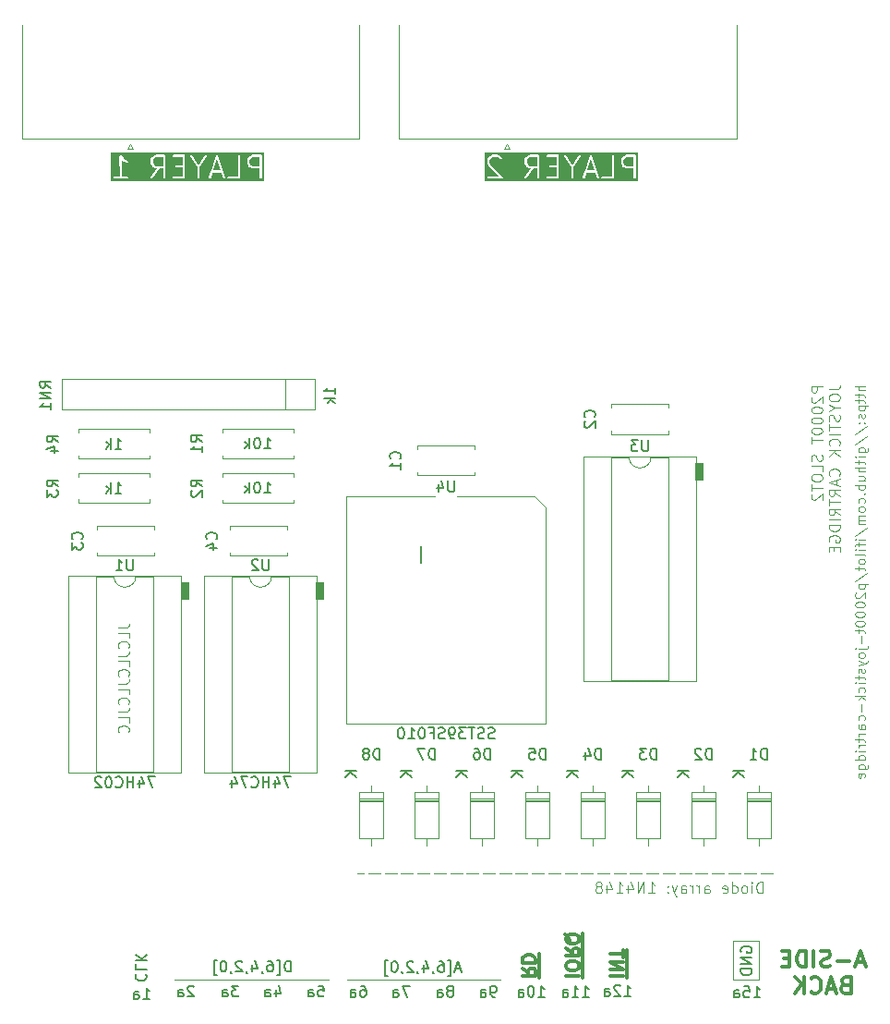
<source format=gbr>
%TF.GenerationSoftware,KiCad,Pcbnew,8.0.2*%
%TF.CreationDate,2025-01-17T11:14:38+01:00*%
%TF.ProjectId,p2000t-joystick-slot2-eeprom,70323030-3074-42d6-9a6f-79737469636b,rev?*%
%TF.SameCoordinates,Original*%
%TF.FileFunction,Legend,Bot*%
%TF.FilePolarity,Positive*%
%FSLAX46Y46*%
G04 Gerber Fmt 4.6, Leading zero omitted, Abs format (unit mm)*
G04 Created by KiCad (PCBNEW 8.0.2) date 2025-01-17 11:14:38*
%MOMM*%
%LPD*%
G01*
G04 APERTURE LIST*
%ADD10C,0.100000*%
%ADD11C,0.200000*%
%ADD12C,0.120000*%
%ADD13C,0.300000*%
%ADD14C,0.150000*%
G04 APERTURE END LIST*
D10*
X37734419Y-81615598D02*
X38448704Y-81615598D01*
X38448704Y-81615598D02*
X38591561Y-81567979D01*
X38591561Y-81567979D02*
X38686800Y-81472741D01*
X38686800Y-81472741D02*
X38734419Y-81329884D01*
X38734419Y-81329884D02*
X38734419Y-81234646D01*
X38734419Y-82567979D02*
X38734419Y-82091789D01*
X38734419Y-82091789D02*
X37734419Y-82091789D01*
X38639180Y-83472741D02*
X38686800Y-83425122D01*
X38686800Y-83425122D02*
X38734419Y-83282265D01*
X38734419Y-83282265D02*
X38734419Y-83187027D01*
X38734419Y-83187027D02*
X38686800Y-83044170D01*
X38686800Y-83044170D02*
X38591561Y-82948932D01*
X38591561Y-82948932D02*
X38496323Y-82901313D01*
X38496323Y-82901313D02*
X38305847Y-82853694D01*
X38305847Y-82853694D02*
X38162990Y-82853694D01*
X38162990Y-82853694D02*
X37972514Y-82901313D01*
X37972514Y-82901313D02*
X37877276Y-82948932D01*
X37877276Y-82948932D02*
X37782038Y-83044170D01*
X37782038Y-83044170D02*
X37734419Y-83187027D01*
X37734419Y-83187027D02*
X37734419Y-83282265D01*
X37734419Y-83282265D02*
X37782038Y-83425122D01*
X37782038Y-83425122D02*
X37829657Y-83472741D01*
X37734419Y-84187027D02*
X38448704Y-84187027D01*
X38448704Y-84187027D02*
X38591561Y-84139408D01*
X38591561Y-84139408D02*
X38686800Y-84044170D01*
X38686800Y-84044170D02*
X38734419Y-83901313D01*
X38734419Y-83901313D02*
X38734419Y-83806075D01*
X38734419Y-85139408D02*
X38734419Y-84663218D01*
X38734419Y-84663218D02*
X37734419Y-84663218D01*
X38639180Y-86044170D02*
X38686800Y-85996551D01*
X38686800Y-85996551D02*
X38734419Y-85853694D01*
X38734419Y-85853694D02*
X38734419Y-85758456D01*
X38734419Y-85758456D02*
X38686800Y-85615599D01*
X38686800Y-85615599D02*
X38591561Y-85520361D01*
X38591561Y-85520361D02*
X38496323Y-85472742D01*
X38496323Y-85472742D02*
X38305847Y-85425123D01*
X38305847Y-85425123D02*
X38162990Y-85425123D01*
X38162990Y-85425123D02*
X37972514Y-85472742D01*
X37972514Y-85472742D02*
X37877276Y-85520361D01*
X37877276Y-85520361D02*
X37782038Y-85615599D01*
X37782038Y-85615599D02*
X37734419Y-85758456D01*
X37734419Y-85758456D02*
X37734419Y-85853694D01*
X37734419Y-85853694D02*
X37782038Y-85996551D01*
X37782038Y-85996551D02*
X37829657Y-86044170D01*
X37734419Y-86758456D02*
X38448704Y-86758456D01*
X38448704Y-86758456D02*
X38591561Y-86710837D01*
X38591561Y-86710837D02*
X38686800Y-86615599D01*
X38686800Y-86615599D02*
X38734419Y-86472742D01*
X38734419Y-86472742D02*
X38734419Y-86377504D01*
X38734419Y-87710837D02*
X38734419Y-87234647D01*
X38734419Y-87234647D02*
X37734419Y-87234647D01*
X38639180Y-88615599D02*
X38686800Y-88567980D01*
X38686800Y-88567980D02*
X38734419Y-88425123D01*
X38734419Y-88425123D02*
X38734419Y-88329885D01*
X38734419Y-88329885D02*
X38686800Y-88187028D01*
X38686800Y-88187028D02*
X38591561Y-88091790D01*
X38591561Y-88091790D02*
X38496323Y-88044171D01*
X38496323Y-88044171D02*
X38305847Y-87996552D01*
X38305847Y-87996552D02*
X38162990Y-87996552D01*
X38162990Y-87996552D02*
X37972514Y-88044171D01*
X37972514Y-88044171D02*
X37877276Y-88091790D01*
X37877276Y-88091790D02*
X37782038Y-88187028D01*
X37782038Y-88187028D02*
X37734419Y-88329885D01*
X37734419Y-88329885D02*
X37734419Y-88425123D01*
X37734419Y-88425123D02*
X37782038Y-88567980D01*
X37782038Y-88567980D02*
X37829657Y-88615599D01*
X37734419Y-89329885D02*
X38448704Y-89329885D01*
X38448704Y-89329885D02*
X38591561Y-89282266D01*
X38591561Y-89282266D02*
X38686800Y-89187028D01*
X38686800Y-89187028D02*
X38734419Y-89044171D01*
X38734419Y-89044171D02*
X38734419Y-88948933D01*
X38734419Y-90282266D02*
X38734419Y-89806076D01*
X38734419Y-89806076D02*
X37734419Y-89806076D01*
X38639180Y-91187028D02*
X38686800Y-91139409D01*
X38686800Y-91139409D02*
X38734419Y-90996552D01*
X38734419Y-90996552D02*
X38734419Y-90901314D01*
X38734419Y-90901314D02*
X38686800Y-90758457D01*
X38686800Y-90758457D02*
X38591561Y-90663219D01*
X38591561Y-90663219D02*
X38496323Y-90615600D01*
X38496323Y-90615600D02*
X38305847Y-90567981D01*
X38305847Y-90567981D02*
X38162990Y-90567981D01*
X38162990Y-90567981D02*
X37972514Y-90615600D01*
X37972514Y-90615600D02*
X37877276Y-90663219D01*
X37877276Y-90663219D02*
X37782038Y-90758457D01*
X37782038Y-90758457D02*
X37734419Y-90901314D01*
X37734419Y-90901314D02*
X37734419Y-90996552D01*
X37734419Y-90996552D02*
X37782038Y-91139409D01*
X37782038Y-91139409D02*
X37829657Y-91187028D01*
X106222601Y-59462074D02*
X105322601Y-59462074D01*
X106222601Y-59847789D02*
X105751172Y-59847789D01*
X105751172Y-59847789D02*
X105665458Y-59804931D01*
X105665458Y-59804931D02*
X105622601Y-59719217D01*
X105622601Y-59719217D02*
X105622601Y-59590646D01*
X105622601Y-59590646D02*
X105665458Y-59504931D01*
X105665458Y-59504931D02*
X105708315Y-59462074D01*
X105622601Y-60147789D02*
X105622601Y-60490646D01*
X105322601Y-60276360D02*
X106094029Y-60276360D01*
X106094029Y-60276360D02*
X106179744Y-60319217D01*
X106179744Y-60319217D02*
X106222601Y-60404932D01*
X106222601Y-60404932D02*
X106222601Y-60490646D01*
X105622601Y-60662075D02*
X105622601Y-61004932D01*
X105322601Y-60790646D02*
X106094029Y-60790646D01*
X106094029Y-60790646D02*
X106179744Y-60833503D01*
X106179744Y-60833503D02*
X106222601Y-60919218D01*
X106222601Y-60919218D02*
X106222601Y-61004932D01*
X105622601Y-61304932D02*
X106522601Y-61304932D01*
X105665458Y-61304932D02*
X105622601Y-61390647D01*
X105622601Y-61390647D02*
X105622601Y-61562075D01*
X105622601Y-61562075D02*
X105665458Y-61647789D01*
X105665458Y-61647789D02*
X105708315Y-61690647D01*
X105708315Y-61690647D02*
X105794029Y-61733504D01*
X105794029Y-61733504D02*
X106051172Y-61733504D01*
X106051172Y-61733504D02*
X106136886Y-61690647D01*
X106136886Y-61690647D02*
X106179744Y-61647789D01*
X106179744Y-61647789D02*
X106222601Y-61562075D01*
X106222601Y-61562075D02*
X106222601Y-61390647D01*
X106222601Y-61390647D02*
X106179744Y-61304932D01*
X106179744Y-62076361D02*
X106222601Y-62162075D01*
X106222601Y-62162075D02*
X106222601Y-62333504D01*
X106222601Y-62333504D02*
X106179744Y-62419218D01*
X106179744Y-62419218D02*
X106094029Y-62462075D01*
X106094029Y-62462075D02*
X106051172Y-62462075D01*
X106051172Y-62462075D02*
X105965458Y-62419218D01*
X105965458Y-62419218D02*
X105922601Y-62333504D01*
X105922601Y-62333504D02*
X105922601Y-62204933D01*
X105922601Y-62204933D02*
X105879744Y-62119218D01*
X105879744Y-62119218D02*
X105794029Y-62076361D01*
X105794029Y-62076361D02*
X105751172Y-62076361D01*
X105751172Y-62076361D02*
X105665458Y-62119218D01*
X105665458Y-62119218D02*
X105622601Y-62204933D01*
X105622601Y-62204933D02*
X105622601Y-62333504D01*
X105622601Y-62333504D02*
X105665458Y-62419218D01*
X106136886Y-62847789D02*
X106179744Y-62890646D01*
X106179744Y-62890646D02*
X106222601Y-62847789D01*
X106222601Y-62847789D02*
X106179744Y-62804932D01*
X106179744Y-62804932D02*
X106136886Y-62847789D01*
X106136886Y-62847789D02*
X106222601Y-62847789D01*
X105665458Y-62847789D02*
X105708315Y-62890646D01*
X105708315Y-62890646D02*
X105751172Y-62847789D01*
X105751172Y-62847789D02*
X105708315Y-62804932D01*
X105708315Y-62804932D02*
X105665458Y-62847789D01*
X105665458Y-62847789D02*
X105751172Y-62847789D01*
X105279744Y-63919217D02*
X106436886Y-63147789D01*
X105279744Y-64862074D02*
X106436886Y-64090646D01*
X105622601Y-65547789D02*
X106351172Y-65547789D01*
X106351172Y-65547789D02*
X106436886Y-65504931D01*
X106436886Y-65504931D02*
X106479744Y-65462074D01*
X106479744Y-65462074D02*
X106522601Y-65376360D01*
X106522601Y-65376360D02*
X106522601Y-65247789D01*
X106522601Y-65247789D02*
X106479744Y-65162074D01*
X106179744Y-65547789D02*
X106222601Y-65462074D01*
X106222601Y-65462074D02*
X106222601Y-65290646D01*
X106222601Y-65290646D02*
X106179744Y-65204931D01*
X106179744Y-65204931D02*
X106136886Y-65162074D01*
X106136886Y-65162074D02*
X106051172Y-65119217D01*
X106051172Y-65119217D02*
X105794029Y-65119217D01*
X105794029Y-65119217D02*
X105708315Y-65162074D01*
X105708315Y-65162074D02*
X105665458Y-65204931D01*
X105665458Y-65204931D02*
X105622601Y-65290646D01*
X105622601Y-65290646D02*
X105622601Y-65462074D01*
X105622601Y-65462074D02*
X105665458Y-65547789D01*
X106222601Y-65976360D02*
X105622601Y-65976360D01*
X105322601Y-65976360D02*
X105365458Y-65933503D01*
X105365458Y-65933503D02*
X105408315Y-65976360D01*
X105408315Y-65976360D02*
X105365458Y-66019217D01*
X105365458Y-66019217D02*
X105322601Y-65976360D01*
X105322601Y-65976360D02*
X105408315Y-65976360D01*
X105622601Y-66276360D02*
X105622601Y-66619217D01*
X105322601Y-66404931D02*
X106094029Y-66404931D01*
X106094029Y-66404931D02*
X106179744Y-66447788D01*
X106179744Y-66447788D02*
X106222601Y-66533503D01*
X106222601Y-66533503D02*
X106222601Y-66619217D01*
X106222601Y-66919217D02*
X105322601Y-66919217D01*
X106222601Y-67304932D02*
X105751172Y-67304932D01*
X105751172Y-67304932D02*
X105665458Y-67262074D01*
X105665458Y-67262074D02*
X105622601Y-67176360D01*
X105622601Y-67176360D02*
X105622601Y-67047789D01*
X105622601Y-67047789D02*
X105665458Y-66962074D01*
X105665458Y-66962074D02*
X105708315Y-66919217D01*
X105622601Y-68119218D02*
X106222601Y-68119218D01*
X105622601Y-67733503D02*
X106094029Y-67733503D01*
X106094029Y-67733503D02*
X106179744Y-67776360D01*
X106179744Y-67776360D02*
X106222601Y-67862075D01*
X106222601Y-67862075D02*
X106222601Y-67990646D01*
X106222601Y-67990646D02*
X106179744Y-68076360D01*
X106179744Y-68076360D02*
X106136886Y-68119218D01*
X106222601Y-68547789D02*
X105322601Y-68547789D01*
X105665458Y-68547789D02*
X105622601Y-68633504D01*
X105622601Y-68633504D02*
X105622601Y-68804932D01*
X105622601Y-68804932D02*
X105665458Y-68890646D01*
X105665458Y-68890646D02*
X105708315Y-68933504D01*
X105708315Y-68933504D02*
X105794029Y-68976361D01*
X105794029Y-68976361D02*
X106051172Y-68976361D01*
X106051172Y-68976361D02*
X106136886Y-68933504D01*
X106136886Y-68933504D02*
X106179744Y-68890646D01*
X106179744Y-68890646D02*
X106222601Y-68804932D01*
X106222601Y-68804932D02*
X106222601Y-68633504D01*
X106222601Y-68633504D02*
X106179744Y-68547789D01*
X106136886Y-69362075D02*
X106179744Y-69404932D01*
X106179744Y-69404932D02*
X106222601Y-69362075D01*
X106222601Y-69362075D02*
X106179744Y-69319218D01*
X106179744Y-69319218D02*
X106136886Y-69362075D01*
X106136886Y-69362075D02*
X106222601Y-69362075D01*
X106179744Y-70176361D02*
X106222601Y-70090646D01*
X106222601Y-70090646D02*
X106222601Y-69919218D01*
X106222601Y-69919218D02*
X106179744Y-69833503D01*
X106179744Y-69833503D02*
X106136886Y-69790646D01*
X106136886Y-69790646D02*
X106051172Y-69747789D01*
X106051172Y-69747789D02*
X105794029Y-69747789D01*
X105794029Y-69747789D02*
X105708315Y-69790646D01*
X105708315Y-69790646D02*
X105665458Y-69833503D01*
X105665458Y-69833503D02*
X105622601Y-69919218D01*
X105622601Y-69919218D02*
X105622601Y-70090646D01*
X105622601Y-70090646D02*
X105665458Y-70176361D01*
X106222601Y-70690647D02*
X106179744Y-70604932D01*
X106179744Y-70604932D02*
X106136886Y-70562075D01*
X106136886Y-70562075D02*
X106051172Y-70519218D01*
X106051172Y-70519218D02*
X105794029Y-70519218D01*
X105794029Y-70519218D02*
X105708315Y-70562075D01*
X105708315Y-70562075D02*
X105665458Y-70604932D01*
X105665458Y-70604932D02*
X105622601Y-70690647D01*
X105622601Y-70690647D02*
X105622601Y-70819218D01*
X105622601Y-70819218D02*
X105665458Y-70904932D01*
X105665458Y-70904932D02*
X105708315Y-70947790D01*
X105708315Y-70947790D02*
X105794029Y-70990647D01*
X105794029Y-70990647D02*
X106051172Y-70990647D01*
X106051172Y-70990647D02*
X106136886Y-70947790D01*
X106136886Y-70947790D02*
X106179744Y-70904932D01*
X106179744Y-70904932D02*
X106222601Y-70819218D01*
X106222601Y-70819218D02*
X106222601Y-70690647D01*
X106222601Y-71376361D02*
X105622601Y-71376361D01*
X105708315Y-71376361D02*
X105665458Y-71419218D01*
X105665458Y-71419218D02*
X105622601Y-71504933D01*
X105622601Y-71504933D02*
X105622601Y-71633504D01*
X105622601Y-71633504D02*
X105665458Y-71719218D01*
X105665458Y-71719218D02*
X105751172Y-71762076D01*
X105751172Y-71762076D02*
X106222601Y-71762076D01*
X105751172Y-71762076D02*
X105665458Y-71804933D01*
X105665458Y-71804933D02*
X105622601Y-71890647D01*
X105622601Y-71890647D02*
X105622601Y-72019218D01*
X105622601Y-72019218D02*
X105665458Y-72104933D01*
X105665458Y-72104933D02*
X105751172Y-72147790D01*
X105751172Y-72147790D02*
X106222601Y-72147790D01*
X105279744Y-73219218D02*
X106436886Y-72447790D01*
X106222601Y-73519218D02*
X105622601Y-73519218D01*
X105322601Y-73519218D02*
X105365458Y-73476361D01*
X105365458Y-73476361D02*
X105408315Y-73519218D01*
X105408315Y-73519218D02*
X105365458Y-73562075D01*
X105365458Y-73562075D02*
X105322601Y-73519218D01*
X105322601Y-73519218D02*
X105408315Y-73519218D01*
X105622601Y-73819218D02*
X105622601Y-74162075D01*
X106222601Y-73947789D02*
X105451172Y-73947789D01*
X105451172Y-73947789D02*
X105365458Y-73990646D01*
X105365458Y-73990646D02*
X105322601Y-74076361D01*
X105322601Y-74076361D02*
X105322601Y-74162075D01*
X106222601Y-74462075D02*
X105622601Y-74462075D01*
X105322601Y-74462075D02*
X105365458Y-74419218D01*
X105365458Y-74419218D02*
X105408315Y-74462075D01*
X105408315Y-74462075D02*
X105365458Y-74504932D01*
X105365458Y-74504932D02*
X105322601Y-74462075D01*
X105322601Y-74462075D02*
X105408315Y-74462075D01*
X106222601Y-75019218D02*
X106179744Y-74933503D01*
X106179744Y-74933503D02*
X106094029Y-74890646D01*
X106094029Y-74890646D02*
X105322601Y-74890646D01*
X106222601Y-75490647D02*
X106179744Y-75404932D01*
X106179744Y-75404932D02*
X106136886Y-75362075D01*
X106136886Y-75362075D02*
X106051172Y-75319218D01*
X106051172Y-75319218D02*
X105794029Y-75319218D01*
X105794029Y-75319218D02*
X105708315Y-75362075D01*
X105708315Y-75362075D02*
X105665458Y-75404932D01*
X105665458Y-75404932D02*
X105622601Y-75490647D01*
X105622601Y-75490647D02*
X105622601Y-75619218D01*
X105622601Y-75619218D02*
X105665458Y-75704932D01*
X105665458Y-75704932D02*
X105708315Y-75747790D01*
X105708315Y-75747790D02*
X105794029Y-75790647D01*
X105794029Y-75790647D02*
X106051172Y-75790647D01*
X106051172Y-75790647D02*
X106136886Y-75747790D01*
X106136886Y-75747790D02*
X106179744Y-75704932D01*
X106179744Y-75704932D02*
X106222601Y-75619218D01*
X106222601Y-75619218D02*
X106222601Y-75490647D01*
X105622601Y-76047790D02*
X105622601Y-76390647D01*
X105322601Y-76176361D02*
X106094029Y-76176361D01*
X106094029Y-76176361D02*
X106179744Y-76219218D01*
X106179744Y-76219218D02*
X106222601Y-76304933D01*
X106222601Y-76304933D02*
X106222601Y-76390647D01*
X105279744Y-77333504D02*
X106436886Y-76562076D01*
X105622601Y-77633504D02*
X106522601Y-77633504D01*
X105665458Y-77633504D02*
X105622601Y-77719219D01*
X105622601Y-77719219D02*
X105622601Y-77890647D01*
X105622601Y-77890647D02*
X105665458Y-77976361D01*
X105665458Y-77976361D02*
X105708315Y-78019219D01*
X105708315Y-78019219D02*
X105794029Y-78062076D01*
X105794029Y-78062076D02*
X106051172Y-78062076D01*
X106051172Y-78062076D02*
X106136886Y-78019219D01*
X106136886Y-78019219D02*
X106179744Y-77976361D01*
X106179744Y-77976361D02*
X106222601Y-77890647D01*
X106222601Y-77890647D02*
X106222601Y-77719219D01*
X106222601Y-77719219D02*
X106179744Y-77633504D01*
X105408315Y-78404933D02*
X105365458Y-78447790D01*
X105365458Y-78447790D02*
X105322601Y-78533505D01*
X105322601Y-78533505D02*
X105322601Y-78747790D01*
X105322601Y-78747790D02*
X105365458Y-78833505D01*
X105365458Y-78833505D02*
X105408315Y-78876362D01*
X105408315Y-78876362D02*
X105494029Y-78919219D01*
X105494029Y-78919219D02*
X105579744Y-78919219D01*
X105579744Y-78919219D02*
X105708315Y-78876362D01*
X105708315Y-78876362D02*
X106222601Y-78362076D01*
X106222601Y-78362076D02*
X106222601Y-78919219D01*
X105322601Y-79476362D02*
X105322601Y-79562076D01*
X105322601Y-79562076D02*
X105365458Y-79647790D01*
X105365458Y-79647790D02*
X105408315Y-79690648D01*
X105408315Y-79690648D02*
X105494029Y-79733505D01*
X105494029Y-79733505D02*
X105665458Y-79776362D01*
X105665458Y-79776362D02*
X105879744Y-79776362D01*
X105879744Y-79776362D02*
X106051172Y-79733505D01*
X106051172Y-79733505D02*
X106136886Y-79690648D01*
X106136886Y-79690648D02*
X106179744Y-79647790D01*
X106179744Y-79647790D02*
X106222601Y-79562076D01*
X106222601Y-79562076D02*
X106222601Y-79476362D01*
X106222601Y-79476362D02*
X106179744Y-79390648D01*
X106179744Y-79390648D02*
X106136886Y-79347790D01*
X106136886Y-79347790D02*
X106051172Y-79304933D01*
X106051172Y-79304933D02*
X105879744Y-79262076D01*
X105879744Y-79262076D02*
X105665458Y-79262076D01*
X105665458Y-79262076D02*
X105494029Y-79304933D01*
X105494029Y-79304933D02*
X105408315Y-79347790D01*
X105408315Y-79347790D02*
X105365458Y-79390648D01*
X105365458Y-79390648D02*
X105322601Y-79476362D01*
X105322601Y-80333505D02*
X105322601Y-80419219D01*
X105322601Y-80419219D02*
X105365458Y-80504933D01*
X105365458Y-80504933D02*
X105408315Y-80547791D01*
X105408315Y-80547791D02*
X105494029Y-80590648D01*
X105494029Y-80590648D02*
X105665458Y-80633505D01*
X105665458Y-80633505D02*
X105879744Y-80633505D01*
X105879744Y-80633505D02*
X106051172Y-80590648D01*
X106051172Y-80590648D02*
X106136886Y-80547791D01*
X106136886Y-80547791D02*
X106179744Y-80504933D01*
X106179744Y-80504933D02*
X106222601Y-80419219D01*
X106222601Y-80419219D02*
X106222601Y-80333505D01*
X106222601Y-80333505D02*
X106179744Y-80247791D01*
X106179744Y-80247791D02*
X106136886Y-80204933D01*
X106136886Y-80204933D02*
X106051172Y-80162076D01*
X106051172Y-80162076D02*
X105879744Y-80119219D01*
X105879744Y-80119219D02*
X105665458Y-80119219D01*
X105665458Y-80119219D02*
X105494029Y-80162076D01*
X105494029Y-80162076D02*
X105408315Y-80204933D01*
X105408315Y-80204933D02*
X105365458Y-80247791D01*
X105365458Y-80247791D02*
X105322601Y-80333505D01*
X105322601Y-81190648D02*
X105322601Y-81276362D01*
X105322601Y-81276362D02*
X105365458Y-81362076D01*
X105365458Y-81362076D02*
X105408315Y-81404934D01*
X105408315Y-81404934D02*
X105494029Y-81447791D01*
X105494029Y-81447791D02*
X105665458Y-81490648D01*
X105665458Y-81490648D02*
X105879744Y-81490648D01*
X105879744Y-81490648D02*
X106051172Y-81447791D01*
X106051172Y-81447791D02*
X106136886Y-81404934D01*
X106136886Y-81404934D02*
X106179744Y-81362076D01*
X106179744Y-81362076D02*
X106222601Y-81276362D01*
X106222601Y-81276362D02*
X106222601Y-81190648D01*
X106222601Y-81190648D02*
X106179744Y-81104934D01*
X106179744Y-81104934D02*
X106136886Y-81062076D01*
X106136886Y-81062076D02*
X106051172Y-81019219D01*
X106051172Y-81019219D02*
X105879744Y-80976362D01*
X105879744Y-80976362D02*
X105665458Y-80976362D01*
X105665458Y-80976362D02*
X105494029Y-81019219D01*
X105494029Y-81019219D02*
X105408315Y-81062076D01*
X105408315Y-81062076D02*
X105365458Y-81104934D01*
X105365458Y-81104934D02*
X105322601Y-81190648D01*
X105622601Y-81747791D02*
X105622601Y-82090648D01*
X105322601Y-81876362D02*
X106094029Y-81876362D01*
X106094029Y-81876362D02*
X106179744Y-81919219D01*
X106179744Y-81919219D02*
X106222601Y-82004934D01*
X106222601Y-82004934D02*
X106222601Y-82090648D01*
X105879744Y-82390648D02*
X105879744Y-83076363D01*
X105622601Y-83504934D02*
X106394029Y-83504934D01*
X106394029Y-83504934D02*
X106479744Y-83462077D01*
X106479744Y-83462077D02*
X106522601Y-83376363D01*
X106522601Y-83376363D02*
X106522601Y-83333506D01*
X105322601Y-83504934D02*
X105365458Y-83462077D01*
X105365458Y-83462077D02*
X105408315Y-83504934D01*
X105408315Y-83504934D02*
X105365458Y-83547791D01*
X105365458Y-83547791D02*
X105322601Y-83504934D01*
X105322601Y-83504934D02*
X105408315Y-83504934D01*
X106222601Y-84062077D02*
X106179744Y-83976362D01*
X106179744Y-83976362D02*
X106136886Y-83933505D01*
X106136886Y-83933505D02*
X106051172Y-83890648D01*
X106051172Y-83890648D02*
X105794029Y-83890648D01*
X105794029Y-83890648D02*
X105708315Y-83933505D01*
X105708315Y-83933505D02*
X105665458Y-83976362D01*
X105665458Y-83976362D02*
X105622601Y-84062077D01*
X105622601Y-84062077D02*
X105622601Y-84190648D01*
X105622601Y-84190648D02*
X105665458Y-84276362D01*
X105665458Y-84276362D02*
X105708315Y-84319220D01*
X105708315Y-84319220D02*
X105794029Y-84362077D01*
X105794029Y-84362077D02*
X106051172Y-84362077D01*
X106051172Y-84362077D02*
X106136886Y-84319220D01*
X106136886Y-84319220D02*
X106179744Y-84276362D01*
X106179744Y-84276362D02*
X106222601Y-84190648D01*
X106222601Y-84190648D02*
X106222601Y-84062077D01*
X105622601Y-84662077D02*
X106222601Y-84876363D01*
X105622601Y-85090648D02*
X106222601Y-84876363D01*
X106222601Y-84876363D02*
X106436886Y-84790648D01*
X106436886Y-84790648D02*
X106479744Y-84747791D01*
X106479744Y-84747791D02*
X106522601Y-84662077D01*
X106179744Y-85390648D02*
X106222601Y-85476362D01*
X106222601Y-85476362D02*
X106222601Y-85647791D01*
X106222601Y-85647791D02*
X106179744Y-85733505D01*
X106179744Y-85733505D02*
X106094029Y-85776362D01*
X106094029Y-85776362D02*
X106051172Y-85776362D01*
X106051172Y-85776362D02*
X105965458Y-85733505D01*
X105965458Y-85733505D02*
X105922601Y-85647791D01*
X105922601Y-85647791D02*
X105922601Y-85519220D01*
X105922601Y-85519220D02*
X105879744Y-85433505D01*
X105879744Y-85433505D02*
X105794029Y-85390648D01*
X105794029Y-85390648D02*
X105751172Y-85390648D01*
X105751172Y-85390648D02*
X105665458Y-85433505D01*
X105665458Y-85433505D02*
X105622601Y-85519220D01*
X105622601Y-85519220D02*
X105622601Y-85647791D01*
X105622601Y-85647791D02*
X105665458Y-85733505D01*
X105622601Y-86033505D02*
X105622601Y-86376362D01*
X105322601Y-86162076D02*
X106094029Y-86162076D01*
X106094029Y-86162076D02*
X106179744Y-86204933D01*
X106179744Y-86204933D02*
X106222601Y-86290648D01*
X106222601Y-86290648D02*
X106222601Y-86376362D01*
X106222601Y-86676362D02*
X105622601Y-86676362D01*
X105322601Y-86676362D02*
X105365458Y-86633505D01*
X105365458Y-86633505D02*
X105408315Y-86676362D01*
X105408315Y-86676362D02*
X105365458Y-86719219D01*
X105365458Y-86719219D02*
X105322601Y-86676362D01*
X105322601Y-86676362D02*
X105408315Y-86676362D01*
X106179744Y-87490648D02*
X106222601Y-87404933D01*
X106222601Y-87404933D02*
X106222601Y-87233505D01*
X106222601Y-87233505D02*
X106179744Y-87147790D01*
X106179744Y-87147790D02*
X106136886Y-87104933D01*
X106136886Y-87104933D02*
X106051172Y-87062076D01*
X106051172Y-87062076D02*
X105794029Y-87062076D01*
X105794029Y-87062076D02*
X105708315Y-87104933D01*
X105708315Y-87104933D02*
X105665458Y-87147790D01*
X105665458Y-87147790D02*
X105622601Y-87233505D01*
X105622601Y-87233505D02*
X105622601Y-87404933D01*
X105622601Y-87404933D02*
X105665458Y-87490648D01*
X106222601Y-87876362D02*
X105322601Y-87876362D01*
X105879744Y-87962077D02*
X106222601Y-88219219D01*
X105622601Y-88219219D02*
X105965458Y-87876362D01*
X105879744Y-88604933D02*
X105879744Y-89290648D01*
X106179744Y-90104934D02*
X106222601Y-90019219D01*
X106222601Y-90019219D02*
X106222601Y-89847791D01*
X106222601Y-89847791D02*
X106179744Y-89762076D01*
X106179744Y-89762076D02*
X106136886Y-89719219D01*
X106136886Y-89719219D02*
X106051172Y-89676362D01*
X106051172Y-89676362D02*
X105794029Y-89676362D01*
X105794029Y-89676362D02*
X105708315Y-89719219D01*
X105708315Y-89719219D02*
X105665458Y-89762076D01*
X105665458Y-89762076D02*
X105622601Y-89847791D01*
X105622601Y-89847791D02*
X105622601Y-90019219D01*
X105622601Y-90019219D02*
X105665458Y-90104934D01*
X106222601Y-90876363D02*
X105751172Y-90876363D01*
X105751172Y-90876363D02*
X105665458Y-90833505D01*
X105665458Y-90833505D02*
X105622601Y-90747791D01*
X105622601Y-90747791D02*
X105622601Y-90576363D01*
X105622601Y-90576363D02*
X105665458Y-90490648D01*
X106179744Y-90876363D02*
X106222601Y-90790648D01*
X106222601Y-90790648D02*
X106222601Y-90576363D01*
X106222601Y-90576363D02*
X106179744Y-90490648D01*
X106179744Y-90490648D02*
X106094029Y-90447791D01*
X106094029Y-90447791D02*
X106008315Y-90447791D01*
X106008315Y-90447791D02*
X105922601Y-90490648D01*
X105922601Y-90490648D02*
X105879744Y-90576363D01*
X105879744Y-90576363D02*
X105879744Y-90790648D01*
X105879744Y-90790648D02*
X105836886Y-90876363D01*
X106222601Y-91304934D02*
X105622601Y-91304934D01*
X105794029Y-91304934D02*
X105708315Y-91347791D01*
X105708315Y-91347791D02*
X105665458Y-91390649D01*
X105665458Y-91390649D02*
X105622601Y-91476363D01*
X105622601Y-91476363D02*
X105622601Y-91562077D01*
X105622601Y-91733506D02*
X105622601Y-92076363D01*
X105322601Y-91862077D02*
X106094029Y-91862077D01*
X106094029Y-91862077D02*
X106179744Y-91904934D01*
X106179744Y-91904934D02*
X106222601Y-91990649D01*
X106222601Y-91990649D02*
X106222601Y-92076363D01*
X106222601Y-92376363D02*
X105622601Y-92376363D01*
X105794029Y-92376363D02*
X105708315Y-92419220D01*
X105708315Y-92419220D02*
X105665458Y-92462078D01*
X105665458Y-92462078D02*
X105622601Y-92547792D01*
X105622601Y-92547792D02*
X105622601Y-92633506D01*
X106222601Y-92933506D02*
X105622601Y-92933506D01*
X105322601Y-92933506D02*
X105365458Y-92890649D01*
X105365458Y-92890649D02*
X105408315Y-92933506D01*
X105408315Y-92933506D02*
X105365458Y-92976363D01*
X105365458Y-92976363D02*
X105322601Y-92933506D01*
X105322601Y-92933506D02*
X105408315Y-92933506D01*
X106222601Y-93747792D02*
X105322601Y-93747792D01*
X106179744Y-93747792D02*
X106222601Y-93662077D01*
X106222601Y-93662077D02*
X106222601Y-93490649D01*
X106222601Y-93490649D02*
X106179744Y-93404934D01*
X106179744Y-93404934D02*
X106136886Y-93362077D01*
X106136886Y-93362077D02*
X106051172Y-93319220D01*
X106051172Y-93319220D02*
X105794029Y-93319220D01*
X105794029Y-93319220D02*
X105708315Y-93362077D01*
X105708315Y-93362077D02*
X105665458Y-93404934D01*
X105665458Y-93404934D02*
X105622601Y-93490649D01*
X105622601Y-93490649D02*
X105622601Y-93662077D01*
X105622601Y-93662077D02*
X105665458Y-93747792D01*
X105622601Y-94562078D02*
X106351172Y-94562078D01*
X106351172Y-94562078D02*
X106436886Y-94519220D01*
X106436886Y-94519220D02*
X106479744Y-94476363D01*
X106479744Y-94476363D02*
X106522601Y-94390649D01*
X106522601Y-94390649D02*
X106522601Y-94262078D01*
X106522601Y-94262078D02*
X106479744Y-94176363D01*
X106179744Y-94562078D02*
X106222601Y-94476363D01*
X106222601Y-94476363D02*
X106222601Y-94304935D01*
X106222601Y-94304935D02*
X106179744Y-94219220D01*
X106179744Y-94219220D02*
X106136886Y-94176363D01*
X106136886Y-94176363D02*
X106051172Y-94133506D01*
X106051172Y-94133506D02*
X105794029Y-94133506D01*
X105794029Y-94133506D02*
X105708315Y-94176363D01*
X105708315Y-94176363D02*
X105665458Y-94219220D01*
X105665458Y-94219220D02*
X105622601Y-94304935D01*
X105622601Y-94304935D02*
X105622601Y-94476363D01*
X105622601Y-94476363D02*
X105665458Y-94562078D01*
X106179744Y-95333506D02*
X106222601Y-95247792D01*
X106222601Y-95247792D02*
X106222601Y-95076364D01*
X106222601Y-95076364D02*
X106179744Y-94990649D01*
X106179744Y-94990649D02*
X106094029Y-94947792D01*
X106094029Y-94947792D02*
X105751172Y-94947792D01*
X105751172Y-94947792D02*
X105665458Y-94990649D01*
X105665458Y-94990649D02*
X105622601Y-95076364D01*
X105622601Y-95076364D02*
X105622601Y-95247792D01*
X105622601Y-95247792D02*
X105665458Y-95333506D01*
X105665458Y-95333506D02*
X105751172Y-95376364D01*
X105751172Y-95376364D02*
X105836886Y-95376364D01*
X105836886Y-95376364D02*
X105922601Y-94947792D01*
X102314419Y-59485884D02*
X101314419Y-59485884D01*
X101314419Y-59485884D02*
X101314419Y-59866836D01*
X101314419Y-59866836D02*
X101362038Y-59962074D01*
X101362038Y-59962074D02*
X101409657Y-60009693D01*
X101409657Y-60009693D02*
X101504895Y-60057312D01*
X101504895Y-60057312D02*
X101647752Y-60057312D01*
X101647752Y-60057312D02*
X101742990Y-60009693D01*
X101742990Y-60009693D02*
X101790609Y-59962074D01*
X101790609Y-59962074D02*
X101838228Y-59866836D01*
X101838228Y-59866836D02*
X101838228Y-59485884D01*
X101409657Y-60438265D02*
X101362038Y-60485884D01*
X101362038Y-60485884D02*
X101314419Y-60581122D01*
X101314419Y-60581122D02*
X101314419Y-60819217D01*
X101314419Y-60819217D02*
X101362038Y-60914455D01*
X101362038Y-60914455D02*
X101409657Y-60962074D01*
X101409657Y-60962074D02*
X101504895Y-61009693D01*
X101504895Y-61009693D02*
X101600133Y-61009693D01*
X101600133Y-61009693D02*
X101742990Y-60962074D01*
X101742990Y-60962074D02*
X102314419Y-60390646D01*
X102314419Y-60390646D02*
X102314419Y-61009693D01*
X101314419Y-61628741D02*
X101314419Y-61723979D01*
X101314419Y-61723979D02*
X101362038Y-61819217D01*
X101362038Y-61819217D02*
X101409657Y-61866836D01*
X101409657Y-61866836D02*
X101504895Y-61914455D01*
X101504895Y-61914455D02*
X101695371Y-61962074D01*
X101695371Y-61962074D02*
X101933466Y-61962074D01*
X101933466Y-61962074D02*
X102123942Y-61914455D01*
X102123942Y-61914455D02*
X102219180Y-61866836D01*
X102219180Y-61866836D02*
X102266800Y-61819217D01*
X102266800Y-61819217D02*
X102314419Y-61723979D01*
X102314419Y-61723979D02*
X102314419Y-61628741D01*
X102314419Y-61628741D02*
X102266800Y-61533503D01*
X102266800Y-61533503D02*
X102219180Y-61485884D01*
X102219180Y-61485884D02*
X102123942Y-61438265D01*
X102123942Y-61438265D02*
X101933466Y-61390646D01*
X101933466Y-61390646D02*
X101695371Y-61390646D01*
X101695371Y-61390646D02*
X101504895Y-61438265D01*
X101504895Y-61438265D02*
X101409657Y-61485884D01*
X101409657Y-61485884D02*
X101362038Y-61533503D01*
X101362038Y-61533503D02*
X101314419Y-61628741D01*
X101314419Y-62581122D02*
X101314419Y-62676360D01*
X101314419Y-62676360D02*
X101362038Y-62771598D01*
X101362038Y-62771598D02*
X101409657Y-62819217D01*
X101409657Y-62819217D02*
X101504895Y-62866836D01*
X101504895Y-62866836D02*
X101695371Y-62914455D01*
X101695371Y-62914455D02*
X101933466Y-62914455D01*
X101933466Y-62914455D02*
X102123942Y-62866836D01*
X102123942Y-62866836D02*
X102219180Y-62819217D01*
X102219180Y-62819217D02*
X102266800Y-62771598D01*
X102266800Y-62771598D02*
X102314419Y-62676360D01*
X102314419Y-62676360D02*
X102314419Y-62581122D01*
X102314419Y-62581122D02*
X102266800Y-62485884D01*
X102266800Y-62485884D02*
X102219180Y-62438265D01*
X102219180Y-62438265D02*
X102123942Y-62390646D01*
X102123942Y-62390646D02*
X101933466Y-62343027D01*
X101933466Y-62343027D02*
X101695371Y-62343027D01*
X101695371Y-62343027D02*
X101504895Y-62390646D01*
X101504895Y-62390646D02*
X101409657Y-62438265D01*
X101409657Y-62438265D02*
X101362038Y-62485884D01*
X101362038Y-62485884D02*
X101314419Y-62581122D01*
X101314419Y-63533503D02*
X101314419Y-63628741D01*
X101314419Y-63628741D02*
X101362038Y-63723979D01*
X101362038Y-63723979D02*
X101409657Y-63771598D01*
X101409657Y-63771598D02*
X101504895Y-63819217D01*
X101504895Y-63819217D02*
X101695371Y-63866836D01*
X101695371Y-63866836D02*
X101933466Y-63866836D01*
X101933466Y-63866836D02*
X102123942Y-63819217D01*
X102123942Y-63819217D02*
X102219180Y-63771598D01*
X102219180Y-63771598D02*
X102266800Y-63723979D01*
X102266800Y-63723979D02*
X102314419Y-63628741D01*
X102314419Y-63628741D02*
X102314419Y-63533503D01*
X102314419Y-63533503D02*
X102266800Y-63438265D01*
X102266800Y-63438265D02*
X102219180Y-63390646D01*
X102219180Y-63390646D02*
X102123942Y-63343027D01*
X102123942Y-63343027D02*
X101933466Y-63295408D01*
X101933466Y-63295408D02*
X101695371Y-63295408D01*
X101695371Y-63295408D02*
X101504895Y-63343027D01*
X101504895Y-63343027D02*
X101409657Y-63390646D01*
X101409657Y-63390646D02*
X101362038Y-63438265D01*
X101362038Y-63438265D02*
X101314419Y-63533503D01*
X101314419Y-64152551D02*
X101314419Y-64723979D01*
X102314419Y-64438265D02*
X101314419Y-64438265D01*
X102266800Y-65771599D02*
X102314419Y-65914456D01*
X102314419Y-65914456D02*
X102314419Y-66152551D01*
X102314419Y-66152551D02*
X102266800Y-66247789D01*
X102266800Y-66247789D02*
X102219180Y-66295408D01*
X102219180Y-66295408D02*
X102123942Y-66343027D01*
X102123942Y-66343027D02*
X102028704Y-66343027D01*
X102028704Y-66343027D02*
X101933466Y-66295408D01*
X101933466Y-66295408D02*
X101885847Y-66247789D01*
X101885847Y-66247789D02*
X101838228Y-66152551D01*
X101838228Y-66152551D02*
X101790609Y-65962075D01*
X101790609Y-65962075D02*
X101742990Y-65866837D01*
X101742990Y-65866837D02*
X101695371Y-65819218D01*
X101695371Y-65819218D02*
X101600133Y-65771599D01*
X101600133Y-65771599D02*
X101504895Y-65771599D01*
X101504895Y-65771599D02*
X101409657Y-65819218D01*
X101409657Y-65819218D02*
X101362038Y-65866837D01*
X101362038Y-65866837D02*
X101314419Y-65962075D01*
X101314419Y-65962075D02*
X101314419Y-66200170D01*
X101314419Y-66200170D02*
X101362038Y-66343027D01*
X102314419Y-67247789D02*
X102314419Y-66771599D01*
X102314419Y-66771599D02*
X101314419Y-66771599D01*
X101314419Y-67771599D02*
X101314419Y-67962075D01*
X101314419Y-67962075D02*
X101362038Y-68057313D01*
X101362038Y-68057313D02*
X101457276Y-68152551D01*
X101457276Y-68152551D02*
X101647752Y-68200170D01*
X101647752Y-68200170D02*
X101981085Y-68200170D01*
X101981085Y-68200170D02*
X102171561Y-68152551D01*
X102171561Y-68152551D02*
X102266800Y-68057313D01*
X102266800Y-68057313D02*
X102314419Y-67962075D01*
X102314419Y-67962075D02*
X102314419Y-67771599D01*
X102314419Y-67771599D02*
X102266800Y-67676361D01*
X102266800Y-67676361D02*
X102171561Y-67581123D01*
X102171561Y-67581123D02*
X101981085Y-67533504D01*
X101981085Y-67533504D02*
X101647752Y-67533504D01*
X101647752Y-67533504D02*
X101457276Y-67581123D01*
X101457276Y-67581123D02*
X101362038Y-67676361D01*
X101362038Y-67676361D02*
X101314419Y-67771599D01*
X101314419Y-68485885D02*
X101314419Y-69057313D01*
X102314419Y-68771599D02*
X101314419Y-68771599D01*
X101409657Y-69343028D02*
X101362038Y-69390647D01*
X101362038Y-69390647D02*
X101314419Y-69485885D01*
X101314419Y-69485885D02*
X101314419Y-69723980D01*
X101314419Y-69723980D02*
X101362038Y-69819218D01*
X101362038Y-69819218D02*
X101409657Y-69866837D01*
X101409657Y-69866837D02*
X101504895Y-69914456D01*
X101504895Y-69914456D02*
X101600133Y-69914456D01*
X101600133Y-69914456D02*
X101742990Y-69866837D01*
X101742990Y-69866837D02*
X102314419Y-69295409D01*
X102314419Y-69295409D02*
X102314419Y-69914456D01*
X102924363Y-59771598D02*
X103638648Y-59771598D01*
X103638648Y-59771598D02*
X103781505Y-59723979D01*
X103781505Y-59723979D02*
X103876744Y-59628741D01*
X103876744Y-59628741D02*
X103924363Y-59485884D01*
X103924363Y-59485884D02*
X103924363Y-59390646D01*
X102924363Y-60438265D02*
X102924363Y-60628741D01*
X102924363Y-60628741D02*
X102971982Y-60723979D01*
X102971982Y-60723979D02*
X103067220Y-60819217D01*
X103067220Y-60819217D02*
X103257696Y-60866836D01*
X103257696Y-60866836D02*
X103591029Y-60866836D01*
X103591029Y-60866836D02*
X103781505Y-60819217D01*
X103781505Y-60819217D02*
X103876744Y-60723979D01*
X103876744Y-60723979D02*
X103924363Y-60628741D01*
X103924363Y-60628741D02*
X103924363Y-60438265D01*
X103924363Y-60438265D02*
X103876744Y-60343027D01*
X103876744Y-60343027D02*
X103781505Y-60247789D01*
X103781505Y-60247789D02*
X103591029Y-60200170D01*
X103591029Y-60200170D02*
X103257696Y-60200170D01*
X103257696Y-60200170D02*
X103067220Y-60247789D01*
X103067220Y-60247789D02*
X102971982Y-60343027D01*
X102971982Y-60343027D02*
X102924363Y-60438265D01*
X103448172Y-61485884D02*
X103924363Y-61485884D01*
X102924363Y-61152551D02*
X103448172Y-61485884D01*
X103448172Y-61485884D02*
X102924363Y-61819217D01*
X103876744Y-62104932D02*
X103924363Y-62247789D01*
X103924363Y-62247789D02*
X103924363Y-62485884D01*
X103924363Y-62485884D02*
X103876744Y-62581122D01*
X103876744Y-62581122D02*
X103829124Y-62628741D01*
X103829124Y-62628741D02*
X103733886Y-62676360D01*
X103733886Y-62676360D02*
X103638648Y-62676360D01*
X103638648Y-62676360D02*
X103543410Y-62628741D01*
X103543410Y-62628741D02*
X103495791Y-62581122D01*
X103495791Y-62581122D02*
X103448172Y-62485884D01*
X103448172Y-62485884D02*
X103400553Y-62295408D01*
X103400553Y-62295408D02*
X103352934Y-62200170D01*
X103352934Y-62200170D02*
X103305315Y-62152551D01*
X103305315Y-62152551D02*
X103210077Y-62104932D01*
X103210077Y-62104932D02*
X103114839Y-62104932D01*
X103114839Y-62104932D02*
X103019601Y-62152551D01*
X103019601Y-62152551D02*
X102971982Y-62200170D01*
X102971982Y-62200170D02*
X102924363Y-62295408D01*
X102924363Y-62295408D02*
X102924363Y-62533503D01*
X102924363Y-62533503D02*
X102971982Y-62676360D01*
X102924363Y-62962075D02*
X102924363Y-63533503D01*
X103924363Y-63247789D02*
X102924363Y-63247789D01*
X103924363Y-63866837D02*
X102924363Y-63866837D01*
X103829124Y-64914455D02*
X103876744Y-64866836D01*
X103876744Y-64866836D02*
X103924363Y-64723979D01*
X103924363Y-64723979D02*
X103924363Y-64628741D01*
X103924363Y-64628741D02*
X103876744Y-64485884D01*
X103876744Y-64485884D02*
X103781505Y-64390646D01*
X103781505Y-64390646D02*
X103686267Y-64343027D01*
X103686267Y-64343027D02*
X103495791Y-64295408D01*
X103495791Y-64295408D02*
X103352934Y-64295408D01*
X103352934Y-64295408D02*
X103162458Y-64343027D01*
X103162458Y-64343027D02*
X103067220Y-64390646D01*
X103067220Y-64390646D02*
X102971982Y-64485884D01*
X102971982Y-64485884D02*
X102924363Y-64628741D01*
X102924363Y-64628741D02*
X102924363Y-64723979D01*
X102924363Y-64723979D02*
X102971982Y-64866836D01*
X102971982Y-64866836D02*
X103019601Y-64914455D01*
X103924363Y-65343027D02*
X102924363Y-65343027D01*
X103924363Y-65914455D02*
X103352934Y-65485884D01*
X102924363Y-65914455D02*
X103495791Y-65343027D01*
X103829124Y-67676360D02*
X103876744Y-67628741D01*
X103876744Y-67628741D02*
X103924363Y-67485884D01*
X103924363Y-67485884D02*
X103924363Y-67390646D01*
X103924363Y-67390646D02*
X103876744Y-67247789D01*
X103876744Y-67247789D02*
X103781505Y-67152551D01*
X103781505Y-67152551D02*
X103686267Y-67104932D01*
X103686267Y-67104932D02*
X103495791Y-67057313D01*
X103495791Y-67057313D02*
X103352934Y-67057313D01*
X103352934Y-67057313D02*
X103162458Y-67104932D01*
X103162458Y-67104932D02*
X103067220Y-67152551D01*
X103067220Y-67152551D02*
X102971982Y-67247789D01*
X102971982Y-67247789D02*
X102924363Y-67390646D01*
X102924363Y-67390646D02*
X102924363Y-67485884D01*
X102924363Y-67485884D02*
X102971982Y-67628741D01*
X102971982Y-67628741D02*
X103019601Y-67676360D01*
X103638648Y-68057313D02*
X103638648Y-68533503D01*
X103924363Y-67962075D02*
X102924363Y-68295408D01*
X102924363Y-68295408D02*
X103924363Y-68628741D01*
X103924363Y-69533503D02*
X103448172Y-69200170D01*
X103924363Y-68962075D02*
X102924363Y-68962075D01*
X102924363Y-68962075D02*
X102924363Y-69343027D01*
X102924363Y-69343027D02*
X102971982Y-69438265D01*
X102971982Y-69438265D02*
X103019601Y-69485884D01*
X103019601Y-69485884D02*
X103114839Y-69533503D01*
X103114839Y-69533503D02*
X103257696Y-69533503D01*
X103257696Y-69533503D02*
X103352934Y-69485884D01*
X103352934Y-69485884D02*
X103400553Y-69438265D01*
X103400553Y-69438265D02*
X103448172Y-69343027D01*
X103448172Y-69343027D02*
X103448172Y-68962075D01*
X102924363Y-69819218D02*
X102924363Y-70390646D01*
X103924363Y-70104932D02*
X102924363Y-70104932D01*
X103924363Y-71295408D02*
X103448172Y-70962075D01*
X103924363Y-70723980D02*
X102924363Y-70723980D01*
X102924363Y-70723980D02*
X102924363Y-71104932D01*
X102924363Y-71104932D02*
X102971982Y-71200170D01*
X102971982Y-71200170D02*
X103019601Y-71247789D01*
X103019601Y-71247789D02*
X103114839Y-71295408D01*
X103114839Y-71295408D02*
X103257696Y-71295408D01*
X103257696Y-71295408D02*
X103352934Y-71247789D01*
X103352934Y-71247789D02*
X103400553Y-71200170D01*
X103400553Y-71200170D02*
X103448172Y-71104932D01*
X103448172Y-71104932D02*
X103448172Y-70723980D01*
X103924363Y-71723980D02*
X102924363Y-71723980D01*
X103924363Y-72200170D02*
X102924363Y-72200170D01*
X102924363Y-72200170D02*
X102924363Y-72438265D01*
X102924363Y-72438265D02*
X102971982Y-72581122D01*
X102971982Y-72581122D02*
X103067220Y-72676360D01*
X103067220Y-72676360D02*
X103162458Y-72723979D01*
X103162458Y-72723979D02*
X103352934Y-72771598D01*
X103352934Y-72771598D02*
X103495791Y-72771598D01*
X103495791Y-72771598D02*
X103686267Y-72723979D01*
X103686267Y-72723979D02*
X103781505Y-72676360D01*
X103781505Y-72676360D02*
X103876744Y-72581122D01*
X103876744Y-72581122D02*
X103924363Y-72438265D01*
X103924363Y-72438265D02*
X103924363Y-72200170D01*
X102971982Y-73723979D02*
X102924363Y-73628741D01*
X102924363Y-73628741D02*
X102924363Y-73485884D01*
X102924363Y-73485884D02*
X102971982Y-73343027D01*
X102971982Y-73343027D02*
X103067220Y-73247789D01*
X103067220Y-73247789D02*
X103162458Y-73200170D01*
X103162458Y-73200170D02*
X103352934Y-73152551D01*
X103352934Y-73152551D02*
X103495791Y-73152551D01*
X103495791Y-73152551D02*
X103686267Y-73200170D01*
X103686267Y-73200170D02*
X103781505Y-73247789D01*
X103781505Y-73247789D02*
X103876744Y-73343027D01*
X103876744Y-73343027D02*
X103924363Y-73485884D01*
X103924363Y-73485884D02*
X103924363Y-73581122D01*
X103924363Y-73581122D02*
X103876744Y-73723979D01*
X103876744Y-73723979D02*
X103829124Y-73771598D01*
X103829124Y-73771598D02*
X103495791Y-73771598D01*
X103495791Y-73771598D02*
X103495791Y-73581122D01*
X103400553Y-74200170D02*
X103400553Y-74533503D01*
X103924363Y-74676360D02*
X103924363Y-74200170D01*
X103924363Y-74200170D02*
X102924363Y-74200170D01*
X102924363Y-74200170D02*
X102924363Y-74676360D01*
X90678000Y-66548000D02*
X91313000Y-66548000D01*
X91313000Y-68072000D01*
X90678000Y-68072000D01*
X90678000Y-66548000D01*
G36*
X90678000Y-66548000D02*
G01*
X91313000Y-66548000D01*
X91313000Y-68072000D01*
X90678000Y-68072000D01*
X90678000Y-66548000D01*
G37*
X55880000Y-77470000D02*
X56515000Y-77470000D01*
X56515000Y-78994000D01*
X55880000Y-78994000D01*
X55880000Y-77470000D01*
G36*
X55880000Y-77470000D02*
G01*
X56515000Y-77470000D01*
X56515000Y-78994000D01*
X55880000Y-78994000D01*
X55880000Y-77470000D01*
G37*
X43561000Y-77470000D02*
X44196000Y-77470000D01*
X44196000Y-78994000D01*
X43561000Y-78994000D01*
X43561000Y-77470000D01*
G36*
X43561000Y-77470000D02*
G01*
X44196000Y-77470000D01*
X44196000Y-78994000D01*
X43561000Y-78994000D01*
X43561000Y-77470000D01*
G37*
X65405000Y-74168000D02*
X65532000Y-74168000D01*
X65532000Y-75692000D01*
X65405000Y-75692000D01*
X65405000Y-74168000D01*
G36*
X65405000Y-74168000D02*
G01*
X65532000Y-74168000D01*
X65532000Y-75692000D01*
X65405000Y-75692000D01*
X65405000Y-74168000D01*
G37*
D11*
G36*
X41870988Y-39332700D02*
G01*
X41501159Y-39333609D01*
X41496064Y-39332481D01*
X41489505Y-39333638D01*
X41235036Y-39334264D01*
X41080087Y-39258383D01*
X41006448Y-39186556D01*
X40927101Y-39031086D01*
X40925598Y-38792284D01*
X41001302Y-38637696D01*
X41073128Y-38564057D01*
X41228445Y-38484788D01*
X41870180Y-38483210D01*
X41870988Y-39332700D01*
G37*
G36*
X47166070Y-39713680D02*
G01*
X46488542Y-39715019D01*
X46826510Y-38698056D01*
X47166070Y-39713680D01*
G37*
G36*
X50728132Y-39332700D02*
G01*
X50092180Y-39334264D01*
X49937231Y-39258383D01*
X49863592Y-39186556D01*
X49784245Y-39031086D01*
X49782742Y-38792284D01*
X49858446Y-38637696D01*
X49930272Y-38564057D01*
X50085589Y-38484788D01*
X50727324Y-38483210D01*
X50728132Y-39332700D01*
G37*
G36*
X51149453Y-40707060D02*
G01*
X37078357Y-40707060D01*
X37078357Y-40365329D01*
X37300579Y-40365329D01*
X37300579Y-40404347D01*
X37315511Y-40440395D01*
X37343101Y-40467985D01*
X37379149Y-40482917D01*
X37398658Y-40484838D01*
X38561024Y-40482917D01*
X38597072Y-40467985D01*
X38624662Y-40440395D01*
X38639594Y-40404347D01*
X38639594Y-40365329D01*
X38624662Y-40329281D01*
X38597072Y-40301691D01*
X38561024Y-40286759D01*
X38541515Y-40284838D01*
X38069992Y-40285617D01*
X38068493Y-38709625D01*
X38073923Y-38717678D01*
X38077416Y-38726109D01*
X38089716Y-38741098D01*
X38089778Y-38741189D01*
X38089807Y-38741208D01*
X38089852Y-38741263D01*
X38280514Y-38929405D01*
X38289727Y-38940028D01*
X38294013Y-38942726D01*
X38295482Y-38944175D01*
X38297919Y-38945184D01*
X38306318Y-38950471D01*
X38515102Y-39052715D01*
X38554023Y-39055481D01*
X38591038Y-39043142D01*
X38620515Y-39017578D01*
X38637965Y-38982679D01*
X38640730Y-38943759D01*
X38628391Y-38906743D01*
X38602827Y-38877266D01*
X38586237Y-38866823D01*
X38413610Y-38782286D01*
X38396893Y-38765790D01*
X40727230Y-38765790D01*
X40728932Y-39036245D01*
X40728015Y-39038997D01*
X40729040Y-39053423D01*
X40729151Y-39071013D01*
X40730526Y-39074333D01*
X40730781Y-39077917D01*
X40737787Y-39096225D01*
X40834105Y-39284947D01*
X40839320Y-39297537D01*
X40842521Y-39301437D01*
X40843468Y-39303292D01*
X40845464Y-39305023D01*
X40851757Y-39312690D01*
X40948145Y-39406707D01*
X40956394Y-39416219D01*
X40960629Y-39418885D01*
X40962148Y-39420366D01*
X40964588Y-39421376D01*
X40972985Y-39426662D01*
X41150723Y-39513702D01*
X41152625Y-39515604D01*
X41165477Y-39520927D01*
X41181769Y-39528906D01*
X41185352Y-39529160D01*
X41188673Y-39530536D01*
X41208182Y-39532457D01*
X41302373Y-39532225D01*
X40735693Y-40344576D01*
X40727253Y-40382670D01*
X40734034Y-40421095D01*
X40755003Y-40454000D01*
X40786968Y-40476375D01*
X40825062Y-40484815D01*
X40863487Y-40478034D01*
X40896392Y-40457065D01*
X40909153Y-40442184D01*
X41544339Y-39531630D01*
X41871177Y-39530827D01*
X41872008Y-40404347D01*
X41886940Y-40440395D01*
X41914530Y-40467985D01*
X41950578Y-40482917D01*
X41989596Y-40482917D01*
X42025644Y-40467985D01*
X42053234Y-40440395D01*
X42068166Y-40404347D01*
X42070087Y-40384838D01*
X42068166Y-38365329D01*
X42729151Y-38365329D01*
X42729151Y-38404347D01*
X42744083Y-38440395D01*
X42771673Y-38467985D01*
X42807721Y-38482917D01*
X42827230Y-38484838D01*
X43679704Y-38483153D01*
X43680422Y-39237496D01*
X43093435Y-39239140D01*
X43057387Y-39254072D01*
X43029797Y-39281662D01*
X43014865Y-39317710D01*
X43014865Y-39356728D01*
X43029797Y-39392776D01*
X43057387Y-39420366D01*
X43093435Y-39435298D01*
X43112944Y-39437219D01*
X43680610Y-39435629D01*
X43681418Y-40285032D01*
X42807721Y-40286759D01*
X42771673Y-40301691D01*
X42744083Y-40329281D01*
X42729151Y-40365329D01*
X42729151Y-40404347D01*
X42744083Y-40440395D01*
X42771673Y-40467985D01*
X42807721Y-40482917D01*
X42827230Y-40484838D01*
X43799120Y-40482917D01*
X43835168Y-40467985D01*
X43862758Y-40440395D01*
X43877690Y-40404347D01*
X43879611Y-40384838D01*
X43877706Y-38382606D01*
X44346303Y-38382606D01*
X44353059Y-38421035D01*
X44361912Y-38438526D01*
X45012995Y-39458225D01*
X45014866Y-40404347D01*
X45029798Y-40440395D01*
X45057388Y-40467985D01*
X45093436Y-40482917D01*
X45132454Y-40482917D01*
X45168502Y-40467985D01*
X45196092Y-40440395D01*
X45211024Y-40404347D01*
X45212945Y-40384838D01*
X45212920Y-40372331D01*
X46061349Y-40372331D01*
X46064115Y-40411251D01*
X46081565Y-40446149D01*
X46111041Y-40471715D01*
X46148057Y-40484053D01*
X46186977Y-40481287D01*
X46221875Y-40463837D01*
X46247441Y-40434361D01*
X46255432Y-40416461D01*
X46422658Y-39913267D01*
X47232264Y-39911667D01*
X47407020Y-40434361D01*
X47432586Y-40463837D01*
X47467484Y-40481287D01*
X47506404Y-40484053D01*
X47543420Y-40471715D01*
X47572896Y-40446150D01*
X47590346Y-40411251D01*
X47593112Y-40372331D01*
X47591520Y-40365329D01*
X47776771Y-40365329D01*
X47776771Y-40404347D01*
X47791703Y-40440395D01*
X47819293Y-40467985D01*
X47855341Y-40482917D01*
X47874850Y-40484838D01*
X48846740Y-40482917D01*
X48882788Y-40467985D01*
X48910378Y-40440395D01*
X48925310Y-40404347D01*
X48927231Y-40384838D01*
X48925691Y-38765790D01*
X49584374Y-38765790D01*
X49586076Y-39036245D01*
X49585159Y-39038997D01*
X49586184Y-39053423D01*
X49586295Y-39071013D01*
X49587670Y-39074333D01*
X49587925Y-39077917D01*
X49594931Y-39096225D01*
X49691249Y-39284947D01*
X49696464Y-39297537D01*
X49699665Y-39301437D01*
X49700612Y-39303292D01*
X49702608Y-39305023D01*
X49708901Y-39312690D01*
X49805289Y-39406707D01*
X49813538Y-39416219D01*
X49817773Y-39418885D01*
X49819292Y-39420366D01*
X49821732Y-39421376D01*
X49830129Y-39426662D01*
X50007867Y-39513702D01*
X50009769Y-39515604D01*
X50022621Y-39520927D01*
X50038913Y-39528906D01*
X50042496Y-39529160D01*
X50045817Y-39530536D01*
X50065326Y-39532457D01*
X50728321Y-39530827D01*
X50729152Y-40404347D01*
X50744084Y-40440395D01*
X50771674Y-40467985D01*
X50807722Y-40482917D01*
X50846740Y-40482917D01*
X50882788Y-40467985D01*
X50910378Y-40440395D01*
X50925310Y-40404347D01*
X50927231Y-40384838D01*
X50925310Y-38365329D01*
X50910378Y-38329281D01*
X50882788Y-38301691D01*
X50846740Y-38286759D01*
X50827231Y-38284838D01*
X50080982Y-38286672D01*
X50077834Y-38285623D01*
X50062423Y-38286718D01*
X50045817Y-38286759D01*
X50042496Y-38288134D01*
X50038913Y-38288389D01*
X50020605Y-38295395D01*
X49831876Y-38391716D01*
X49819293Y-38396929D01*
X49815393Y-38400128D01*
X49813538Y-38401076D01*
X49811805Y-38403073D01*
X49804139Y-38409365D01*
X49710127Y-38505749D01*
X49700612Y-38514002D01*
X49697943Y-38518241D01*
X49696465Y-38519757D01*
X49695455Y-38522193D01*
X49690169Y-38530592D01*
X49603128Y-38708331D01*
X49601227Y-38710233D01*
X49595903Y-38723084D01*
X49587925Y-38739377D01*
X49587670Y-38742960D01*
X49586295Y-38746281D01*
X49584374Y-38765790D01*
X48925691Y-38765790D01*
X48925310Y-38365329D01*
X48910378Y-38329281D01*
X48882788Y-38301691D01*
X48846740Y-38286759D01*
X48807722Y-38286759D01*
X48771674Y-38301691D01*
X48744084Y-38329281D01*
X48729152Y-38365329D01*
X48727231Y-38384838D01*
X48729038Y-40285032D01*
X47855341Y-40286759D01*
X47819293Y-40301691D01*
X47791703Y-40329281D01*
X47776771Y-40365329D01*
X47591520Y-40365329D01*
X47588765Y-40353215D01*
X46924178Y-38365434D01*
X46923680Y-38358426D01*
X46918111Y-38347289D01*
X46914108Y-38335315D01*
X46909423Y-38329913D01*
X46906230Y-38323527D01*
X46896761Y-38315314D01*
X46888543Y-38305839D01*
X46882151Y-38302642D01*
X46876754Y-38297962D01*
X46864860Y-38293997D01*
X46853644Y-38288389D01*
X46846516Y-38287882D01*
X46839738Y-38285623D01*
X46827231Y-38286511D01*
X46814724Y-38285623D01*
X46807945Y-38287882D01*
X46800818Y-38288389D01*
X46789605Y-38293995D01*
X46777708Y-38297961D01*
X46772308Y-38302644D01*
X46765919Y-38305839D01*
X46757703Y-38315310D01*
X46748232Y-38323526D01*
X46745037Y-38329915D01*
X46740354Y-38335315D01*
X46732363Y-38353215D01*
X46256088Y-39786349D01*
X46252961Y-39793900D01*
X46252961Y-39795760D01*
X46061349Y-40372331D01*
X45212920Y-40372331D01*
X45211125Y-39464363D01*
X45872830Y-38421036D01*
X45879586Y-38382607D01*
X45871122Y-38344518D01*
X45848726Y-38312567D01*
X45815808Y-38291619D01*
X45777379Y-38284863D01*
X45739290Y-38293328D01*
X45707339Y-38315723D01*
X45695245Y-38331151D01*
X45113785Y-39247954D01*
X44518550Y-38315723D01*
X44486599Y-38293327D01*
X44448510Y-38284863D01*
X44410081Y-38291619D01*
X44377163Y-38312566D01*
X44354767Y-38344517D01*
X44346303Y-38382606D01*
X43877706Y-38382606D01*
X43877690Y-38365329D01*
X43862758Y-38329281D01*
X43835168Y-38301691D01*
X43799120Y-38286759D01*
X43779611Y-38284838D01*
X42807721Y-38286759D01*
X42771673Y-38301691D01*
X42744083Y-38329281D01*
X42729151Y-38365329D01*
X42068166Y-38365329D01*
X42053234Y-38329281D01*
X42025644Y-38301691D01*
X41989596Y-38286759D01*
X41970087Y-38284838D01*
X41223838Y-38286672D01*
X41220690Y-38285623D01*
X41205279Y-38286718D01*
X41188673Y-38286759D01*
X41185352Y-38288134D01*
X41181769Y-38288389D01*
X41163461Y-38295395D01*
X40974732Y-38391716D01*
X40962149Y-38396929D01*
X40958249Y-38400128D01*
X40956394Y-38401076D01*
X40954661Y-38403073D01*
X40946995Y-38409365D01*
X40852983Y-38505749D01*
X40843468Y-38514002D01*
X40840799Y-38518241D01*
X40839321Y-38519757D01*
X40838311Y-38522193D01*
X40833025Y-38530592D01*
X40745984Y-38708331D01*
X40744083Y-38710233D01*
X40738759Y-38723084D01*
X40730781Y-38739377D01*
X40730526Y-38742960D01*
X40729151Y-38746281D01*
X40727230Y-38765790D01*
X38396893Y-38765790D01*
X38242973Y-38613903D01*
X38056726Y-38337711D01*
X38053234Y-38329281D01*
X38046500Y-38322547D01*
X38040872Y-38314201D01*
X38032643Y-38308690D01*
X38025644Y-38301691D01*
X38016592Y-38297941D01*
X38008452Y-38292490D01*
X37998744Y-38290548D01*
X37989596Y-38286759D01*
X37979797Y-38286759D01*
X37970192Y-38284838D01*
X37960481Y-38286759D01*
X37950578Y-38286759D01*
X37941525Y-38290508D01*
X37931915Y-38292410D01*
X37923676Y-38297902D01*
X37914530Y-38301691D01*
X37907603Y-38308617D01*
X37899450Y-38314053D01*
X37893939Y-38322281D01*
X37886940Y-38329281D01*
X37883190Y-38338332D01*
X37877739Y-38346473D01*
X37875797Y-38356180D01*
X37872008Y-38365329D01*
X37870107Y-38384631D01*
X37870087Y-38384733D01*
X37870093Y-38384767D01*
X37870087Y-38384838D01*
X37871895Y-40285944D01*
X37379149Y-40286759D01*
X37343101Y-40301691D01*
X37315511Y-40329281D01*
X37300579Y-40365329D01*
X37078357Y-40365329D01*
X37078357Y-38062616D01*
X51149453Y-38062616D01*
X51149453Y-40707060D01*
G37*
G36*
X76160988Y-39332700D02*
G01*
X75791159Y-39333609D01*
X75786064Y-39332481D01*
X75779505Y-39333638D01*
X75525036Y-39334264D01*
X75370087Y-39258383D01*
X75296448Y-39186556D01*
X75217101Y-39031086D01*
X75215598Y-38792284D01*
X75291302Y-38637696D01*
X75363128Y-38564057D01*
X75518445Y-38484788D01*
X76160180Y-38483210D01*
X76160988Y-39332700D01*
G37*
G36*
X81456070Y-39713680D02*
G01*
X80778542Y-39715019D01*
X81116510Y-38698056D01*
X81456070Y-39713680D01*
G37*
G36*
X85018132Y-39332700D02*
G01*
X84382180Y-39334264D01*
X84227231Y-39258383D01*
X84153592Y-39186556D01*
X84074245Y-39031086D01*
X84072742Y-38792284D01*
X84148446Y-38637696D01*
X84220272Y-38564057D01*
X84375589Y-38484788D01*
X85017324Y-38483210D01*
X85018132Y-39332700D01*
G37*
G36*
X85439453Y-40707060D02*
G01*
X71366436Y-40707060D01*
X71366436Y-38765790D01*
X71588658Y-38765790D01*
X71590392Y-38955409D01*
X71589443Y-38968773D01*
X71590559Y-38973684D01*
X71590579Y-38975775D01*
X71591590Y-38978217D01*
X71593790Y-38987889D01*
X71685817Y-39258556D01*
X71685817Y-39261489D01*
X71691382Y-39274924D01*
X71697019Y-39291503D01*
X71699374Y-39294218D01*
X71700749Y-39297537D01*
X71713185Y-39312691D01*
X72687983Y-40285202D01*
X71669149Y-40286759D01*
X71633101Y-40301691D01*
X71605511Y-40329281D01*
X71590579Y-40365329D01*
X71590579Y-40404347D01*
X71605511Y-40440395D01*
X71633101Y-40467985D01*
X71669149Y-40482917D01*
X71688658Y-40484838D01*
X72946262Y-40482917D01*
X72982311Y-40467986D01*
X73009901Y-40440396D01*
X73024832Y-40404347D01*
X73024832Y-40365329D01*
X73009901Y-40329281D01*
X72997464Y-40314128D01*
X71872432Y-39191735D01*
X71788555Y-38945037D01*
X71787155Y-38792021D01*
X71800001Y-38765790D01*
X75017230Y-38765790D01*
X75018932Y-39036245D01*
X75018015Y-39038997D01*
X75019040Y-39053423D01*
X75019151Y-39071013D01*
X75020526Y-39074333D01*
X75020781Y-39077917D01*
X75027787Y-39096225D01*
X75124105Y-39284947D01*
X75129320Y-39297537D01*
X75132521Y-39301437D01*
X75133468Y-39303292D01*
X75135464Y-39305023D01*
X75141757Y-39312690D01*
X75238145Y-39406707D01*
X75246394Y-39416219D01*
X75250629Y-39418885D01*
X75252148Y-39420366D01*
X75254588Y-39421376D01*
X75262985Y-39426662D01*
X75440723Y-39513702D01*
X75442625Y-39515604D01*
X75455477Y-39520927D01*
X75471769Y-39528906D01*
X75475352Y-39529160D01*
X75478673Y-39530536D01*
X75498182Y-39532457D01*
X75592373Y-39532225D01*
X75025693Y-40344576D01*
X75017253Y-40382670D01*
X75024034Y-40421095D01*
X75045003Y-40454000D01*
X75076968Y-40476375D01*
X75115062Y-40484815D01*
X75153487Y-40478034D01*
X75186392Y-40457065D01*
X75199153Y-40442184D01*
X75834339Y-39531630D01*
X76161177Y-39530827D01*
X76162008Y-40404347D01*
X76176940Y-40440395D01*
X76204530Y-40467985D01*
X76240578Y-40482917D01*
X76279596Y-40482917D01*
X76315644Y-40467985D01*
X76343234Y-40440395D01*
X76358166Y-40404347D01*
X76360087Y-40384838D01*
X76358166Y-38365329D01*
X77019151Y-38365329D01*
X77019151Y-38404347D01*
X77034083Y-38440395D01*
X77061673Y-38467985D01*
X77097721Y-38482917D01*
X77117230Y-38484838D01*
X77969704Y-38483153D01*
X77970422Y-39237496D01*
X77383435Y-39239140D01*
X77347387Y-39254072D01*
X77319797Y-39281662D01*
X77304865Y-39317710D01*
X77304865Y-39356728D01*
X77319797Y-39392776D01*
X77347387Y-39420366D01*
X77383435Y-39435298D01*
X77402944Y-39437219D01*
X77970610Y-39435629D01*
X77971418Y-40285032D01*
X77097721Y-40286759D01*
X77061673Y-40301691D01*
X77034083Y-40329281D01*
X77019151Y-40365329D01*
X77019151Y-40404347D01*
X77034083Y-40440395D01*
X77061673Y-40467985D01*
X77097721Y-40482917D01*
X77117230Y-40484838D01*
X78089120Y-40482917D01*
X78125168Y-40467985D01*
X78152758Y-40440395D01*
X78167690Y-40404347D01*
X78169611Y-40384838D01*
X78167706Y-38382606D01*
X78636303Y-38382606D01*
X78643059Y-38421035D01*
X78651912Y-38438526D01*
X79302995Y-39458225D01*
X79304866Y-40404347D01*
X79319798Y-40440395D01*
X79347388Y-40467985D01*
X79383436Y-40482917D01*
X79422454Y-40482917D01*
X79458502Y-40467985D01*
X79486092Y-40440395D01*
X79501024Y-40404347D01*
X79502945Y-40384838D01*
X79502920Y-40372331D01*
X80351349Y-40372331D01*
X80354115Y-40411251D01*
X80371565Y-40446149D01*
X80401041Y-40471715D01*
X80438057Y-40484053D01*
X80476977Y-40481287D01*
X80511875Y-40463837D01*
X80537441Y-40434361D01*
X80545432Y-40416461D01*
X80712658Y-39913267D01*
X81522264Y-39911667D01*
X81697020Y-40434361D01*
X81722586Y-40463837D01*
X81757484Y-40481287D01*
X81796404Y-40484053D01*
X81833420Y-40471715D01*
X81862896Y-40446150D01*
X81880346Y-40411251D01*
X81883112Y-40372331D01*
X81881520Y-40365329D01*
X82066771Y-40365329D01*
X82066771Y-40404347D01*
X82081703Y-40440395D01*
X82109293Y-40467985D01*
X82145341Y-40482917D01*
X82164850Y-40484838D01*
X83136740Y-40482917D01*
X83172788Y-40467985D01*
X83200378Y-40440395D01*
X83215310Y-40404347D01*
X83217231Y-40384838D01*
X83215691Y-38765790D01*
X83874374Y-38765790D01*
X83876076Y-39036245D01*
X83875159Y-39038997D01*
X83876184Y-39053423D01*
X83876295Y-39071013D01*
X83877670Y-39074333D01*
X83877925Y-39077917D01*
X83884931Y-39096225D01*
X83981249Y-39284947D01*
X83986464Y-39297537D01*
X83989665Y-39301437D01*
X83990612Y-39303292D01*
X83992608Y-39305023D01*
X83998901Y-39312690D01*
X84095289Y-39406707D01*
X84103538Y-39416219D01*
X84107773Y-39418885D01*
X84109292Y-39420366D01*
X84111732Y-39421376D01*
X84120129Y-39426662D01*
X84297867Y-39513702D01*
X84299769Y-39515604D01*
X84312621Y-39520927D01*
X84328913Y-39528906D01*
X84332496Y-39529160D01*
X84335817Y-39530536D01*
X84355326Y-39532457D01*
X85018321Y-39530827D01*
X85019152Y-40404347D01*
X85034084Y-40440395D01*
X85061674Y-40467985D01*
X85097722Y-40482917D01*
X85136740Y-40482917D01*
X85172788Y-40467985D01*
X85200378Y-40440395D01*
X85215310Y-40404347D01*
X85217231Y-40384838D01*
X85215310Y-38365329D01*
X85200378Y-38329281D01*
X85172788Y-38301691D01*
X85136740Y-38286759D01*
X85117231Y-38284838D01*
X84370982Y-38286672D01*
X84367834Y-38285623D01*
X84352423Y-38286718D01*
X84335817Y-38286759D01*
X84332496Y-38288134D01*
X84328913Y-38288389D01*
X84310605Y-38295395D01*
X84121876Y-38391716D01*
X84109293Y-38396929D01*
X84105393Y-38400128D01*
X84103538Y-38401076D01*
X84101805Y-38403073D01*
X84094139Y-38409365D01*
X84000127Y-38505749D01*
X83990612Y-38514002D01*
X83987943Y-38518241D01*
X83986465Y-38519757D01*
X83985455Y-38522193D01*
X83980169Y-38530592D01*
X83893128Y-38708331D01*
X83891227Y-38710233D01*
X83885903Y-38723084D01*
X83877925Y-38739377D01*
X83877670Y-38742960D01*
X83876295Y-38746281D01*
X83874374Y-38765790D01*
X83215691Y-38765790D01*
X83215310Y-38365329D01*
X83200378Y-38329281D01*
X83172788Y-38301691D01*
X83136740Y-38286759D01*
X83097722Y-38286759D01*
X83061674Y-38301691D01*
X83034084Y-38329281D01*
X83019152Y-38365329D01*
X83017231Y-38384838D01*
X83019038Y-40285032D01*
X82145341Y-40286759D01*
X82109293Y-40301691D01*
X82081703Y-40329281D01*
X82066771Y-40365329D01*
X81881520Y-40365329D01*
X81878765Y-40353215D01*
X81214178Y-38365434D01*
X81213680Y-38358426D01*
X81208111Y-38347289D01*
X81204108Y-38335315D01*
X81199423Y-38329913D01*
X81196230Y-38323527D01*
X81186761Y-38315314D01*
X81178543Y-38305839D01*
X81172151Y-38302642D01*
X81166754Y-38297962D01*
X81154860Y-38293997D01*
X81143644Y-38288389D01*
X81136516Y-38287882D01*
X81129738Y-38285623D01*
X81117231Y-38286511D01*
X81104724Y-38285623D01*
X81097945Y-38287882D01*
X81090818Y-38288389D01*
X81079605Y-38293995D01*
X81067708Y-38297961D01*
X81062308Y-38302644D01*
X81055919Y-38305839D01*
X81047703Y-38315310D01*
X81038232Y-38323526D01*
X81035037Y-38329915D01*
X81030354Y-38335315D01*
X81022363Y-38353215D01*
X80546088Y-39786349D01*
X80542961Y-39793900D01*
X80542961Y-39795760D01*
X80351349Y-40372331D01*
X79502920Y-40372331D01*
X79501125Y-39464363D01*
X80162830Y-38421036D01*
X80169586Y-38382607D01*
X80161122Y-38344518D01*
X80138726Y-38312567D01*
X80105808Y-38291619D01*
X80067379Y-38284863D01*
X80029290Y-38293328D01*
X79997339Y-38315723D01*
X79985245Y-38331151D01*
X79403785Y-39247954D01*
X78808550Y-38315723D01*
X78776599Y-38293327D01*
X78738510Y-38284863D01*
X78700081Y-38291619D01*
X78667163Y-38312566D01*
X78644767Y-38344517D01*
X78636303Y-38382606D01*
X78167706Y-38382606D01*
X78167690Y-38365329D01*
X78152758Y-38329281D01*
X78125168Y-38301691D01*
X78089120Y-38286759D01*
X78069611Y-38284838D01*
X77097721Y-38286759D01*
X77061673Y-38301691D01*
X77034083Y-38329281D01*
X77019151Y-38365329D01*
X76358166Y-38365329D01*
X76343234Y-38329281D01*
X76315644Y-38301691D01*
X76279596Y-38286759D01*
X76260087Y-38284838D01*
X75513838Y-38286672D01*
X75510690Y-38285623D01*
X75495279Y-38286718D01*
X75478673Y-38286759D01*
X75475352Y-38288134D01*
X75471769Y-38288389D01*
X75453461Y-38295395D01*
X75264732Y-38391716D01*
X75252149Y-38396929D01*
X75248249Y-38400128D01*
X75246394Y-38401076D01*
X75244661Y-38403073D01*
X75236995Y-38409365D01*
X75142983Y-38505749D01*
X75133468Y-38514002D01*
X75130799Y-38518241D01*
X75129321Y-38519757D01*
X75128311Y-38522193D01*
X75123025Y-38530592D01*
X75035984Y-38708331D01*
X75034083Y-38710233D01*
X75028759Y-38723084D01*
X75020781Y-38739377D01*
X75020526Y-38742960D01*
X75019151Y-38746281D01*
X75017230Y-38765790D01*
X71800001Y-38765790D01*
X71862730Y-38637696D01*
X71934556Y-38564057D01*
X72089929Y-38484759D01*
X72519080Y-38483096D01*
X72673894Y-38558910D01*
X72775958Y-38658461D01*
X72812006Y-38673393D01*
X72851024Y-38673393D01*
X72887072Y-38658461D01*
X72914662Y-38630871D01*
X72929594Y-38594823D01*
X72929594Y-38555805D01*
X72914662Y-38519757D01*
X72902226Y-38504603D01*
X72805841Y-38410591D01*
X72797589Y-38401076D01*
X72793349Y-38398407D01*
X72791834Y-38396929D01*
X72789397Y-38395919D01*
X72780999Y-38390633D01*
X72603259Y-38303592D01*
X72601358Y-38301691D01*
X72588506Y-38296367D01*
X72572214Y-38288389D01*
X72568630Y-38288134D01*
X72565310Y-38286759D01*
X72545801Y-38284838D01*
X72085118Y-38286623D01*
X72082118Y-38285623D01*
X72067057Y-38286693D01*
X72050101Y-38286759D01*
X72046780Y-38288134D01*
X72043197Y-38288389D01*
X72024889Y-38295395D01*
X71836160Y-38391716D01*
X71823577Y-38396929D01*
X71819677Y-38400128D01*
X71817822Y-38401076D01*
X71816089Y-38403073D01*
X71808423Y-38409365D01*
X71714411Y-38505749D01*
X71704896Y-38514002D01*
X71702227Y-38518241D01*
X71700749Y-38519757D01*
X71699739Y-38522193D01*
X71694453Y-38530592D01*
X71607412Y-38708331D01*
X71605511Y-38710233D01*
X71600187Y-38723084D01*
X71592209Y-38739377D01*
X71591954Y-38742960D01*
X71590579Y-38746281D01*
X71588658Y-38765790D01*
X71366436Y-38765790D01*
X71366436Y-38062616D01*
X85439453Y-38062616D01*
X85439453Y-40707060D01*
G37*
D10*
X97790000Y-104140000D02*
X96690000Y-104140000D01*
X96290000Y-104140000D02*
X95190000Y-104140000D01*
X94790000Y-104140000D02*
X93690000Y-104140000D01*
X93290000Y-104140000D02*
X92190000Y-104140000D01*
X91790000Y-104140000D02*
X90690000Y-104140000D01*
X90290000Y-104140000D02*
X89190000Y-104140000D01*
X88790000Y-104140000D02*
X87690000Y-104140000D01*
X87290000Y-104140000D02*
X86190000Y-104140000D01*
X85790000Y-104140000D02*
X84690000Y-104140000D01*
X84290000Y-104140000D02*
X83190000Y-104140000D01*
X82790000Y-104140000D02*
X81690000Y-104140000D01*
X81290000Y-104140000D02*
X80190000Y-104140000D01*
X79790000Y-104140000D02*
X78690000Y-104140000D01*
X78290000Y-104140000D02*
X77190000Y-104140000D01*
X76790000Y-104140000D02*
X75690000Y-104140000D01*
X75290000Y-104140000D02*
X74190000Y-104140000D01*
X73790000Y-104140000D02*
X72690000Y-104140000D01*
X72290000Y-104140000D02*
X71190000Y-104140000D01*
X70790000Y-104140000D02*
X69690000Y-104140000D01*
X69290000Y-104140000D02*
X68190000Y-104140000D01*
X67790000Y-104140000D02*
X66690000Y-104140000D01*
X66290000Y-104140000D02*
X65190000Y-104140000D01*
X64790000Y-104140000D02*
X63690000Y-104140000D01*
X63290000Y-104140000D02*
X62190000Y-104140000D01*
X61790000Y-104140000D02*
X60690000Y-104140000D01*
X60290000Y-104140000D02*
X59690000Y-104140000D01*
X96851115Y-105917419D02*
X96851115Y-104917419D01*
X96851115Y-104917419D02*
X96613020Y-104917419D01*
X96613020Y-104917419D02*
X96470163Y-104965038D01*
X96470163Y-104965038D02*
X96374925Y-105060276D01*
X96374925Y-105060276D02*
X96327306Y-105155514D01*
X96327306Y-105155514D02*
X96279687Y-105345990D01*
X96279687Y-105345990D02*
X96279687Y-105488847D01*
X96279687Y-105488847D02*
X96327306Y-105679323D01*
X96327306Y-105679323D02*
X96374925Y-105774561D01*
X96374925Y-105774561D02*
X96470163Y-105869800D01*
X96470163Y-105869800D02*
X96613020Y-105917419D01*
X96613020Y-105917419D02*
X96851115Y-105917419D01*
X95851115Y-105917419D02*
X95851115Y-105250752D01*
X95851115Y-104917419D02*
X95898734Y-104965038D01*
X95898734Y-104965038D02*
X95851115Y-105012657D01*
X95851115Y-105012657D02*
X95803496Y-104965038D01*
X95803496Y-104965038D02*
X95851115Y-104917419D01*
X95851115Y-104917419D02*
X95851115Y-105012657D01*
X95232068Y-105917419D02*
X95327306Y-105869800D01*
X95327306Y-105869800D02*
X95374925Y-105822180D01*
X95374925Y-105822180D02*
X95422544Y-105726942D01*
X95422544Y-105726942D02*
X95422544Y-105441228D01*
X95422544Y-105441228D02*
X95374925Y-105345990D01*
X95374925Y-105345990D02*
X95327306Y-105298371D01*
X95327306Y-105298371D02*
X95232068Y-105250752D01*
X95232068Y-105250752D02*
X95089211Y-105250752D01*
X95089211Y-105250752D02*
X94993973Y-105298371D01*
X94993973Y-105298371D02*
X94946354Y-105345990D01*
X94946354Y-105345990D02*
X94898735Y-105441228D01*
X94898735Y-105441228D02*
X94898735Y-105726942D01*
X94898735Y-105726942D02*
X94946354Y-105822180D01*
X94946354Y-105822180D02*
X94993973Y-105869800D01*
X94993973Y-105869800D02*
X95089211Y-105917419D01*
X95089211Y-105917419D02*
X95232068Y-105917419D01*
X94041592Y-105917419D02*
X94041592Y-104917419D01*
X94041592Y-105869800D02*
X94136830Y-105917419D01*
X94136830Y-105917419D02*
X94327306Y-105917419D01*
X94327306Y-105917419D02*
X94422544Y-105869800D01*
X94422544Y-105869800D02*
X94470163Y-105822180D01*
X94470163Y-105822180D02*
X94517782Y-105726942D01*
X94517782Y-105726942D02*
X94517782Y-105441228D01*
X94517782Y-105441228D02*
X94470163Y-105345990D01*
X94470163Y-105345990D02*
X94422544Y-105298371D01*
X94422544Y-105298371D02*
X94327306Y-105250752D01*
X94327306Y-105250752D02*
X94136830Y-105250752D01*
X94136830Y-105250752D02*
X94041592Y-105298371D01*
X93184449Y-105869800D02*
X93279687Y-105917419D01*
X93279687Y-105917419D02*
X93470163Y-105917419D01*
X93470163Y-105917419D02*
X93565401Y-105869800D01*
X93565401Y-105869800D02*
X93613020Y-105774561D01*
X93613020Y-105774561D02*
X93613020Y-105393609D01*
X93613020Y-105393609D02*
X93565401Y-105298371D01*
X93565401Y-105298371D02*
X93470163Y-105250752D01*
X93470163Y-105250752D02*
X93279687Y-105250752D01*
X93279687Y-105250752D02*
X93184449Y-105298371D01*
X93184449Y-105298371D02*
X93136830Y-105393609D01*
X93136830Y-105393609D02*
X93136830Y-105488847D01*
X93136830Y-105488847D02*
X93613020Y-105584085D01*
X91517782Y-105917419D02*
X91517782Y-105393609D01*
X91517782Y-105393609D02*
X91565401Y-105298371D01*
X91565401Y-105298371D02*
X91660639Y-105250752D01*
X91660639Y-105250752D02*
X91851115Y-105250752D01*
X91851115Y-105250752D02*
X91946353Y-105298371D01*
X91517782Y-105869800D02*
X91613020Y-105917419D01*
X91613020Y-105917419D02*
X91851115Y-105917419D01*
X91851115Y-105917419D02*
X91946353Y-105869800D01*
X91946353Y-105869800D02*
X91993972Y-105774561D01*
X91993972Y-105774561D02*
X91993972Y-105679323D01*
X91993972Y-105679323D02*
X91946353Y-105584085D01*
X91946353Y-105584085D02*
X91851115Y-105536466D01*
X91851115Y-105536466D02*
X91613020Y-105536466D01*
X91613020Y-105536466D02*
X91517782Y-105488847D01*
X91041591Y-105917419D02*
X91041591Y-105250752D01*
X91041591Y-105441228D02*
X90993972Y-105345990D01*
X90993972Y-105345990D02*
X90946353Y-105298371D01*
X90946353Y-105298371D02*
X90851115Y-105250752D01*
X90851115Y-105250752D02*
X90755877Y-105250752D01*
X90422543Y-105917419D02*
X90422543Y-105250752D01*
X90422543Y-105441228D02*
X90374924Y-105345990D01*
X90374924Y-105345990D02*
X90327305Y-105298371D01*
X90327305Y-105298371D02*
X90232067Y-105250752D01*
X90232067Y-105250752D02*
X90136829Y-105250752D01*
X89374924Y-105917419D02*
X89374924Y-105393609D01*
X89374924Y-105393609D02*
X89422543Y-105298371D01*
X89422543Y-105298371D02*
X89517781Y-105250752D01*
X89517781Y-105250752D02*
X89708257Y-105250752D01*
X89708257Y-105250752D02*
X89803495Y-105298371D01*
X89374924Y-105869800D02*
X89470162Y-105917419D01*
X89470162Y-105917419D02*
X89708257Y-105917419D01*
X89708257Y-105917419D02*
X89803495Y-105869800D01*
X89803495Y-105869800D02*
X89851114Y-105774561D01*
X89851114Y-105774561D02*
X89851114Y-105679323D01*
X89851114Y-105679323D02*
X89803495Y-105584085D01*
X89803495Y-105584085D02*
X89708257Y-105536466D01*
X89708257Y-105536466D02*
X89470162Y-105536466D01*
X89470162Y-105536466D02*
X89374924Y-105488847D01*
X88993971Y-105250752D02*
X88755876Y-105917419D01*
X88517781Y-105250752D02*
X88755876Y-105917419D01*
X88755876Y-105917419D02*
X88851114Y-106155514D01*
X88851114Y-106155514D02*
X88898733Y-106203133D01*
X88898733Y-106203133D02*
X88993971Y-106250752D01*
X88136828Y-105822180D02*
X88089209Y-105869800D01*
X88089209Y-105869800D02*
X88136828Y-105917419D01*
X88136828Y-105917419D02*
X88184447Y-105869800D01*
X88184447Y-105869800D02*
X88136828Y-105822180D01*
X88136828Y-105822180D02*
X88136828Y-105917419D01*
X88136828Y-105298371D02*
X88089209Y-105345990D01*
X88089209Y-105345990D02*
X88136828Y-105393609D01*
X88136828Y-105393609D02*
X88184447Y-105345990D01*
X88184447Y-105345990D02*
X88136828Y-105298371D01*
X88136828Y-105298371D02*
X88136828Y-105393609D01*
X86374924Y-105917419D02*
X86946352Y-105917419D01*
X86660638Y-105917419D02*
X86660638Y-104917419D01*
X86660638Y-104917419D02*
X86755876Y-105060276D01*
X86755876Y-105060276D02*
X86851114Y-105155514D01*
X86851114Y-105155514D02*
X86946352Y-105203133D01*
X85946352Y-105917419D02*
X85946352Y-104917419D01*
X85946352Y-104917419D02*
X85374924Y-105917419D01*
X85374924Y-105917419D02*
X85374924Y-104917419D01*
X84470162Y-105250752D02*
X84470162Y-105917419D01*
X84708257Y-104869800D02*
X84946352Y-105584085D01*
X84946352Y-105584085D02*
X84327305Y-105584085D01*
X83422543Y-105917419D02*
X83993971Y-105917419D01*
X83708257Y-105917419D02*
X83708257Y-104917419D01*
X83708257Y-104917419D02*
X83803495Y-105060276D01*
X83803495Y-105060276D02*
X83898733Y-105155514D01*
X83898733Y-105155514D02*
X83993971Y-105203133D01*
X82565400Y-105250752D02*
X82565400Y-105917419D01*
X82803495Y-104869800D02*
X83041590Y-105584085D01*
X83041590Y-105584085D02*
X82422543Y-105584085D01*
X81898733Y-105345990D02*
X81993971Y-105298371D01*
X81993971Y-105298371D02*
X82041590Y-105250752D01*
X82041590Y-105250752D02*
X82089209Y-105155514D01*
X82089209Y-105155514D02*
X82089209Y-105107895D01*
X82089209Y-105107895D02*
X82041590Y-105012657D01*
X82041590Y-105012657D02*
X81993971Y-104965038D01*
X81993971Y-104965038D02*
X81898733Y-104917419D01*
X81898733Y-104917419D02*
X81708257Y-104917419D01*
X81708257Y-104917419D02*
X81613019Y-104965038D01*
X81613019Y-104965038D02*
X81565400Y-105012657D01*
X81565400Y-105012657D02*
X81517781Y-105107895D01*
X81517781Y-105107895D02*
X81517781Y-105155514D01*
X81517781Y-105155514D02*
X81565400Y-105250752D01*
X81565400Y-105250752D02*
X81613019Y-105298371D01*
X81613019Y-105298371D02*
X81708257Y-105345990D01*
X81708257Y-105345990D02*
X81898733Y-105345990D01*
X81898733Y-105345990D02*
X81993971Y-105393609D01*
X81993971Y-105393609D02*
X82041590Y-105441228D01*
X82041590Y-105441228D02*
X82089209Y-105536466D01*
X82089209Y-105536466D02*
X82089209Y-105726942D01*
X82089209Y-105726942D02*
X82041590Y-105822180D01*
X82041590Y-105822180D02*
X81993971Y-105869800D01*
X81993971Y-105869800D02*
X81898733Y-105917419D01*
X81898733Y-105917419D02*
X81708257Y-105917419D01*
X81708257Y-105917419D02*
X81613019Y-105869800D01*
X81613019Y-105869800D02*
X81565400Y-105822180D01*
X81565400Y-105822180D02*
X81517781Y-105726942D01*
X81517781Y-105726942D02*
X81517781Y-105536466D01*
X81517781Y-105536466D02*
X81565400Y-105441228D01*
X81565400Y-105441228D02*
X81613019Y-105393609D01*
X81613019Y-105393609D02*
X81708257Y-105345990D01*
D12*
X94126665Y-110335314D02*
X96539665Y-110335314D01*
X96539665Y-113891314D02*
X94126665Y-113891314D01*
X72831065Y-113834514D02*
X58731765Y-113834514D01*
X94126665Y-113891314D02*
X94126665Y-110335314D01*
X57017265Y-113821814D02*
X42920265Y-113821814D01*
X96539665Y-110335314D02*
X96539665Y-113891314D01*
D13*
X106182378Y-112267213D02*
X105468093Y-112267213D01*
X106325235Y-112695784D02*
X105825235Y-111195784D01*
X105825235Y-111195784D02*
X105325235Y-112695784D01*
X104825236Y-112124356D02*
X103682379Y-112124356D01*
X103039521Y-112624356D02*
X102825236Y-112695784D01*
X102825236Y-112695784D02*
X102468093Y-112695784D01*
X102468093Y-112695784D02*
X102325236Y-112624356D01*
X102325236Y-112624356D02*
X102253807Y-112552927D01*
X102253807Y-112552927D02*
X102182378Y-112410070D01*
X102182378Y-112410070D02*
X102182378Y-112267213D01*
X102182378Y-112267213D02*
X102253807Y-112124356D01*
X102253807Y-112124356D02*
X102325236Y-112052927D01*
X102325236Y-112052927D02*
X102468093Y-111981498D01*
X102468093Y-111981498D02*
X102753807Y-111910070D01*
X102753807Y-111910070D02*
X102896664Y-111838641D01*
X102896664Y-111838641D02*
X102968093Y-111767213D01*
X102968093Y-111767213D02*
X103039521Y-111624356D01*
X103039521Y-111624356D02*
X103039521Y-111481498D01*
X103039521Y-111481498D02*
X102968093Y-111338641D01*
X102968093Y-111338641D02*
X102896664Y-111267213D01*
X102896664Y-111267213D02*
X102753807Y-111195784D01*
X102753807Y-111195784D02*
X102396664Y-111195784D01*
X102396664Y-111195784D02*
X102182378Y-111267213D01*
X101539522Y-112695784D02*
X101539522Y-111195784D01*
X100825236Y-112695784D02*
X100825236Y-111195784D01*
X100825236Y-111195784D02*
X100468093Y-111195784D01*
X100468093Y-111195784D02*
X100253807Y-111267213D01*
X100253807Y-111267213D02*
X100110950Y-111410070D01*
X100110950Y-111410070D02*
X100039521Y-111552927D01*
X100039521Y-111552927D02*
X99968093Y-111838641D01*
X99968093Y-111838641D02*
X99968093Y-112052927D01*
X99968093Y-112052927D02*
X100039521Y-112338641D01*
X100039521Y-112338641D02*
X100110950Y-112481498D01*
X100110950Y-112481498D02*
X100253807Y-112624356D01*
X100253807Y-112624356D02*
X100468093Y-112695784D01*
X100468093Y-112695784D02*
X100825236Y-112695784D01*
X99325236Y-111910070D02*
X98825236Y-111910070D01*
X98610950Y-112695784D02*
X99325236Y-112695784D01*
X99325236Y-112695784D02*
X99325236Y-111195784D01*
X99325236Y-111195784D02*
X98610950Y-111195784D01*
X104432379Y-114324986D02*
X104218093Y-114396414D01*
X104218093Y-114396414D02*
X104146664Y-114467843D01*
X104146664Y-114467843D02*
X104075236Y-114610700D01*
X104075236Y-114610700D02*
X104075236Y-114824986D01*
X104075236Y-114824986D02*
X104146664Y-114967843D01*
X104146664Y-114967843D02*
X104218093Y-115039272D01*
X104218093Y-115039272D02*
X104360950Y-115110700D01*
X104360950Y-115110700D02*
X104932379Y-115110700D01*
X104932379Y-115110700D02*
X104932379Y-113610700D01*
X104932379Y-113610700D02*
X104432379Y-113610700D01*
X104432379Y-113610700D02*
X104289522Y-113682129D01*
X104289522Y-113682129D02*
X104218093Y-113753557D01*
X104218093Y-113753557D02*
X104146664Y-113896414D01*
X104146664Y-113896414D02*
X104146664Y-114039272D01*
X104146664Y-114039272D02*
X104218093Y-114182129D01*
X104218093Y-114182129D02*
X104289522Y-114253557D01*
X104289522Y-114253557D02*
X104432379Y-114324986D01*
X104432379Y-114324986D02*
X104932379Y-114324986D01*
X103503807Y-114682129D02*
X102789522Y-114682129D01*
X103646664Y-115110700D02*
X103146664Y-113610700D01*
X103146664Y-113610700D02*
X102646664Y-115110700D01*
X101289522Y-114967843D02*
X101360950Y-115039272D01*
X101360950Y-115039272D02*
X101575236Y-115110700D01*
X101575236Y-115110700D02*
X101718093Y-115110700D01*
X101718093Y-115110700D02*
X101932379Y-115039272D01*
X101932379Y-115039272D02*
X102075236Y-114896414D01*
X102075236Y-114896414D02*
X102146665Y-114753557D01*
X102146665Y-114753557D02*
X102218093Y-114467843D01*
X102218093Y-114467843D02*
X102218093Y-114253557D01*
X102218093Y-114253557D02*
X102146665Y-113967843D01*
X102146665Y-113967843D02*
X102075236Y-113824986D01*
X102075236Y-113824986D02*
X101932379Y-113682129D01*
X101932379Y-113682129D02*
X101718093Y-113610700D01*
X101718093Y-113610700D02*
X101575236Y-113610700D01*
X101575236Y-113610700D02*
X101360950Y-113682129D01*
X101360950Y-113682129D02*
X101289522Y-113753557D01*
X100646665Y-115110700D02*
X100646665Y-113610700D01*
X99789522Y-115110700D02*
X100432379Y-114253557D01*
X99789522Y-113610700D02*
X100646665Y-114467843D01*
D14*
X52199169Y-114752966D02*
X52199169Y-115419633D01*
X52437264Y-114372014D02*
X52675359Y-115086299D01*
X52675359Y-115086299D02*
X52056312Y-115086299D01*
X51246788Y-115419633D02*
X51246788Y-114895823D01*
X51246788Y-114895823D02*
X51294407Y-114800585D01*
X51294407Y-114800585D02*
X51389645Y-114752966D01*
X51389645Y-114752966D02*
X51580121Y-114752966D01*
X51580121Y-114752966D02*
X51675359Y-114800585D01*
X51246788Y-115372014D02*
X51342026Y-115419633D01*
X51342026Y-115419633D02*
X51580121Y-115419633D01*
X51580121Y-115419633D02*
X51675359Y-115372014D01*
X51675359Y-115372014D02*
X51722978Y-115276775D01*
X51722978Y-115276775D02*
X51722978Y-115181537D01*
X51722978Y-115181537D02*
X51675359Y-115086299D01*
X51675359Y-115086299D02*
X51580121Y-115038680D01*
X51580121Y-115038680D02*
X51342026Y-115038680D01*
X51342026Y-115038680D02*
X51246788Y-114991061D01*
X48785978Y-114419633D02*
X48166931Y-114419633D01*
X48166931Y-114419633D02*
X48500264Y-114800585D01*
X48500264Y-114800585D02*
X48357407Y-114800585D01*
X48357407Y-114800585D02*
X48262169Y-114848204D01*
X48262169Y-114848204D02*
X48214550Y-114895823D01*
X48214550Y-114895823D02*
X48166931Y-114991061D01*
X48166931Y-114991061D02*
X48166931Y-115229156D01*
X48166931Y-115229156D02*
X48214550Y-115324394D01*
X48214550Y-115324394D02*
X48262169Y-115372014D01*
X48262169Y-115372014D02*
X48357407Y-115419633D01*
X48357407Y-115419633D02*
X48643121Y-115419633D01*
X48643121Y-115419633D02*
X48738359Y-115372014D01*
X48738359Y-115372014D02*
X48785978Y-115324394D01*
X47309788Y-115419633D02*
X47309788Y-114895823D01*
X47309788Y-114895823D02*
X47357407Y-114800585D01*
X47357407Y-114800585D02*
X47452645Y-114752966D01*
X47452645Y-114752966D02*
X47643121Y-114752966D01*
X47643121Y-114752966D02*
X47738359Y-114800585D01*
X47309788Y-115372014D02*
X47405026Y-115419633D01*
X47405026Y-115419633D02*
X47643121Y-115419633D01*
X47643121Y-115419633D02*
X47738359Y-115372014D01*
X47738359Y-115372014D02*
X47785978Y-115276775D01*
X47785978Y-115276775D02*
X47785978Y-115181537D01*
X47785978Y-115181537D02*
X47738359Y-115086299D01*
X47738359Y-115086299D02*
X47643121Y-115038680D01*
X47643121Y-115038680D02*
X47405026Y-115038680D01*
X47405026Y-115038680D02*
X47309788Y-114991061D01*
X76265622Y-115432333D02*
X76837050Y-115432333D01*
X76551336Y-115432333D02*
X76551336Y-114432333D01*
X76551336Y-114432333D02*
X76646574Y-114575190D01*
X76646574Y-114575190D02*
X76741812Y-114670428D01*
X76741812Y-114670428D02*
X76837050Y-114718047D01*
X75646574Y-114432333D02*
X75551336Y-114432333D01*
X75551336Y-114432333D02*
X75456098Y-114479952D01*
X75456098Y-114479952D02*
X75408479Y-114527571D01*
X75408479Y-114527571D02*
X75360860Y-114622809D01*
X75360860Y-114622809D02*
X75313241Y-114813285D01*
X75313241Y-114813285D02*
X75313241Y-115051380D01*
X75313241Y-115051380D02*
X75360860Y-115241856D01*
X75360860Y-115241856D02*
X75408479Y-115337094D01*
X75408479Y-115337094D02*
X75456098Y-115384714D01*
X75456098Y-115384714D02*
X75551336Y-115432333D01*
X75551336Y-115432333D02*
X75646574Y-115432333D01*
X75646574Y-115432333D02*
X75741812Y-115384714D01*
X75741812Y-115384714D02*
X75789431Y-115337094D01*
X75789431Y-115337094D02*
X75837050Y-115241856D01*
X75837050Y-115241856D02*
X75884669Y-115051380D01*
X75884669Y-115051380D02*
X75884669Y-114813285D01*
X75884669Y-114813285D02*
X75837050Y-114622809D01*
X75837050Y-114622809D02*
X75789431Y-114527571D01*
X75789431Y-114527571D02*
X75741812Y-114479952D01*
X75741812Y-114479952D02*
X75646574Y-114432333D01*
X74456098Y-115432333D02*
X74456098Y-114908523D01*
X74456098Y-114908523D02*
X74503717Y-114813285D01*
X74503717Y-114813285D02*
X74598955Y-114765666D01*
X74598955Y-114765666D02*
X74789431Y-114765666D01*
X74789431Y-114765666D02*
X74884669Y-114813285D01*
X74456098Y-115384714D02*
X74551336Y-115432333D01*
X74551336Y-115432333D02*
X74789431Y-115432333D01*
X74789431Y-115432333D02*
X74884669Y-115384714D01*
X74884669Y-115384714D02*
X74932288Y-115289475D01*
X74932288Y-115289475D02*
X74932288Y-115194237D01*
X74932288Y-115194237D02*
X74884669Y-115098999D01*
X74884669Y-115098999D02*
X74789431Y-115051380D01*
X74789431Y-115051380D02*
X74551336Y-115051380D01*
X74551336Y-115051380D02*
X74456098Y-115003761D01*
X64470478Y-114432333D02*
X63803812Y-114432333D01*
X63803812Y-114432333D02*
X64232383Y-115432333D01*
X62994288Y-115432333D02*
X62994288Y-114908523D01*
X62994288Y-114908523D02*
X63041907Y-114813285D01*
X63041907Y-114813285D02*
X63137145Y-114765666D01*
X63137145Y-114765666D02*
X63327621Y-114765666D01*
X63327621Y-114765666D02*
X63422859Y-114813285D01*
X62994288Y-115384714D02*
X63089526Y-115432333D01*
X63089526Y-115432333D02*
X63327621Y-115432333D01*
X63327621Y-115432333D02*
X63422859Y-115384714D01*
X63422859Y-115384714D02*
X63470478Y-115289475D01*
X63470478Y-115289475D02*
X63470478Y-115194237D01*
X63470478Y-115194237D02*
X63422859Y-115098999D01*
X63422859Y-115098999D02*
X63327621Y-115051380D01*
X63327621Y-115051380D02*
X63089526Y-115051380D01*
X63089526Y-115051380D02*
X62994288Y-115003761D01*
X53579883Y-113133633D02*
X53579883Y-112133633D01*
X53579883Y-112133633D02*
X53341788Y-112133633D01*
X53341788Y-112133633D02*
X53198931Y-112181252D01*
X53198931Y-112181252D02*
X53103693Y-112276490D01*
X53103693Y-112276490D02*
X53056074Y-112371728D01*
X53056074Y-112371728D02*
X53008455Y-112562204D01*
X53008455Y-112562204D02*
X53008455Y-112705061D01*
X53008455Y-112705061D02*
X53056074Y-112895537D01*
X53056074Y-112895537D02*
X53103693Y-112990775D01*
X53103693Y-112990775D02*
X53198931Y-113086014D01*
X53198931Y-113086014D02*
X53341788Y-113133633D01*
X53341788Y-113133633D02*
X53579883Y-113133633D01*
X52294169Y-113466966D02*
X52532264Y-113466966D01*
X52532264Y-113466966D02*
X52532264Y-112038394D01*
X52532264Y-112038394D02*
X52294169Y-112038394D01*
X51484645Y-112133633D02*
X51675121Y-112133633D01*
X51675121Y-112133633D02*
X51770359Y-112181252D01*
X51770359Y-112181252D02*
X51817978Y-112228871D01*
X51817978Y-112228871D02*
X51913216Y-112371728D01*
X51913216Y-112371728D02*
X51960835Y-112562204D01*
X51960835Y-112562204D02*
X51960835Y-112943156D01*
X51960835Y-112943156D02*
X51913216Y-113038394D01*
X51913216Y-113038394D02*
X51865597Y-113086014D01*
X51865597Y-113086014D02*
X51770359Y-113133633D01*
X51770359Y-113133633D02*
X51579883Y-113133633D01*
X51579883Y-113133633D02*
X51484645Y-113086014D01*
X51484645Y-113086014D02*
X51437026Y-113038394D01*
X51437026Y-113038394D02*
X51389407Y-112943156D01*
X51389407Y-112943156D02*
X51389407Y-112705061D01*
X51389407Y-112705061D02*
X51437026Y-112609823D01*
X51437026Y-112609823D02*
X51484645Y-112562204D01*
X51484645Y-112562204D02*
X51579883Y-112514585D01*
X51579883Y-112514585D02*
X51770359Y-112514585D01*
X51770359Y-112514585D02*
X51865597Y-112562204D01*
X51865597Y-112562204D02*
X51913216Y-112609823D01*
X51913216Y-112609823D02*
X51960835Y-112705061D01*
X50913216Y-113086014D02*
X50913216Y-113133633D01*
X50913216Y-113133633D02*
X50960835Y-113228871D01*
X50960835Y-113228871D02*
X51008454Y-113276490D01*
X50056074Y-112466966D02*
X50056074Y-113133633D01*
X50294169Y-112086014D02*
X50532264Y-112800299D01*
X50532264Y-112800299D02*
X49913217Y-112800299D01*
X49484645Y-113086014D02*
X49484645Y-113133633D01*
X49484645Y-113133633D02*
X49532264Y-113228871D01*
X49532264Y-113228871D02*
X49579883Y-113276490D01*
X49103693Y-112228871D02*
X49056074Y-112181252D01*
X49056074Y-112181252D02*
X48960836Y-112133633D01*
X48960836Y-112133633D02*
X48722741Y-112133633D01*
X48722741Y-112133633D02*
X48627503Y-112181252D01*
X48627503Y-112181252D02*
X48579884Y-112228871D01*
X48579884Y-112228871D02*
X48532265Y-112324109D01*
X48532265Y-112324109D02*
X48532265Y-112419347D01*
X48532265Y-112419347D02*
X48579884Y-112562204D01*
X48579884Y-112562204D02*
X49151312Y-113133633D01*
X49151312Y-113133633D02*
X48532265Y-113133633D01*
X48056074Y-113086014D02*
X48056074Y-113133633D01*
X48056074Y-113133633D02*
X48103693Y-113228871D01*
X48103693Y-113228871D02*
X48151312Y-113276490D01*
X47437027Y-112133633D02*
X47341789Y-112133633D01*
X47341789Y-112133633D02*
X47246551Y-112181252D01*
X47246551Y-112181252D02*
X47198932Y-112228871D01*
X47198932Y-112228871D02*
X47151313Y-112324109D01*
X47151313Y-112324109D02*
X47103694Y-112514585D01*
X47103694Y-112514585D02*
X47103694Y-112752680D01*
X47103694Y-112752680D02*
X47151313Y-112943156D01*
X47151313Y-112943156D02*
X47198932Y-113038394D01*
X47198932Y-113038394D02*
X47246551Y-113086014D01*
X47246551Y-113086014D02*
X47341789Y-113133633D01*
X47341789Y-113133633D02*
X47437027Y-113133633D01*
X47437027Y-113133633D02*
X47532265Y-113086014D01*
X47532265Y-113086014D02*
X47579884Y-113038394D01*
X47579884Y-113038394D02*
X47627503Y-112943156D01*
X47627503Y-112943156D02*
X47675122Y-112752680D01*
X47675122Y-112752680D02*
X47675122Y-112514585D01*
X47675122Y-112514585D02*
X47627503Y-112324109D01*
X47627503Y-112324109D02*
X47579884Y-112228871D01*
X47579884Y-112228871D02*
X47532265Y-112181252D01*
X47532265Y-112181252D02*
X47437027Y-112133633D01*
X46770360Y-113466966D02*
X46532265Y-113466966D01*
X46532265Y-113466966D02*
X46532265Y-112038394D01*
X46532265Y-112038394D02*
X46770360Y-112038394D01*
X56088550Y-114419633D02*
X56564740Y-114419633D01*
X56564740Y-114419633D02*
X56612359Y-114895823D01*
X56612359Y-114895823D02*
X56564740Y-114848204D01*
X56564740Y-114848204D02*
X56469502Y-114800585D01*
X56469502Y-114800585D02*
X56231407Y-114800585D01*
X56231407Y-114800585D02*
X56136169Y-114848204D01*
X56136169Y-114848204D02*
X56088550Y-114895823D01*
X56088550Y-114895823D02*
X56040931Y-114991061D01*
X56040931Y-114991061D02*
X56040931Y-115229156D01*
X56040931Y-115229156D02*
X56088550Y-115324394D01*
X56088550Y-115324394D02*
X56136169Y-115372014D01*
X56136169Y-115372014D02*
X56231407Y-115419633D01*
X56231407Y-115419633D02*
X56469502Y-115419633D01*
X56469502Y-115419633D02*
X56564740Y-115372014D01*
X56564740Y-115372014D02*
X56612359Y-115324394D01*
X55183788Y-115419633D02*
X55183788Y-114895823D01*
X55183788Y-114895823D02*
X55231407Y-114800585D01*
X55231407Y-114800585D02*
X55326645Y-114752966D01*
X55326645Y-114752966D02*
X55517121Y-114752966D01*
X55517121Y-114752966D02*
X55612359Y-114800585D01*
X55183788Y-115372014D02*
X55279026Y-115419633D01*
X55279026Y-115419633D02*
X55517121Y-115419633D01*
X55517121Y-115419633D02*
X55612359Y-115372014D01*
X55612359Y-115372014D02*
X55659978Y-115276775D01*
X55659978Y-115276775D02*
X55659978Y-115181537D01*
X55659978Y-115181537D02*
X55612359Y-115086299D01*
X55612359Y-115086299D02*
X55517121Y-115038680D01*
X55517121Y-115038680D02*
X55279026Y-115038680D01*
X55279026Y-115038680D02*
X55183788Y-114991061D01*
X96039522Y-115483133D02*
X96610950Y-115483133D01*
X96325236Y-115483133D02*
X96325236Y-114483133D01*
X96325236Y-114483133D02*
X96420474Y-114625990D01*
X96420474Y-114625990D02*
X96515712Y-114721228D01*
X96515712Y-114721228D02*
X96610950Y-114768847D01*
X95134760Y-114483133D02*
X95610950Y-114483133D01*
X95610950Y-114483133D02*
X95658569Y-114959323D01*
X95658569Y-114959323D02*
X95610950Y-114911704D01*
X95610950Y-114911704D02*
X95515712Y-114864085D01*
X95515712Y-114864085D02*
X95277617Y-114864085D01*
X95277617Y-114864085D02*
X95182379Y-114911704D01*
X95182379Y-114911704D02*
X95134760Y-114959323D01*
X95134760Y-114959323D02*
X95087141Y-115054561D01*
X95087141Y-115054561D02*
X95087141Y-115292656D01*
X95087141Y-115292656D02*
X95134760Y-115387894D01*
X95134760Y-115387894D02*
X95182379Y-115435514D01*
X95182379Y-115435514D02*
X95277617Y-115483133D01*
X95277617Y-115483133D02*
X95515712Y-115483133D01*
X95515712Y-115483133D02*
X95610950Y-115435514D01*
X95610950Y-115435514D02*
X95658569Y-115387894D01*
X94229998Y-115483133D02*
X94229998Y-114959323D01*
X94229998Y-114959323D02*
X94277617Y-114864085D01*
X94277617Y-114864085D02*
X94372855Y-114816466D01*
X94372855Y-114816466D02*
X94563331Y-114816466D01*
X94563331Y-114816466D02*
X94658569Y-114864085D01*
X94229998Y-115435514D02*
X94325236Y-115483133D01*
X94325236Y-115483133D02*
X94563331Y-115483133D01*
X94563331Y-115483133D02*
X94658569Y-115435514D01*
X94658569Y-115435514D02*
X94706188Y-115340275D01*
X94706188Y-115340275D02*
X94706188Y-115245037D01*
X94706188Y-115245037D02*
X94658569Y-115149799D01*
X94658569Y-115149799D02*
X94563331Y-115102180D01*
X94563331Y-115102180D02*
X94325236Y-115102180D01*
X94325236Y-115102180D02*
X94229998Y-115054561D01*
X39440784Y-113357552D02*
X39393165Y-113405171D01*
X39393165Y-113405171D02*
X39345545Y-113548028D01*
X39345545Y-113548028D02*
X39345545Y-113643266D01*
X39345545Y-113643266D02*
X39393165Y-113786123D01*
X39393165Y-113786123D02*
X39488403Y-113881361D01*
X39488403Y-113881361D02*
X39583641Y-113928980D01*
X39583641Y-113928980D02*
X39774117Y-113976599D01*
X39774117Y-113976599D02*
X39916974Y-113976599D01*
X39916974Y-113976599D02*
X40107450Y-113928980D01*
X40107450Y-113928980D02*
X40202688Y-113881361D01*
X40202688Y-113881361D02*
X40297926Y-113786123D01*
X40297926Y-113786123D02*
X40345545Y-113643266D01*
X40345545Y-113643266D02*
X40345545Y-113548028D01*
X40345545Y-113548028D02*
X40297926Y-113405171D01*
X40297926Y-113405171D02*
X40250307Y-113357552D01*
X39345545Y-112452790D02*
X39345545Y-112928980D01*
X39345545Y-112928980D02*
X40345545Y-112928980D01*
X39345545Y-112119456D02*
X40345545Y-112119456D01*
X39345545Y-111548028D02*
X39916974Y-111976599D01*
X40345545Y-111548028D02*
X39774117Y-112119456D01*
X80329622Y-115432333D02*
X80901050Y-115432333D01*
X80615336Y-115432333D02*
X80615336Y-114432333D01*
X80615336Y-114432333D02*
X80710574Y-114575190D01*
X80710574Y-114575190D02*
X80805812Y-114670428D01*
X80805812Y-114670428D02*
X80901050Y-114718047D01*
X79377241Y-115432333D02*
X79948669Y-115432333D01*
X79662955Y-115432333D02*
X79662955Y-114432333D01*
X79662955Y-114432333D02*
X79758193Y-114575190D01*
X79758193Y-114575190D02*
X79853431Y-114670428D01*
X79853431Y-114670428D02*
X79948669Y-114718047D01*
X78520098Y-115432333D02*
X78520098Y-114908523D01*
X78520098Y-114908523D02*
X78567717Y-114813285D01*
X78567717Y-114813285D02*
X78662955Y-114765666D01*
X78662955Y-114765666D02*
X78853431Y-114765666D01*
X78853431Y-114765666D02*
X78948669Y-114813285D01*
X78520098Y-115384714D02*
X78615336Y-115432333D01*
X78615336Y-115432333D02*
X78853431Y-115432333D01*
X78853431Y-115432333D02*
X78948669Y-115384714D01*
X78948669Y-115384714D02*
X78996288Y-115289475D01*
X78996288Y-115289475D02*
X78996288Y-115194237D01*
X78996288Y-115194237D02*
X78948669Y-115098999D01*
X78948669Y-115098999D02*
X78853431Y-115051380D01*
X78853431Y-115051380D02*
X78615336Y-115051380D01*
X78615336Y-115051380D02*
X78520098Y-115003761D01*
X68296383Y-114860904D02*
X68391621Y-114813285D01*
X68391621Y-114813285D02*
X68439240Y-114765666D01*
X68439240Y-114765666D02*
X68486859Y-114670428D01*
X68486859Y-114670428D02*
X68486859Y-114622809D01*
X68486859Y-114622809D02*
X68439240Y-114527571D01*
X68439240Y-114527571D02*
X68391621Y-114479952D01*
X68391621Y-114479952D02*
X68296383Y-114432333D01*
X68296383Y-114432333D02*
X68105907Y-114432333D01*
X68105907Y-114432333D02*
X68010669Y-114479952D01*
X68010669Y-114479952D02*
X67963050Y-114527571D01*
X67963050Y-114527571D02*
X67915431Y-114622809D01*
X67915431Y-114622809D02*
X67915431Y-114670428D01*
X67915431Y-114670428D02*
X67963050Y-114765666D01*
X67963050Y-114765666D02*
X68010669Y-114813285D01*
X68010669Y-114813285D02*
X68105907Y-114860904D01*
X68105907Y-114860904D02*
X68296383Y-114860904D01*
X68296383Y-114860904D02*
X68391621Y-114908523D01*
X68391621Y-114908523D02*
X68439240Y-114956142D01*
X68439240Y-114956142D02*
X68486859Y-115051380D01*
X68486859Y-115051380D02*
X68486859Y-115241856D01*
X68486859Y-115241856D02*
X68439240Y-115337094D01*
X68439240Y-115337094D02*
X68391621Y-115384714D01*
X68391621Y-115384714D02*
X68296383Y-115432333D01*
X68296383Y-115432333D02*
X68105907Y-115432333D01*
X68105907Y-115432333D02*
X68010669Y-115384714D01*
X68010669Y-115384714D02*
X67963050Y-115337094D01*
X67963050Y-115337094D02*
X67915431Y-115241856D01*
X67915431Y-115241856D02*
X67915431Y-115051380D01*
X67915431Y-115051380D02*
X67963050Y-114956142D01*
X67963050Y-114956142D02*
X68010669Y-114908523D01*
X68010669Y-114908523D02*
X68105907Y-114860904D01*
X67058288Y-115432333D02*
X67058288Y-114908523D01*
X67058288Y-114908523D02*
X67105907Y-114813285D01*
X67105907Y-114813285D02*
X67201145Y-114765666D01*
X67201145Y-114765666D02*
X67391621Y-114765666D01*
X67391621Y-114765666D02*
X67486859Y-114813285D01*
X67058288Y-115384714D02*
X67153526Y-115432333D01*
X67153526Y-115432333D02*
X67391621Y-115432333D01*
X67391621Y-115432333D02*
X67486859Y-115384714D01*
X67486859Y-115384714D02*
X67534478Y-115289475D01*
X67534478Y-115289475D02*
X67534478Y-115194237D01*
X67534478Y-115194237D02*
X67486859Y-115098999D01*
X67486859Y-115098999D02*
X67391621Y-115051380D01*
X67391621Y-115051380D02*
X67153526Y-115051380D01*
X67153526Y-115051380D02*
X67058288Y-115003761D01*
X94899103Y-111351409D02*
X94851484Y-111256171D01*
X94851484Y-111256171D02*
X94851484Y-111113314D01*
X94851484Y-111113314D02*
X94899103Y-110970457D01*
X94899103Y-110970457D02*
X94994341Y-110875219D01*
X94994341Y-110875219D02*
X95089579Y-110827600D01*
X95089579Y-110827600D02*
X95280055Y-110779981D01*
X95280055Y-110779981D02*
X95422912Y-110779981D01*
X95422912Y-110779981D02*
X95613388Y-110827600D01*
X95613388Y-110827600D02*
X95708626Y-110875219D01*
X95708626Y-110875219D02*
X95803865Y-110970457D01*
X95803865Y-110970457D02*
X95851484Y-111113314D01*
X95851484Y-111113314D02*
X95851484Y-111208552D01*
X95851484Y-111208552D02*
X95803865Y-111351409D01*
X95803865Y-111351409D02*
X95756245Y-111399028D01*
X95756245Y-111399028D02*
X95422912Y-111399028D01*
X95422912Y-111399028D02*
X95422912Y-111208552D01*
X95851484Y-111827600D02*
X94851484Y-111827600D01*
X94851484Y-111827600D02*
X95851484Y-112399028D01*
X95851484Y-112399028D02*
X94851484Y-112399028D01*
X95851484Y-112875219D02*
X94851484Y-112875219D01*
X94851484Y-112875219D02*
X94851484Y-113113314D01*
X94851484Y-113113314D02*
X94899103Y-113256171D01*
X94899103Y-113256171D02*
X94994341Y-113351409D01*
X94994341Y-113351409D02*
X95089579Y-113399028D01*
X95089579Y-113399028D02*
X95280055Y-113446647D01*
X95280055Y-113446647D02*
X95422912Y-113446647D01*
X95422912Y-113446647D02*
X95613388Y-113399028D01*
X95613388Y-113399028D02*
X95708626Y-113351409D01*
X95708626Y-113351409D02*
X95803865Y-113256171D01*
X95803865Y-113256171D02*
X95851484Y-113113314D01*
X95851484Y-113113314D02*
X95851484Y-112875219D01*
X69166673Y-112873318D02*
X68690483Y-112873318D01*
X69261911Y-113159033D02*
X68928578Y-112159033D01*
X68928578Y-112159033D02*
X68595245Y-113159033D01*
X67976197Y-113492366D02*
X68214292Y-113492366D01*
X68214292Y-113492366D02*
X68214292Y-112063794D01*
X68214292Y-112063794D02*
X67976197Y-112063794D01*
X67166673Y-112159033D02*
X67357149Y-112159033D01*
X67357149Y-112159033D02*
X67452387Y-112206652D01*
X67452387Y-112206652D02*
X67500006Y-112254271D01*
X67500006Y-112254271D02*
X67595244Y-112397128D01*
X67595244Y-112397128D02*
X67642863Y-112587604D01*
X67642863Y-112587604D02*
X67642863Y-112968556D01*
X67642863Y-112968556D02*
X67595244Y-113063794D01*
X67595244Y-113063794D02*
X67547625Y-113111414D01*
X67547625Y-113111414D02*
X67452387Y-113159033D01*
X67452387Y-113159033D02*
X67261911Y-113159033D01*
X67261911Y-113159033D02*
X67166673Y-113111414D01*
X67166673Y-113111414D02*
X67119054Y-113063794D01*
X67119054Y-113063794D02*
X67071435Y-112968556D01*
X67071435Y-112968556D02*
X67071435Y-112730461D01*
X67071435Y-112730461D02*
X67119054Y-112635223D01*
X67119054Y-112635223D02*
X67166673Y-112587604D01*
X67166673Y-112587604D02*
X67261911Y-112539985D01*
X67261911Y-112539985D02*
X67452387Y-112539985D01*
X67452387Y-112539985D02*
X67547625Y-112587604D01*
X67547625Y-112587604D02*
X67595244Y-112635223D01*
X67595244Y-112635223D02*
X67642863Y-112730461D01*
X66595244Y-113111414D02*
X66595244Y-113159033D01*
X66595244Y-113159033D02*
X66642863Y-113254271D01*
X66642863Y-113254271D02*
X66690482Y-113301890D01*
X65738102Y-112492366D02*
X65738102Y-113159033D01*
X65976197Y-112111414D02*
X66214292Y-112825699D01*
X66214292Y-112825699D02*
X65595245Y-112825699D01*
X65166673Y-113111414D02*
X65166673Y-113159033D01*
X65166673Y-113159033D02*
X65214292Y-113254271D01*
X65214292Y-113254271D02*
X65261911Y-113301890D01*
X64785721Y-112254271D02*
X64738102Y-112206652D01*
X64738102Y-112206652D02*
X64642864Y-112159033D01*
X64642864Y-112159033D02*
X64404769Y-112159033D01*
X64404769Y-112159033D02*
X64309531Y-112206652D01*
X64309531Y-112206652D02*
X64261912Y-112254271D01*
X64261912Y-112254271D02*
X64214293Y-112349509D01*
X64214293Y-112349509D02*
X64214293Y-112444747D01*
X64214293Y-112444747D02*
X64261912Y-112587604D01*
X64261912Y-112587604D02*
X64833340Y-113159033D01*
X64833340Y-113159033D02*
X64214293Y-113159033D01*
X63738102Y-113111414D02*
X63738102Y-113159033D01*
X63738102Y-113159033D02*
X63785721Y-113254271D01*
X63785721Y-113254271D02*
X63833340Y-113301890D01*
X63119055Y-112159033D02*
X63023817Y-112159033D01*
X63023817Y-112159033D02*
X62928579Y-112206652D01*
X62928579Y-112206652D02*
X62880960Y-112254271D01*
X62880960Y-112254271D02*
X62833341Y-112349509D01*
X62833341Y-112349509D02*
X62785722Y-112539985D01*
X62785722Y-112539985D02*
X62785722Y-112778080D01*
X62785722Y-112778080D02*
X62833341Y-112968556D01*
X62833341Y-112968556D02*
X62880960Y-113063794D01*
X62880960Y-113063794D02*
X62928579Y-113111414D01*
X62928579Y-113111414D02*
X63023817Y-113159033D01*
X63023817Y-113159033D02*
X63119055Y-113159033D01*
X63119055Y-113159033D02*
X63214293Y-113111414D01*
X63214293Y-113111414D02*
X63261912Y-113063794D01*
X63261912Y-113063794D02*
X63309531Y-112968556D01*
X63309531Y-112968556D02*
X63357150Y-112778080D01*
X63357150Y-112778080D02*
X63357150Y-112539985D01*
X63357150Y-112539985D02*
X63309531Y-112349509D01*
X63309531Y-112349509D02*
X63261912Y-112254271D01*
X63261912Y-112254271D02*
X63214293Y-112206652D01*
X63214293Y-112206652D02*
X63119055Y-112159033D01*
X62452388Y-113492366D02*
X62214293Y-113492366D01*
X62214293Y-113492366D02*
X62214293Y-112063794D01*
X62214293Y-112063794D02*
X62452388Y-112063794D01*
X60009669Y-114432333D02*
X60200145Y-114432333D01*
X60200145Y-114432333D02*
X60295383Y-114479952D01*
X60295383Y-114479952D02*
X60343002Y-114527571D01*
X60343002Y-114527571D02*
X60438240Y-114670428D01*
X60438240Y-114670428D02*
X60485859Y-114860904D01*
X60485859Y-114860904D02*
X60485859Y-115241856D01*
X60485859Y-115241856D02*
X60438240Y-115337094D01*
X60438240Y-115337094D02*
X60390621Y-115384714D01*
X60390621Y-115384714D02*
X60295383Y-115432333D01*
X60295383Y-115432333D02*
X60104907Y-115432333D01*
X60104907Y-115432333D02*
X60009669Y-115384714D01*
X60009669Y-115384714D02*
X59962050Y-115337094D01*
X59962050Y-115337094D02*
X59914431Y-115241856D01*
X59914431Y-115241856D02*
X59914431Y-115003761D01*
X59914431Y-115003761D02*
X59962050Y-114908523D01*
X59962050Y-114908523D02*
X60009669Y-114860904D01*
X60009669Y-114860904D02*
X60104907Y-114813285D01*
X60104907Y-114813285D02*
X60295383Y-114813285D01*
X60295383Y-114813285D02*
X60390621Y-114860904D01*
X60390621Y-114860904D02*
X60438240Y-114908523D01*
X60438240Y-114908523D02*
X60485859Y-115003761D01*
X59057288Y-115432333D02*
X59057288Y-114908523D01*
X59057288Y-114908523D02*
X59104907Y-114813285D01*
X59104907Y-114813285D02*
X59200145Y-114765666D01*
X59200145Y-114765666D02*
X59390621Y-114765666D01*
X59390621Y-114765666D02*
X59485859Y-114813285D01*
X59057288Y-115384714D02*
X59152526Y-115432333D01*
X59152526Y-115432333D02*
X59390621Y-115432333D01*
X59390621Y-115432333D02*
X59485859Y-115384714D01*
X59485859Y-115384714D02*
X59533478Y-115289475D01*
X59533478Y-115289475D02*
X59533478Y-115194237D01*
X59533478Y-115194237D02*
X59485859Y-115098999D01*
X59485859Y-115098999D02*
X59390621Y-115051380D01*
X59390621Y-115051380D02*
X59152526Y-115051380D01*
X59152526Y-115051380D02*
X59057288Y-115003761D01*
D13*
X74806122Y-112808842D02*
X75377550Y-113208842D01*
X74806122Y-113494556D02*
X76006122Y-113494556D01*
X76006122Y-113494556D02*
X76006122Y-113037413D01*
X76006122Y-113037413D02*
X75948979Y-112923128D01*
X75948979Y-112923128D02*
X75891836Y-112865985D01*
X75891836Y-112865985D02*
X75777550Y-112808842D01*
X75777550Y-112808842D02*
X75606122Y-112808842D01*
X75606122Y-112808842D02*
X75491836Y-112865985D01*
X75491836Y-112865985D02*
X75434693Y-112923128D01*
X75434693Y-112923128D02*
X75377550Y-113037413D01*
X75377550Y-113037413D02*
X75377550Y-113494556D01*
X74806122Y-112294556D02*
X76006122Y-112294556D01*
X76006122Y-112294556D02*
X76006122Y-112008842D01*
X76006122Y-112008842D02*
X75948979Y-111837413D01*
X75948979Y-111837413D02*
X75834693Y-111723128D01*
X75834693Y-111723128D02*
X75720407Y-111665985D01*
X75720407Y-111665985D02*
X75491836Y-111608842D01*
X75491836Y-111608842D02*
X75320407Y-111608842D01*
X75320407Y-111608842D02*
X75091836Y-111665985D01*
X75091836Y-111665985D02*
X74977550Y-111723128D01*
X74977550Y-111723128D02*
X74863265Y-111837413D01*
X74863265Y-111837413D02*
X74806122Y-112008842D01*
X74806122Y-112008842D02*
X74806122Y-112294556D01*
X76339265Y-113660271D02*
X76339265Y-111500271D01*
D14*
X84165022Y-115356133D02*
X84736450Y-115356133D01*
X84450736Y-115356133D02*
X84450736Y-114356133D01*
X84450736Y-114356133D02*
X84545974Y-114498990D01*
X84545974Y-114498990D02*
X84641212Y-114594228D01*
X84641212Y-114594228D02*
X84736450Y-114641847D01*
X83784069Y-114451371D02*
X83736450Y-114403752D01*
X83736450Y-114403752D02*
X83641212Y-114356133D01*
X83641212Y-114356133D02*
X83403117Y-114356133D01*
X83403117Y-114356133D02*
X83307879Y-114403752D01*
X83307879Y-114403752D02*
X83260260Y-114451371D01*
X83260260Y-114451371D02*
X83212641Y-114546609D01*
X83212641Y-114546609D02*
X83212641Y-114641847D01*
X83212641Y-114641847D02*
X83260260Y-114784704D01*
X83260260Y-114784704D02*
X83831688Y-115356133D01*
X83831688Y-115356133D02*
X83212641Y-115356133D01*
X82355498Y-115356133D02*
X82355498Y-114832323D01*
X82355498Y-114832323D02*
X82403117Y-114737085D01*
X82403117Y-114737085D02*
X82498355Y-114689466D01*
X82498355Y-114689466D02*
X82688831Y-114689466D01*
X82688831Y-114689466D02*
X82784069Y-114737085D01*
X82355498Y-115308514D02*
X82450736Y-115356133D01*
X82450736Y-115356133D02*
X82688831Y-115356133D01*
X82688831Y-115356133D02*
X82784069Y-115308514D01*
X82784069Y-115308514D02*
X82831688Y-115213275D01*
X82831688Y-115213275D02*
X82831688Y-115118037D01*
X82831688Y-115118037D02*
X82784069Y-115022799D01*
X82784069Y-115022799D02*
X82688831Y-114975180D01*
X82688831Y-114975180D02*
X82450736Y-114975180D01*
X82450736Y-114975180D02*
X82355498Y-114927561D01*
X44674359Y-114514871D02*
X44626740Y-114467252D01*
X44626740Y-114467252D02*
X44531502Y-114419633D01*
X44531502Y-114419633D02*
X44293407Y-114419633D01*
X44293407Y-114419633D02*
X44198169Y-114467252D01*
X44198169Y-114467252D02*
X44150550Y-114514871D01*
X44150550Y-114514871D02*
X44102931Y-114610109D01*
X44102931Y-114610109D02*
X44102931Y-114705347D01*
X44102931Y-114705347D02*
X44150550Y-114848204D01*
X44150550Y-114848204D02*
X44721978Y-115419633D01*
X44721978Y-115419633D02*
X44102931Y-115419633D01*
X43245788Y-115419633D02*
X43245788Y-114895823D01*
X43245788Y-114895823D02*
X43293407Y-114800585D01*
X43293407Y-114800585D02*
X43388645Y-114752966D01*
X43388645Y-114752966D02*
X43579121Y-114752966D01*
X43579121Y-114752966D02*
X43674359Y-114800585D01*
X43245788Y-115372014D02*
X43341026Y-115419633D01*
X43341026Y-115419633D02*
X43579121Y-115419633D01*
X43579121Y-115419633D02*
X43674359Y-115372014D01*
X43674359Y-115372014D02*
X43721978Y-115276775D01*
X43721978Y-115276775D02*
X43721978Y-115181537D01*
X43721978Y-115181537D02*
X43674359Y-115086299D01*
X43674359Y-115086299D02*
X43579121Y-115038680D01*
X43579121Y-115038680D02*
X43341026Y-115038680D01*
X43341026Y-115038680D02*
X43245788Y-114991061D01*
X40064031Y-115610133D02*
X40635459Y-115610133D01*
X40349745Y-115610133D02*
X40349745Y-114610133D01*
X40349745Y-114610133D02*
X40444983Y-114752990D01*
X40444983Y-114752990D02*
X40540221Y-114848228D01*
X40540221Y-114848228D02*
X40635459Y-114895847D01*
X39206888Y-115610133D02*
X39206888Y-115086323D01*
X39206888Y-115086323D02*
X39254507Y-114991085D01*
X39254507Y-114991085D02*
X39349745Y-114943466D01*
X39349745Y-114943466D02*
X39540221Y-114943466D01*
X39540221Y-114943466D02*
X39635459Y-114991085D01*
X39206888Y-115562514D02*
X39302126Y-115610133D01*
X39302126Y-115610133D02*
X39540221Y-115610133D01*
X39540221Y-115610133D02*
X39635459Y-115562514D01*
X39635459Y-115562514D02*
X39683078Y-115467275D01*
X39683078Y-115467275D02*
X39683078Y-115372037D01*
X39683078Y-115372037D02*
X39635459Y-115276799D01*
X39635459Y-115276799D02*
X39540221Y-115229180D01*
X39540221Y-115229180D02*
X39302126Y-115229180D01*
X39302126Y-115229180D02*
X39206888Y-115181561D01*
D13*
X78830872Y-113494556D02*
X80030872Y-113494556D01*
X80030872Y-112694556D02*
X80030872Y-112465984D01*
X80030872Y-112465984D02*
X79973729Y-112351699D01*
X79973729Y-112351699D02*
X79859443Y-112237413D01*
X79859443Y-112237413D02*
X79630872Y-112180270D01*
X79630872Y-112180270D02*
X79230872Y-112180270D01*
X79230872Y-112180270D02*
X79002300Y-112237413D01*
X79002300Y-112237413D02*
X78888015Y-112351699D01*
X78888015Y-112351699D02*
X78830872Y-112465984D01*
X78830872Y-112465984D02*
X78830872Y-112694556D01*
X78830872Y-112694556D02*
X78888015Y-112808842D01*
X78888015Y-112808842D02*
X79002300Y-112923127D01*
X79002300Y-112923127D02*
X79230872Y-112980270D01*
X79230872Y-112980270D02*
X79630872Y-112980270D01*
X79630872Y-112980270D02*
X79859443Y-112923127D01*
X79859443Y-112923127D02*
X79973729Y-112808842D01*
X79973729Y-112808842D02*
X80030872Y-112694556D01*
X78830872Y-110980270D02*
X79402300Y-111380270D01*
X78830872Y-111665984D02*
X80030872Y-111665984D01*
X80030872Y-111665984D02*
X80030872Y-111208841D01*
X80030872Y-111208841D02*
X79973729Y-111094556D01*
X79973729Y-111094556D02*
X79916586Y-111037413D01*
X79916586Y-111037413D02*
X79802300Y-110980270D01*
X79802300Y-110980270D02*
X79630872Y-110980270D01*
X79630872Y-110980270D02*
X79516586Y-111037413D01*
X79516586Y-111037413D02*
X79459443Y-111094556D01*
X79459443Y-111094556D02*
X79402300Y-111208841D01*
X79402300Y-111208841D02*
X79402300Y-111665984D01*
X78716586Y-109665984D02*
X78773729Y-109780270D01*
X78773729Y-109780270D02*
X78888015Y-109894556D01*
X78888015Y-109894556D02*
X79059443Y-110065984D01*
X79059443Y-110065984D02*
X79116586Y-110180270D01*
X79116586Y-110180270D02*
X79116586Y-110294556D01*
X78830872Y-110237413D02*
X78888015Y-110351699D01*
X78888015Y-110351699D02*
X79002300Y-110465984D01*
X79002300Y-110465984D02*
X79230872Y-110523127D01*
X79230872Y-110523127D02*
X79630872Y-110523127D01*
X79630872Y-110523127D02*
X79859443Y-110465984D01*
X79859443Y-110465984D02*
X79973729Y-110351699D01*
X79973729Y-110351699D02*
X80030872Y-110237413D01*
X80030872Y-110237413D02*
X80030872Y-110008841D01*
X80030872Y-110008841D02*
X79973729Y-109894556D01*
X79973729Y-109894556D02*
X79859443Y-109780270D01*
X79859443Y-109780270D02*
X79630872Y-109723127D01*
X79630872Y-109723127D02*
X79230872Y-109723127D01*
X79230872Y-109723127D02*
X79002300Y-109780270D01*
X79002300Y-109780270D02*
X78888015Y-109894556D01*
X78888015Y-109894556D02*
X78830872Y-110008841D01*
X78830872Y-110008841D02*
X78830872Y-110237413D01*
X80364015Y-113660271D02*
X80364015Y-109614556D01*
X82855622Y-113494556D02*
X84055622Y-113494556D01*
X82855622Y-112923127D02*
X84055622Y-112923127D01*
X84055622Y-112923127D02*
X82855622Y-112237413D01*
X82855622Y-112237413D02*
X84055622Y-112237413D01*
X84055622Y-111837413D02*
X84055622Y-111151699D01*
X82855622Y-111494556D02*
X84055622Y-111494556D01*
X84388765Y-113660271D02*
X84388765Y-111157413D01*
D14*
X72328621Y-115432333D02*
X72138145Y-115432333D01*
X72138145Y-115432333D02*
X72042907Y-115384714D01*
X72042907Y-115384714D02*
X71995288Y-115337094D01*
X71995288Y-115337094D02*
X71900050Y-115194237D01*
X71900050Y-115194237D02*
X71852431Y-115003761D01*
X71852431Y-115003761D02*
X71852431Y-114622809D01*
X71852431Y-114622809D02*
X71900050Y-114527571D01*
X71900050Y-114527571D02*
X71947669Y-114479952D01*
X71947669Y-114479952D02*
X72042907Y-114432333D01*
X72042907Y-114432333D02*
X72233383Y-114432333D01*
X72233383Y-114432333D02*
X72328621Y-114479952D01*
X72328621Y-114479952D02*
X72376240Y-114527571D01*
X72376240Y-114527571D02*
X72423859Y-114622809D01*
X72423859Y-114622809D02*
X72423859Y-114860904D01*
X72423859Y-114860904D02*
X72376240Y-114956142D01*
X72376240Y-114956142D02*
X72328621Y-115003761D01*
X72328621Y-115003761D02*
X72233383Y-115051380D01*
X72233383Y-115051380D02*
X72042907Y-115051380D01*
X72042907Y-115051380D02*
X71947669Y-115003761D01*
X71947669Y-115003761D02*
X71900050Y-114956142D01*
X71900050Y-114956142D02*
X71852431Y-114860904D01*
X70995288Y-115432333D02*
X70995288Y-114908523D01*
X70995288Y-114908523D02*
X71042907Y-114813285D01*
X71042907Y-114813285D02*
X71138145Y-114765666D01*
X71138145Y-114765666D02*
X71328621Y-114765666D01*
X71328621Y-114765666D02*
X71423859Y-114813285D01*
X70995288Y-115384714D02*
X71090526Y-115432333D01*
X71090526Y-115432333D02*
X71328621Y-115432333D01*
X71328621Y-115432333D02*
X71423859Y-115384714D01*
X71423859Y-115384714D02*
X71471478Y-115289475D01*
X71471478Y-115289475D02*
X71471478Y-115194237D01*
X71471478Y-115194237D02*
X71423859Y-115098999D01*
X71423859Y-115098999D02*
X71328621Y-115051380D01*
X71328621Y-115051380D02*
X71090526Y-115051380D01*
X71090526Y-115051380D02*
X70995288Y-115003761D01*
X45412819Y-68667333D02*
X44936628Y-68334000D01*
X45412819Y-68095905D02*
X44412819Y-68095905D01*
X44412819Y-68095905D02*
X44412819Y-68476857D01*
X44412819Y-68476857D02*
X44460438Y-68572095D01*
X44460438Y-68572095D02*
X44508057Y-68619714D01*
X44508057Y-68619714D02*
X44603295Y-68667333D01*
X44603295Y-68667333D02*
X44746152Y-68667333D01*
X44746152Y-68667333D02*
X44841390Y-68619714D01*
X44841390Y-68619714D02*
X44889009Y-68572095D01*
X44889009Y-68572095D02*
X44936628Y-68476857D01*
X44936628Y-68476857D02*
X44936628Y-68095905D01*
X44508057Y-69048286D02*
X44460438Y-69095905D01*
X44460438Y-69095905D02*
X44412819Y-69191143D01*
X44412819Y-69191143D02*
X44412819Y-69429238D01*
X44412819Y-69429238D02*
X44460438Y-69524476D01*
X44460438Y-69524476D02*
X44508057Y-69572095D01*
X44508057Y-69572095D02*
X44603295Y-69619714D01*
X44603295Y-69619714D02*
X44698533Y-69619714D01*
X44698533Y-69619714D02*
X44841390Y-69572095D01*
X44841390Y-69572095D02*
X45412819Y-69000667D01*
X45412819Y-69000667D02*
X45412819Y-69619714D01*
X51141238Y-69274819D02*
X51712666Y-69274819D01*
X51426952Y-69274819D02*
X51426952Y-68274819D01*
X51426952Y-68274819D02*
X51522190Y-68417676D01*
X51522190Y-68417676D02*
X51617428Y-68512914D01*
X51617428Y-68512914D02*
X51712666Y-68560533D01*
X50522190Y-68274819D02*
X50426952Y-68274819D01*
X50426952Y-68274819D02*
X50331714Y-68322438D01*
X50331714Y-68322438D02*
X50284095Y-68370057D01*
X50284095Y-68370057D02*
X50236476Y-68465295D01*
X50236476Y-68465295D02*
X50188857Y-68655771D01*
X50188857Y-68655771D02*
X50188857Y-68893866D01*
X50188857Y-68893866D02*
X50236476Y-69084342D01*
X50236476Y-69084342D02*
X50284095Y-69179580D01*
X50284095Y-69179580D02*
X50331714Y-69227200D01*
X50331714Y-69227200D02*
X50426952Y-69274819D01*
X50426952Y-69274819D02*
X50522190Y-69274819D01*
X50522190Y-69274819D02*
X50617428Y-69227200D01*
X50617428Y-69227200D02*
X50665047Y-69179580D01*
X50665047Y-69179580D02*
X50712666Y-69084342D01*
X50712666Y-69084342D02*
X50760285Y-68893866D01*
X50760285Y-68893866D02*
X50760285Y-68655771D01*
X50760285Y-68655771D02*
X50712666Y-68465295D01*
X50712666Y-68465295D02*
X50665047Y-68370057D01*
X50665047Y-68370057D02*
X50617428Y-68322438D01*
X50617428Y-68322438D02*
X50522190Y-68274819D01*
X49760285Y-69274819D02*
X49760285Y-68274819D01*
X49665047Y-68893866D02*
X49379333Y-69274819D01*
X49379333Y-68608152D02*
X49760285Y-68989104D01*
X45412819Y-64589333D02*
X44936628Y-64256000D01*
X45412819Y-64017905D02*
X44412819Y-64017905D01*
X44412819Y-64017905D02*
X44412819Y-64398857D01*
X44412819Y-64398857D02*
X44460438Y-64494095D01*
X44460438Y-64494095D02*
X44508057Y-64541714D01*
X44508057Y-64541714D02*
X44603295Y-64589333D01*
X44603295Y-64589333D02*
X44746152Y-64589333D01*
X44746152Y-64589333D02*
X44841390Y-64541714D01*
X44841390Y-64541714D02*
X44889009Y-64494095D01*
X44889009Y-64494095D02*
X44936628Y-64398857D01*
X44936628Y-64398857D02*
X44936628Y-64017905D01*
X45412819Y-65541714D02*
X45412819Y-64970286D01*
X45412819Y-65256000D02*
X44412819Y-65256000D01*
X44412819Y-65256000D02*
X44555676Y-65160762D01*
X44555676Y-65160762D02*
X44650914Y-65065524D01*
X44650914Y-65065524D02*
X44698533Y-64970286D01*
X51141238Y-65210819D02*
X51712666Y-65210819D01*
X51426952Y-65210819D02*
X51426952Y-64210819D01*
X51426952Y-64210819D02*
X51522190Y-64353676D01*
X51522190Y-64353676D02*
X51617428Y-64448914D01*
X51617428Y-64448914D02*
X51712666Y-64496533D01*
X50522190Y-64210819D02*
X50426952Y-64210819D01*
X50426952Y-64210819D02*
X50331714Y-64258438D01*
X50331714Y-64258438D02*
X50284095Y-64306057D01*
X50284095Y-64306057D02*
X50236476Y-64401295D01*
X50236476Y-64401295D02*
X50188857Y-64591771D01*
X50188857Y-64591771D02*
X50188857Y-64829866D01*
X50188857Y-64829866D02*
X50236476Y-65020342D01*
X50236476Y-65020342D02*
X50284095Y-65115580D01*
X50284095Y-65115580D02*
X50331714Y-65163200D01*
X50331714Y-65163200D02*
X50426952Y-65210819D01*
X50426952Y-65210819D02*
X50522190Y-65210819D01*
X50522190Y-65210819D02*
X50617428Y-65163200D01*
X50617428Y-65163200D02*
X50665047Y-65115580D01*
X50665047Y-65115580D02*
X50712666Y-65020342D01*
X50712666Y-65020342D02*
X50760285Y-64829866D01*
X50760285Y-64829866D02*
X50760285Y-64591771D01*
X50760285Y-64591771D02*
X50712666Y-64401295D01*
X50712666Y-64401295D02*
X50665047Y-64306057D01*
X50665047Y-64306057D02*
X50617428Y-64258438D01*
X50617428Y-64258438D02*
X50522190Y-64210819D01*
X49760285Y-65210819D02*
X49760285Y-64210819D01*
X49665047Y-64829866D02*
X49379333Y-65210819D01*
X49379333Y-64544152D02*
X49760285Y-64925104D01*
X68579904Y-68164819D02*
X68579904Y-68974342D01*
X68579904Y-68974342D02*
X68532285Y-69069580D01*
X68532285Y-69069580D02*
X68484666Y-69117200D01*
X68484666Y-69117200D02*
X68389428Y-69164819D01*
X68389428Y-69164819D02*
X68198952Y-69164819D01*
X68198952Y-69164819D02*
X68103714Y-69117200D01*
X68103714Y-69117200D02*
X68056095Y-69069580D01*
X68056095Y-69069580D02*
X68008476Y-68974342D01*
X68008476Y-68974342D02*
X68008476Y-68164819D01*
X67103714Y-68498152D02*
X67103714Y-69164819D01*
X67341809Y-68117200D02*
X67579904Y-68831485D01*
X67579904Y-68831485D02*
X66960857Y-68831485D01*
X72246571Y-91717200D02*
X72103714Y-91764819D01*
X72103714Y-91764819D02*
X71865619Y-91764819D01*
X71865619Y-91764819D02*
X71770381Y-91717200D01*
X71770381Y-91717200D02*
X71722762Y-91669580D01*
X71722762Y-91669580D02*
X71675143Y-91574342D01*
X71675143Y-91574342D02*
X71675143Y-91479104D01*
X71675143Y-91479104D02*
X71722762Y-91383866D01*
X71722762Y-91383866D02*
X71770381Y-91336247D01*
X71770381Y-91336247D02*
X71865619Y-91288628D01*
X71865619Y-91288628D02*
X72056095Y-91241009D01*
X72056095Y-91241009D02*
X72151333Y-91193390D01*
X72151333Y-91193390D02*
X72198952Y-91145771D01*
X72198952Y-91145771D02*
X72246571Y-91050533D01*
X72246571Y-91050533D02*
X72246571Y-90955295D01*
X72246571Y-90955295D02*
X72198952Y-90860057D01*
X72198952Y-90860057D02*
X72151333Y-90812438D01*
X72151333Y-90812438D02*
X72056095Y-90764819D01*
X72056095Y-90764819D02*
X71818000Y-90764819D01*
X71818000Y-90764819D02*
X71675143Y-90812438D01*
X71294190Y-91717200D02*
X71151333Y-91764819D01*
X71151333Y-91764819D02*
X70913238Y-91764819D01*
X70913238Y-91764819D02*
X70818000Y-91717200D01*
X70818000Y-91717200D02*
X70770381Y-91669580D01*
X70770381Y-91669580D02*
X70722762Y-91574342D01*
X70722762Y-91574342D02*
X70722762Y-91479104D01*
X70722762Y-91479104D02*
X70770381Y-91383866D01*
X70770381Y-91383866D02*
X70818000Y-91336247D01*
X70818000Y-91336247D02*
X70913238Y-91288628D01*
X70913238Y-91288628D02*
X71103714Y-91241009D01*
X71103714Y-91241009D02*
X71198952Y-91193390D01*
X71198952Y-91193390D02*
X71246571Y-91145771D01*
X71246571Y-91145771D02*
X71294190Y-91050533D01*
X71294190Y-91050533D02*
X71294190Y-90955295D01*
X71294190Y-90955295D02*
X71246571Y-90860057D01*
X71246571Y-90860057D02*
X71198952Y-90812438D01*
X71198952Y-90812438D02*
X71103714Y-90764819D01*
X71103714Y-90764819D02*
X70865619Y-90764819D01*
X70865619Y-90764819D02*
X70722762Y-90812438D01*
X70437047Y-90764819D02*
X69865619Y-90764819D01*
X70151333Y-91764819D02*
X70151333Y-90764819D01*
X69627523Y-90764819D02*
X69008476Y-90764819D01*
X69008476Y-90764819D02*
X69341809Y-91145771D01*
X69341809Y-91145771D02*
X69198952Y-91145771D01*
X69198952Y-91145771D02*
X69103714Y-91193390D01*
X69103714Y-91193390D02*
X69056095Y-91241009D01*
X69056095Y-91241009D02*
X69008476Y-91336247D01*
X69008476Y-91336247D02*
X69008476Y-91574342D01*
X69008476Y-91574342D02*
X69056095Y-91669580D01*
X69056095Y-91669580D02*
X69103714Y-91717200D01*
X69103714Y-91717200D02*
X69198952Y-91764819D01*
X69198952Y-91764819D02*
X69484666Y-91764819D01*
X69484666Y-91764819D02*
X69579904Y-91717200D01*
X69579904Y-91717200D02*
X69627523Y-91669580D01*
X68532285Y-91764819D02*
X68341809Y-91764819D01*
X68341809Y-91764819D02*
X68246571Y-91717200D01*
X68246571Y-91717200D02*
X68198952Y-91669580D01*
X68198952Y-91669580D02*
X68103714Y-91526723D01*
X68103714Y-91526723D02*
X68056095Y-91336247D01*
X68056095Y-91336247D02*
X68056095Y-90955295D01*
X68056095Y-90955295D02*
X68103714Y-90860057D01*
X68103714Y-90860057D02*
X68151333Y-90812438D01*
X68151333Y-90812438D02*
X68246571Y-90764819D01*
X68246571Y-90764819D02*
X68437047Y-90764819D01*
X68437047Y-90764819D02*
X68532285Y-90812438D01*
X68532285Y-90812438D02*
X68579904Y-90860057D01*
X68579904Y-90860057D02*
X68627523Y-90955295D01*
X68627523Y-90955295D02*
X68627523Y-91193390D01*
X68627523Y-91193390D02*
X68579904Y-91288628D01*
X68579904Y-91288628D02*
X68532285Y-91336247D01*
X68532285Y-91336247D02*
X68437047Y-91383866D01*
X68437047Y-91383866D02*
X68246571Y-91383866D01*
X68246571Y-91383866D02*
X68151333Y-91336247D01*
X68151333Y-91336247D02*
X68103714Y-91288628D01*
X68103714Y-91288628D02*
X68056095Y-91193390D01*
X67675142Y-91717200D02*
X67532285Y-91764819D01*
X67532285Y-91764819D02*
X67294190Y-91764819D01*
X67294190Y-91764819D02*
X67198952Y-91717200D01*
X67198952Y-91717200D02*
X67151333Y-91669580D01*
X67151333Y-91669580D02*
X67103714Y-91574342D01*
X67103714Y-91574342D02*
X67103714Y-91479104D01*
X67103714Y-91479104D02*
X67151333Y-91383866D01*
X67151333Y-91383866D02*
X67198952Y-91336247D01*
X67198952Y-91336247D02*
X67294190Y-91288628D01*
X67294190Y-91288628D02*
X67484666Y-91241009D01*
X67484666Y-91241009D02*
X67579904Y-91193390D01*
X67579904Y-91193390D02*
X67627523Y-91145771D01*
X67627523Y-91145771D02*
X67675142Y-91050533D01*
X67675142Y-91050533D02*
X67675142Y-90955295D01*
X67675142Y-90955295D02*
X67627523Y-90860057D01*
X67627523Y-90860057D02*
X67579904Y-90812438D01*
X67579904Y-90812438D02*
X67484666Y-90764819D01*
X67484666Y-90764819D02*
X67246571Y-90764819D01*
X67246571Y-90764819D02*
X67103714Y-90812438D01*
X66341809Y-91241009D02*
X66675142Y-91241009D01*
X66675142Y-91764819D02*
X66675142Y-90764819D01*
X66675142Y-90764819D02*
X66198952Y-90764819D01*
X65627523Y-90764819D02*
X65532285Y-90764819D01*
X65532285Y-90764819D02*
X65437047Y-90812438D01*
X65437047Y-90812438D02*
X65389428Y-90860057D01*
X65389428Y-90860057D02*
X65341809Y-90955295D01*
X65341809Y-90955295D02*
X65294190Y-91145771D01*
X65294190Y-91145771D02*
X65294190Y-91383866D01*
X65294190Y-91383866D02*
X65341809Y-91574342D01*
X65341809Y-91574342D02*
X65389428Y-91669580D01*
X65389428Y-91669580D02*
X65437047Y-91717200D01*
X65437047Y-91717200D02*
X65532285Y-91764819D01*
X65532285Y-91764819D02*
X65627523Y-91764819D01*
X65627523Y-91764819D02*
X65722761Y-91717200D01*
X65722761Y-91717200D02*
X65770380Y-91669580D01*
X65770380Y-91669580D02*
X65817999Y-91574342D01*
X65817999Y-91574342D02*
X65865618Y-91383866D01*
X65865618Y-91383866D02*
X65865618Y-91145771D01*
X65865618Y-91145771D02*
X65817999Y-90955295D01*
X65817999Y-90955295D02*
X65770380Y-90860057D01*
X65770380Y-90860057D02*
X65722761Y-90812438D01*
X65722761Y-90812438D02*
X65627523Y-90764819D01*
X64341809Y-91764819D02*
X64913237Y-91764819D01*
X64627523Y-91764819D02*
X64627523Y-90764819D01*
X64627523Y-90764819D02*
X64722761Y-90907676D01*
X64722761Y-90907676D02*
X64817999Y-91002914D01*
X64817999Y-91002914D02*
X64913237Y-91050533D01*
X63722761Y-90764819D02*
X63627523Y-90764819D01*
X63627523Y-90764819D02*
X63532285Y-90812438D01*
X63532285Y-90812438D02*
X63484666Y-90860057D01*
X63484666Y-90860057D02*
X63437047Y-90955295D01*
X63437047Y-90955295D02*
X63389428Y-91145771D01*
X63389428Y-91145771D02*
X63389428Y-91383866D01*
X63389428Y-91383866D02*
X63437047Y-91574342D01*
X63437047Y-91574342D02*
X63484666Y-91669580D01*
X63484666Y-91669580D02*
X63532285Y-91717200D01*
X63532285Y-91717200D02*
X63627523Y-91764819D01*
X63627523Y-91764819D02*
X63722761Y-91764819D01*
X63722761Y-91764819D02*
X63817999Y-91717200D01*
X63817999Y-91717200D02*
X63865618Y-91669580D01*
X63865618Y-91669580D02*
X63913237Y-91574342D01*
X63913237Y-91574342D02*
X63960856Y-91383866D01*
X63960856Y-91383866D02*
X63960856Y-91145771D01*
X63960856Y-91145771D02*
X63913237Y-90955295D01*
X63913237Y-90955295D02*
X63865618Y-90860057D01*
X63865618Y-90860057D02*
X63817999Y-90812438D01*
X63817999Y-90812438D02*
X63722761Y-90764819D01*
X86359904Y-64434819D02*
X86359904Y-65244342D01*
X86359904Y-65244342D02*
X86312285Y-65339580D01*
X86312285Y-65339580D02*
X86264666Y-65387200D01*
X86264666Y-65387200D02*
X86169428Y-65434819D01*
X86169428Y-65434819D02*
X85978952Y-65434819D01*
X85978952Y-65434819D02*
X85883714Y-65387200D01*
X85883714Y-65387200D02*
X85836095Y-65339580D01*
X85836095Y-65339580D02*
X85788476Y-65244342D01*
X85788476Y-65244342D02*
X85788476Y-64434819D01*
X85407523Y-64434819D02*
X84788476Y-64434819D01*
X84788476Y-64434819D02*
X85121809Y-64815771D01*
X85121809Y-64815771D02*
X84978952Y-64815771D01*
X84978952Y-64815771D02*
X84883714Y-64863390D01*
X84883714Y-64863390D02*
X84836095Y-64911009D01*
X84836095Y-64911009D02*
X84788476Y-65006247D01*
X84788476Y-65006247D02*
X84788476Y-65244342D01*
X84788476Y-65244342D02*
X84836095Y-65339580D01*
X84836095Y-65339580D02*
X84883714Y-65387200D01*
X84883714Y-65387200D02*
X84978952Y-65434819D01*
X84978952Y-65434819D02*
X85264666Y-65434819D01*
X85264666Y-65434819D02*
X85359904Y-65387200D01*
X85359904Y-65387200D02*
X85407523Y-65339580D01*
X51561904Y-75356819D02*
X51561904Y-76166342D01*
X51561904Y-76166342D02*
X51514285Y-76261580D01*
X51514285Y-76261580D02*
X51466666Y-76309200D01*
X51466666Y-76309200D02*
X51371428Y-76356819D01*
X51371428Y-76356819D02*
X51180952Y-76356819D01*
X51180952Y-76356819D02*
X51085714Y-76309200D01*
X51085714Y-76309200D02*
X51038095Y-76261580D01*
X51038095Y-76261580D02*
X50990476Y-76166342D01*
X50990476Y-76166342D02*
X50990476Y-75356819D01*
X50561904Y-75452057D02*
X50514285Y-75404438D01*
X50514285Y-75404438D02*
X50419047Y-75356819D01*
X50419047Y-75356819D02*
X50180952Y-75356819D01*
X50180952Y-75356819D02*
X50085714Y-75404438D01*
X50085714Y-75404438D02*
X50038095Y-75452057D01*
X50038095Y-75452057D02*
X49990476Y-75547295D01*
X49990476Y-75547295D02*
X49990476Y-75642533D01*
X49990476Y-75642533D02*
X50038095Y-75785390D01*
X50038095Y-75785390D02*
X50609523Y-76356819D01*
X50609523Y-76356819D02*
X49990476Y-76356819D01*
X53585713Y-95256819D02*
X52919047Y-95256819D01*
X52919047Y-95256819D02*
X53347618Y-96256819D01*
X52109523Y-95590152D02*
X52109523Y-96256819D01*
X52347618Y-95209200D02*
X52585713Y-95923485D01*
X52585713Y-95923485D02*
X51966666Y-95923485D01*
X51585713Y-96256819D02*
X51585713Y-95256819D01*
X51585713Y-95733009D02*
X51014285Y-95733009D01*
X51014285Y-96256819D02*
X51014285Y-95256819D01*
X49966666Y-96161580D02*
X50014285Y-96209200D01*
X50014285Y-96209200D02*
X50157142Y-96256819D01*
X50157142Y-96256819D02*
X50252380Y-96256819D01*
X50252380Y-96256819D02*
X50395237Y-96209200D01*
X50395237Y-96209200D02*
X50490475Y-96113961D01*
X50490475Y-96113961D02*
X50538094Y-96018723D01*
X50538094Y-96018723D02*
X50585713Y-95828247D01*
X50585713Y-95828247D02*
X50585713Y-95685390D01*
X50585713Y-95685390D02*
X50538094Y-95494914D01*
X50538094Y-95494914D02*
X50490475Y-95399676D01*
X50490475Y-95399676D02*
X50395237Y-95304438D01*
X50395237Y-95304438D02*
X50252380Y-95256819D01*
X50252380Y-95256819D02*
X50157142Y-95256819D01*
X50157142Y-95256819D02*
X50014285Y-95304438D01*
X50014285Y-95304438D02*
X49966666Y-95352057D01*
X49633332Y-95256819D02*
X48966666Y-95256819D01*
X48966666Y-95256819D02*
X49395237Y-96256819D01*
X48157142Y-95590152D02*
X48157142Y-96256819D01*
X48395237Y-95209200D02*
X48633332Y-95923485D01*
X48633332Y-95923485D02*
X48014285Y-95923485D01*
X39115904Y-75356819D02*
X39115904Y-76166342D01*
X39115904Y-76166342D02*
X39068285Y-76261580D01*
X39068285Y-76261580D02*
X39020666Y-76309200D01*
X39020666Y-76309200D02*
X38925428Y-76356819D01*
X38925428Y-76356819D02*
X38734952Y-76356819D01*
X38734952Y-76356819D02*
X38639714Y-76309200D01*
X38639714Y-76309200D02*
X38592095Y-76261580D01*
X38592095Y-76261580D02*
X38544476Y-76166342D01*
X38544476Y-76166342D02*
X38544476Y-75356819D01*
X37544476Y-76356819D02*
X38115904Y-76356819D01*
X37830190Y-76356819D02*
X37830190Y-75356819D01*
X37830190Y-75356819D02*
X37925428Y-75499676D01*
X37925428Y-75499676D02*
X38020666Y-75594914D01*
X38020666Y-75594914D02*
X38115904Y-75642533D01*
X41139713Y-95256819D02*
X40473047Y-95256819D01*
X40473047Y-95256819D02*
X40901618Y-96256819D01*
X39663523Y-95590152D02*
X39663523Y-96256819D01*
X39901618Y-95209200D02*
X40139713Y-95923485D01*
X40139713Y-95923485D02*
X39520666Y-95923485D01*
X39139713Y-96256819D02*
X39139713Y-95256819D01*
X39139713Y-95733009D02*
X38568285Y-95733009D01*
X38568285Y-96256819D02*
X38568285Y-95256819D01*
X37520666Y-96161580D02*
X37568285Y-96209200D01*
X37568285Y-96209200D02*
X37711142Y-96256819D01*
X37711142Y-96256819D02*
X37806380Y-96256819D01*
X37806380Y-96256819D02*
X37949237Y-96209200D01*
X37949237Y-96209200D02*
X38044475Y-96113961D01*
X38044475Y-96113961D02*
X38092094Y-96018723D01*
X38092094Y-96018723D02*
X38139713Y-95828247D01*
X38139713Y-95828247D02*
X38139713Y-95685390D01*
X38139713Y-95685390D02*
X38092094Y-95494914D01*
X38092094Y-95494914D02*
X38044475Y-95399676D01*
X38044475Y-95399676D02*
X37949237Y-95304438D01*
X37949237Y-95304438D02*
X37806380Y-95256819D01*
X37806380Y-95256819D02*
X37711142Y-95256819D01*
X37711142Y-95256819D02*
X37568285Y-95304438D01*
X37568285Y-95304438D02*
X37520666Y-95352057D01*
X36901618Y-95256819D02*
X36806380Y-95256819D01*
X36806380Y-95256819D02*
X36711142Y-95304438D01*
X36711142Y-95304438D02*
X36663523Y-95352057D01*
X36663523Y-95352057D02*
X36615904Y-95447295D01*
X36615904Y-95447295D02*
X36568285Y-95637771D01*
X36568285Y-95637771D02*
X36568285Y-95875866D01*
X36568285Y-95875866D02*
X36615904Y-96066342D01*
X36615904Y-96066342D02*
X36663523Y-96161580D01*
X36663523Y-96161580D02*
X36711142Y-96209200D01*
X36711142Y-96209200D02*
X36806380Y-96256819D01*
X36806380Y-96256819D02*
X36901618Y-96256819D01*
X36901618Y-96256819D02*
X36996856Y-96209200D01*
X36996856Y-96209200D02*
X37044475Y-96161580D01*
X37044475Y-96161580D02*
X37092094Y-96066342D01*
X37092094Y-96066342D02*
X37139713Y-95875866D01*
X37139713Y-95875866D02*
X37139713Y-95637771D01*
X37139713Y-95637771D02*
X37092094Y-95447295D01*
X37092094Y-95447295D02*
X37044475Y-95352057D01*
X37044475Y-95352057D02*
X36996856Y-95304438D01*
X36996856Y-95304438D02*
X36901618Y-95256819D01*
X36187332Y-95352057D02*
X36139713Y-95304438D01*
X36139713Y-95304438D02*
X36044475Y-95256819D01*
X36044475Y-95256819D02*
X35806380Y-95256819D01*
X35806380Y-95256819D02*
X35711142Y-95304438D01*
X35711142Y-95304438D02*
X35663523Y-95352057D01*
X35663523Y-95352057D02*
X35615904Y-95447295D01*
X35615904Y-95447295D02*
X35615904Y-95542533D01*
X35615904Y-95542533D02*
X35663523Y-95685390D01*
X35663523Y-95685390D02*
X36234951Y-96256819D01*
X36234951Y-96256819D02*
X35615904Y-96256819D01*
X46714580Y-73493333D02*
X46762200Y-73445714D01*
X46762200Y-73445714D02*
X46809819Y-73302857D01*
X46809819Y-73302857D02*
X46809819Y-73207619D01*
X46809819Y-73207619D02*
X46762200Y-73064762D01*
X46762200Y-73064762D02*
X46666961Y-72969524D01*
X46666961Y-72969524D02*
X46571723Y-72921905D01*
X46571723Y-72921905D02*
X46381247Y-72874286D01*
X46381247Y-72874286D02*
X46238390Y-72874286D01*
X46238390Y-72874286D02*
X46047914Y-72921905D01*
X46047914Y-72921905D02*
X45952676Y-72969524D01*
X45952676Y-72969524D02*
X45857438Y-73064762D01*
X45857438Y-73064762D02*
X45809819Y-73207619D01*
X45809819Y-73207619D02*
X45809819Y-73302857D01*
X45809819Y-73302857D02*
X45857438Y-73445714D01*
X45857438Y-73445714D02*
X45905057Y-73493333D01*
X46143152Y-74350476D02*
X46809819Y-74350476D01*
X45762200Y-74112381D02*
X46476485Y-73874286D01*
X46476485Y-73874286D02*
X46476485Y-74493333D01*
X34395580Y-73493333D02*
X34443200Y-73445714D01*
X34443200Y-73445714D02*
X34490819Y-73302857D01*
X34490819Y-73302857D02*
X34490819Y-73207619D01*
X34490819Y-73207619D02*
X34443200Y-73064762D01*
X34443200Y-73064762D02*
X34347961Y-72969524D01*
X34347961Y-72969524D02*
X34252723Y-72921905D01*
X34252723Y-72921905D02*
X34062247Y-72874286D01*
X34062247Y-72874286D02*
X33919390Y-72874286D01*
X33919390Y-72874286D02*
X33728914Y-72921905D01*
X33728914Y-72921905D02*
X33633676Y-72969524D01*
X33633676Y-72969524D02*
X33538438Y-73064762D01*
X33538438Y-73064762D02*
X33490819Y-73207619D01*
X33490819Y-73207619D02*
X33490819Y-73302857D01*
X33490819Y-73302857D02*
X33538438Y-73445714D01*
X33538438Y-73445714D02*
X33586057Y-73493333D01*
X33490819Y-73826667D02*
X33490819Y-74445714D01*
X33490819Y-74445714D02*
X33871771Y-74112381D01*
X33871771Y-74112381D02*
X33871771Y-74255238D01*
X33871771Y-74255238D02*
X33919390Y-74350476D01*
X33919390Y-74350476D02*
X33967009Y-74398095D01*
X33967009Y-74398095D02*
X34062247Y-74445714D01*
X34062247Y-74445714D02*
X34300342Y-74445714D01*
X34300342Y-74445714D02*
X34395580Y-74398095D01*
X34395580Y-74398095D02*
X34443200Y-74350476D01*
X34443200Y-74350476D02*
X34490819Y-74255238D01*
X34490819Y-74255238D02*
X34490819Y-73969524D01*
X34490819Y-73969524D02*
X34443200Y-73874286D01*
X34443200Y-73874286D02*
X34395580Y-73826667D01*
X81395580Y-62327333D02*
X81443200Y-62279714D01*
X81443200Y-62279714D02*
X81490819Y-62136857D01*
X81490819Y-62136857D02*
X81490819Y-62041619D01*
X81490819Y-62041619D02*
X81443200Y-61898762D01*
X81443200Y-61898762D02*
X81347961Y-61803524D01*
X81347961Y-61803524D02*
X81252723Y-61755905D01*
X81252723Y-61755905D02*
X81062247Y-61708286D01*
X81062247Y-61708286D02*
X80919390Y-61708286D01*
X80919390Y-61708286D02*
X80728914Y-61755905D01*
X80728914Y-61755905D02*
X80633676Y-61803524D01*
X80633676Y-61803524D02*
X80538438Y-61898762D01*
X80538438Y-61898762D02*
X80490819Y-62041619D01*
X80490819Y-62041619D02*
X80490819Y-62136857D01*
X80490819Y-62136857D02*
X80538438Y-62279714D01*
X80538438Y-62279714D02*
X80586057Y-62327333D01*
X80586057Y-62708286D02*
X80538438Y-62755905D01*
X80538438Y-62755905D02*
X80490819Y-62851143D01*
X80490819Y-62851143D02*
X80490819Y-63089238D01*
X80490819Y-63089238D02*
X80538438Y-63184476D01*
X80538438Y-63184476D02*
X80586057Y-63232095D01*
X80586057Y-63232095D02*
X80681295Y-63279714D01*
X80681295Y-63279714D02*
X80776533Y-63279714D01*
X80776533Y-63279714D02*
X80919390Y-63232095D01*
X80919390Y-63232095D02*
X81490819Y-62660667D01*
X81490819Y-62660667D02*
X81490819Y-63279714D01*
X71864094Y-93672819D02*
X71864094Y-92672819D01*
X71864094Y-92672819D02*
X71625999Y-92672819D01*
X71625999Y-92672819D02*
X71483142Y-92720438D01*
X71483142Y-92720438D02*
X71387904Y-92815676D01*
X71387904Y-92815676D02*
X71340285Y-92910914D01*
X71340285Y-92910914D02*
X71292666Y-93101390D01*
X71292666Y-93101390D02*
X71292666Y-93244247D01*
X71292666Y-93244247D02*
X71340285Y-93434723D01*
X71340285Y-93434723D02*
X71387904Y-93529961D01*
X71387904Y-93529961D02*
X71483142Y-93625200D01*
X71483142Y-93625200D02*
X71625999Y-93672819D01*
X71625999Y-93672819D02*
X71864094Y-93672819D01*
X70435523Y-92672819D02*
X70625999Y-92672819D01*
X70625999Y-92672819D02*
X70721237Y-92720438D01*
X70721237Y-92720438D02*
X70768856Y-92768057D01*
X70768856Y-92768057D02*
X70864094Y-92910914D01*
X70864094Y-92910914D02*
X70911713Y-93101390D01*
X70911713Y-93101390D02*
X70911713Y-93482342D01*
X70911713Y-93482342D02*
X70864094Y-93577580D01*
X70864094Y-93577580D02*
X70816475Y-93625200D01*
X70816475Y-93625200D02*
X70721237Y-93672819D01*
X70721237Y-93672819D02*
X70530761Y-93672819D01*
X70530761Y-93672819D02*
X70435523Y-93625200D01*
X70435523Y-93625200D02*
X70387904Y-93577580D01*
X70387904Y-93577580D02*
X70340285Y-93482342D01*
X70340285Y-93482342D02*
X70340285Y-93244247D01*
X70340285Y-93244247D02*
X70387904Y-93149009D01*
X70387904Y-93149009D02*
X70435523Y-93101390D01*
X70435523Y-93101390D02*
X70530761Y-93053771D01*
X70530761Y-93053771D02*
X70721237Y-93053771D01*
X70721237Y-93053771D02*
X70816475Y-93101390D01*
X70816475Y-93101390D02*
X70864094Y-93149009D01*
X70864094Y-93149009D02*
X70911713Y-93244247D01*
X69774819Y-94734095D02*
X68774819Y-94734095D01*
X69774819Y-95305523D02*
X69203390Y-94876952D01*
X68774819Y-95305523D02*
X69346247Y-94734095D01*
X63565580Y-66127333D02*
X63613200Y-66079714D01*
X63613200Y-66079714D02*
X63660819Y-65936857D01*
X63660819Y-65936857D02*
X63660819Y-65841619D01*
X63660819Y-65841619D02*
X63613200Y-65698762D01*
X63613200Y-65698762D02*
X63517961Y-65603524D01*
X63517961Y-65603524D02*
X63422723Y-65555905D01*
X63422723Y-65555905D02*
X63232247Y-65508286D01*
X63232247Y-65508286D02*
X63089390Y-65508286D01*
X63089390Y-65508286D02*
X62898914Y-65555905D01*
X62898914Y-65555905D02*
X62803676Y-65603524D01*
X62803676Y-65603524D02*
X62708438Y-65698762D01*
X62708438Y-65698762D02*
X62660819Y-65841619D01*
X62660819Y-65841619D02*
X62660819Y-65936857D01*
X62660819Y-65936857D02*
X62708438Y-66079714D01*
X62708438Y-66079714D02*
X62756057Y-66127333D01*
X63660819Y-67079714D02*
X63660819Y-66508286D01*
X63660819Y-66794000D02*
X62660819Y-66794000D01*
X62660819Y-66794000D02*
X62803676Y-66698762D01*
X62803676Y-66698762D02*
X62898914Y-66603524D01*
X62898914Y-66603524D02*
X62946533Y-66508286D01*
X32204819Y-68667333D02*
X31728628Y-68334000D01*
X32204819Y-68095905D02*
X31204819Y-68095905D01*
X31204819Y-68095905D02*
X31204819Y-68476857D01*
X31204819Y-68476857D02*
X31252438Y-68572095D01*
X31252438Y-68572095D02*
X31300057Y-68619714D01*
X31300057Y-68619714D02*
X31395295Y-68667333D01*
X31395295Y-68667333D02*
X31538152Y-68667333D01*
X31538152Y-68667333D02*
X31633390Y-68619714D01*
X31633390Y-68619714D02*
X31681009Y-68572095D01*
X31681009Y-68572095D02*
X31728628Y-68476857D01*
X31728628Y-68476857D02*
X31728628Y-68095905D01*
X31204819Y-69000667D02*
X31204819Y-69619714D01*
X31204819Y-69619714D02*
X31585771Y-69286381D01*
X31585771Y-69286381D02*
X31585771Y-69429238D01*
X31585771Y-69429238D02*
X31633390Y-69524476D01*
X31633390Y-69524476D02*
X31681009Y-69572095D01*
X31681009Y-69572095D02*
X31776247Y-69619714D01*
X31776247Y-69619714D02*
X32014342Y-69619714D01*
X32014342Y-69619714D02*
X32109580Y-69572095D01*
X32109580Y-69572095D02*
X32157200Y-69524476D01*
X32157200Y-69524476D02*
X32204819Y-69429238D01*
X32204819Y-69429238D02*
X32204819Y-69143524D01*
X32204819Y-69143524D02*
X32157200Y-69048286D01*
X32157200Y-69048286D02*
X32109580Y-69000667D01*
X37457047Y-69288819D02*
X38028475Y-69288819D01*
X37742761Y-69288819D02*
X37742761Y-68288819D01*
X37742761Y-68288819D02*
X37837999Y-68431676D01*
X37837999Y-68431676D02*
X37933237Y-68526914D01*
X37933237Y-68526914D02*
X38028475Y-68574533D01*
X37028475Y-69288819D02*
X37028475Y-68288819D01*
X36933237Y-68907866D02*
X36647523Y-69288819D01*
X36647523Y-68622152D02*
X37028475Y-69003104D01*
X31569819Y-59634523D02*
X31093628Y-59301190D01*
X31569819Y-59063095D02*
X30569819Y-59063095D01*
X30569819Y-59063095D02*
X30569819Y-59444047D01*
X30569819Y-59444047D02*
X30617438Y-59539285D01*
X30617438Y-59539285D02*
X30665057Y-59586904D01*
X30665057Y-59586904D02*
X30760295Y-59634523D01*
X30760295Y-59634523D02*
X30903152Y-59634523D01*
X30903152Y-59634523D02*
X30998390Y-59586904D01*
X30998390Y-59586904D02*
X31046009Y-59539285D01*
X31046009Y-59539285D02*
X31093628Y-59444047D01*
X31093628Y-59444047D02*
X31093628Y-59063095D01*
X31569819Y-60063095D02*
X30569819Y-60063095D01*
X30569819Y-60063095D02*
X31569819Y-60634523D01*
X31569819Y-60634523D02*
X30569819Y-60634523D01*
X31569819Y-61634523D02*
X31569819Y-61063095D01*
X31569819Y-61348809D02*
X30569819Y-61348809D01*
X30569819Y-61348809D02*
X30712676Y-61253571D01*
X30712676Y-61253571D02*
X30807914Y-61158333D01*
X30807914Y-61158333D02*
X30855533Y-61063095D01*
X57604819Y-60205952D02*
X57604819Y-59634524D01*
X57604819Y-59920238D02*
X56604819Y-59920238D01*
X56604819Y-59920238D02*
X56747676Y-59825000D01*
X56747676Y-59825000D02*
X56842914Y-59729762D01*
X56842914Y-59729762D02*
X56890533Y-59634524D01*
X57604819Y-60634524D02*
X56604819Y-60634524D01*
X57223866Y-60729762D02*
X57604819Y-61015476D01*
X56938152Y-61015476D02*
X57319104Y-60634524D01*
X61716094Y-93672819D02*
X61716094Y-92672819D01*
X61716094Y-92672819D02*
X61477999Y-92672819D01*
X61477999Y-92672819D02*
X61335142Y-92720438D01*
X61335142Y-92720438D02*
X61239904Y-92815676D01*
X61239904Y-92815676D02*
X61192285Y-92910914D01*
X61192285Y-92910914D02*
X61144666Y-93101390D01*
X61144666Y-93101390D02*
X61144666Y-93244247D01*
X61144666Y-93244247D02*
X61192285Y-93434723D01*
X61192285Y-93434723D02*
X61239904Y-93529961D01*
X61239904Y-93529961D02*
X61335142Y-93625200D01*
X61335142Y-93625200D02*
X61477999Y-93672819D01*
X61477999Y-93672819D02*
X61716094Y-93672819D01*
X60573237Y-93101390D02*
X60668475Y-93053771D01*
X60668475Y-93053771D02*
X60716094Y-93006152D01*
X60716094Y-93006152D02*
X60763713Y-92910914D01*
X60763713Y-92910914D02*
X60763713Y-92863295D01*
X60763713Y-92863295D02*
X60716094Y-92768057D01*
X60716094Y-92768057D02*
X60668475Y-92720438D01*
X60668475Y-92720438D02*
X60573237Y-92672819D01*
X60573237Y-92672819D02*
X60382761Y-92672819D01*
X60382761Y-92672819D02*
X60287523Y-92720438D01*
X60287523Y-92720438D02*
X60239904Y-92768057D01*
X60239904Y-92768057D02*
X60192285Y-92863295D01*
X60192285Y-92863295D02*
X60192285Y-92910914D01*
X60192285Y-92910914D02*
X60239904Y-93006152D01*
X60239904Y-93006152D02*
X60287523Y-93053771D01*
X60287523Y-93053771D02*
X60382761Y-93101390D01*
X60382761Y-93101390D02*
X60573237Y-93101390D01*
X60573237Y-93101390D02*
X60668475Y-93149009D01*
X60668475Y-93149009D02*
X60716094Y-93196628D01*
X60716094Y-93196628D02*
X60763713Y-93291866D01*
X60763713Y-93291866D02*
X60763713Y-93482342D01*
X60763713Y-93482342D02*
X60716094Y-93577580D01*
X60716094Y-93577580D02*
X60668475Y-93625200D01*
X60668475Y-93625200D02*
X60573237Y-93672819D01*
X60573237Y-93672819D02*
X60382761Y-93672819D01*
X60382761Y-93672819D02*
X60287523Y-93625200D01*
X60287523Y-93625200D02*
X60239904Y-93577580D01*
X60239904Y-93577580D02*
X60192285Y-93482342D01*
X60192285Y-93482342D02*
X60192285Y-93291866D01*
X60192285Y-93291866D02*
X60239904Y-93196628D01*
X60239904Y-93196628D02*
X60287523Y-93149009D01*
X60287523Y-93149009D02*
X60382761Y-93101390D01*
X59614819Y-94734095D02*
X58614819Y-94734095D01*
X59614819Y-95305523D02*
X59043390Y-94876952D01*
X58614819Y-95305523D02*
X59186247Y-94734095D01*
X76938094Y-93672819D02*
X76938094Y-92672819D01*
X76938094Y-92672819D02*
X76699999Y-92672819D01*
X76699999Y-92672819D02*
X76557142Y-92720438D01*
X76557142Y-92720438D02*
X76461904Y-92815676D01*
X76461904Y-92815676D02*
X76414285Y-92910914D01*
X76414285Y-92910914D02*
X76366666Y-93101390D01*
X76366666Y-93101390D02*
X76366666Y-93244247D01*
X76366666Y-93244247D02*
X76414285Y-93434723D01*
X76414285Y-93434723D02*
X76461904Y-93529961D01*
X76461904Y-93529961D02*
X76557142Y-93625200D01*
X76557142Y-93625200D02*
X76699999Y-93672819D01*
X76699999Y-93672819D02*
X76938094Y-93672819D01*
X75461904Y-92672819D02*
X75938094Y-92672819D01*
X75938094Y-92672819D02*
X75985713Y-93149009D01*
X75985713Y-93149009D02*
X75938094Y-93101390D01*
X75938094Y-93101390D02*
X75842856Y-93053771D01*
X75842856Y-93053771D02*
X75604761Y-93053771D01*
X75604761Y-93053771D02*
X75509523Y-93101390D01*
X75509523Y-93101390D02*
X75461904Y-93149009D01*
X75461904Y-93149009D02*
X75414285Y-93244247D01*
X75414285Y-93244247D02*
X75414285Y-93482342D01*
X75414285Y-93482342D02*
X75461904Y-93577580D01*
X75461904Y-93577580D02*
X75509523Y-93625200D01*
X75509523Y-93625200D02*
X75604761Y-93672819D01*
X75604761Y-93672819D02*
X75842856Y-93672819D01*
X75842856Y-93672819D02*
X75938094Y-93625200D01*
X75938094Y-93625200D02*
X75985713Y-93577580D01*
X74854819Y-94734095D02*
X73854819Y-94734095D01*
X74854819Y-95305523D02*
X74283390Y-94876952D01*
X73854819Y-95305523D02*
X74426247Y-94734095D01*
X87086094Y-93672819D02*
X87086094Y-92672819D01*
X87086094Y-92672819D02*
X86847999Y-92672819D01*
X86847999Y-92672819D02*
X86705142Y-92720438D01*
X86705142Y-92720438D02*
X86609904Y-92815676D01*
X86609904Y-92815676D02*
X86562285Y-92910914D01*
X86562285Y-92910914D02*
X86514666Y-93101390D01*
X86514666Y-93101390D02*
X86514666Y-93244247D01*
X86514666Y-93244247D02*
X86562285Y-93434723D01*
X86562285Y-93434723D02*
X86609904Y-93529961D01*
X86609904Y-93529961D02*
X86705142Y-93625200D01*
X86705142Y-93625200D02*
X86847999Y-93672819D01*
X86847999Y-93672819D02*
X87086094Y-93672819D01*
X86181332Y-92672819D02*
X85562285Y-92672819D01*
X85562285Y-92672819D02*
X85895618Y-93053771D01*
X85895618Y-93053771D02*
X85752761Y-93053771D01*
X85752761Y-93053771D02*
X85657523Y-93101390D01*
X85657523Y-93101390D02*
X85609904Y-93149009D01*
X85609904Y-93149009D02*
X85562285Y-93244247D01*
X85562285Y-93244247D02*
X85562285Y-93482342D01*
X85562285Y-93482342D02*
X85609904Y-93577580D01*
X85609904Y-93577580D02*
X85657523Y-93625200D01*
X85657523Y-93625200D02*
X85752761Y-93672819D01*
X85752761Y-93672819D02*
X86038475Y-93672819D01*
X86038475Y-93672819D02*
X86133713Y-93625200D01*
X86133713Y-93625200D02*
X86181332Y-93577580D01*
X85014819Y-94734095D02*
X84014819Y-94734095D01*
X85014819Y-95305523D02*
X84443390Y-94876952D01*
X84014819Y-95305523D02*
X84586247Y-94734095D01*
X82012094Y-93672819D02*
X82012094Y-92672819D01*
X82012094Y-92672819D02*
X81773999Y-92672819D01*
X81773999Y-92672819D02*
X81631142Y-92720438D01*
X81631142Y-92720438D02*
X81535904Y-92815676D01*
X81535904Y-92815676D02*
X81488285Y-92910914D01*
X81488285Y-92910914D02*
X81440666Y-93101390D01*
X81440666Y-93101390D02*
X81440666Y-93244247D01*
X81440666Y-93244247D02*
X81488285Y-93434723D01*
X81488285Y-93434723D02*
X81535904Y-93529961D01*
X81535904Y-93529961D02*
X81631142Y-93625200D01*
X81631142Y-93625200D02*
X81773999Y-93672819D01*
X81773999Y-93672819D02*
X82012094Y-93672819D01*
X80583523Y-93006152D02*
X80583523Y-93672819D01*
X80821618Y-92625200D02*
X81059713Y-93339485D01*
X81059713Y-93339485D02*
X80440666Y-93339485D01*
X79934819Y-94734095D02*
X78934819Y-94734095D01*
X79934819Y-95305523D02*
X79363390Y-94876952D01*
X78934819Y-95305523D02*
X79506247Y-94734095D01*
X32204819Y-64603333D02*
X31728628Y-64270000D01*
X32204819Y-64031905D02*
X31204819Y-64031905D01*
X31204819Y-64031905D02*
X31204819Y-64412857D01*
X31204819Y-64412857D02*
X31252438Y-64508095D01*
X31252438Y-64508095D02*
X31300057Y-64555714D01*
X31300057Y-64555714D02*
X31395295Y-64603333D01*
X31395295Y-64603333D02*
X31538152Y-64603333D01*
X31538152Y-64603333D02*
X31633390Y-64555714D01*
X31633390Y-64555714D02*
X31681009Y-64508095D01*
X31681009Y-64508095D02*
X31728628Y-64412857D01*
X31728628Y-64412857D02*
X31728628Y-64031905D01*
X31538152Y-65460476D02*
X32204819Y-65460476D01*
X31157200Y-65222381D02*
X31871485Y-64984286D01*
X31871485Y-64984286D02*
X31871485Y-65603333D01*
X37457047Y-65238819D02*
X38028475Y-65238819D01*
X37742761Y-65238819D02*
X37742761Y-64238819D01*
X37742761Y-64238819D02*
X37837999Y-64381676D01*
X37837999Y-64381676D02*
X37933237Y-64476914D01*
X37933237Y-64476914D02*
X38028475Y-64524533D01*
X37028475Y-65238819D02*
X37028475Y-64238819D01*
X36933237Y-64857866D02*
X36647523Y-65238819D01*
X36647523Y-64572152D02*
X37028475Y-64953104D01*
X97234094Y-93672819D02*
X97234094Y-92672819D01*
X97234094Y-92672819D02*
X96995999Y-92672819D01*
X96995999Y-92672819D02*
X96853142Y-92720438D01*
X96853142Y-92720438D02*
X96757904Y-92815676D01*
X96757904Y-92815676D02*
X96710285Y-92910914D01*
X96710285Y-92910914D02*
X96662666Y-93101390D01*
X96662666Y-93101390D02*
X96662666Y-93244247D01*
X96662666Y-93244247D02*
X96710285Y-93434723D01*
X96710285Y-93434723D02*
X96757904Y-93529961D01*
X96757904Y-93529961D02*
X96853142Y-93625200D01*
X96853142Y-93625200D02*
X96995999Y-93672819D01*
X96995999Y-93672819D02*
X97234094Y-93672819D01*
X95710285Y-93672819D02*
X96281713Y-93672819D01*
X95995999Y-93672819D02*
X95995999Y-92672819D01*
X95995999Y-92672819D02*
X96091237Y-92815676D01*
X96091237Y-92815676D02*
X96186475Y-92910914D01*
X96186475Y-92910914D02*
X96281713Y-92958533D01*
X95174819Y-94734095D02*
X94174819Y-94734095D01*
X95174819Y-95305523D02*
X94603390Y-94876952D01*
X94174819Y-95305523D02*
X94746247Y-94734095D01*
X66790094Y-93672819D02*
X66790094Y-92672819D01*
X66790094Y-92672819D02*
X66551999Y-92672819D01*
X66551999Y-92672819D02*
X66409142Y-92720438D01*
X66409142Y-92720438D02*
X66313904Y-92815676D01*
X66313904Y-92815676D02*
X66266285Y-92910914D01*
X66266285Y-92910914D02*
X66218666Y-93101390D01*
X66218666Y-93101390D02*
X66218666Y-93244247D01*
X66218666Y-93244247D02*
X66266285Y-93434723D01*
X66266285Y-93434723D02*
X66313904Y-93529961D01*
X66313904Y-93529961D02*
X66409142Y-93625200D01*
X66409142Y-93625200D02*
X66551999Y-93672819D01*
X66551999Y-93672819D02*
X66790094Y-93672819D01*
X65885332Y-92672819D02*
X65218666Y-92672819D01*
X65218666Y-92672819D02*
X65647237Y-93672819D01*
X64694819Y-94734095D02*
X63694819Y-94734095D01*
X64694819Y-95305523D02*
X64123390Y-94876952D01*
X63694819Y-95305523D02*
X64266247Y-94734095D01*
X92160094Y-93672819D02*
X92160094Y-92672819D01*
X92160094Y-92672819D02*
X91921999Y-92672819D01*
X91921999Y-92672819D02*
X91779142Y-92720438D01*
X91779142Y-92720438D02*
X91683904Y-92815676D01*
X91683904Y-92815676D02*
X91636285Y-92910914D01*
X91636285Y-92910914D02*
X91588666Y-93101390D01*
X91588666Y-93101390D02*
X91588666Y-93244247D01*
X91588666Y-93244247D02*
X91636285Y-93434723D01*
X91636285Y-93434723D02*
X91683904Y-93529961D01*
X91683904Y-93529961D02*
X91779142Y-93625200D01*
X91779142Y-93625200D02*
X91921999Y-93672819D01*
X91921999Y-93672819D02*
X92160094Y-93672819D01*
X91207713Y-92768057D02*
X91160094Y-92720438D01*
X91160094Y-92720438D02*
X91064856Y-92672819D01*
X91064856Y-92672819D02*
X90826761Y-92672819D01*
X90826761Y-92672819D02*
X90731523Y-92720438D01*
X90731523Y-92720438D02*
X90683904Y-92768057D01*
X90683904Y-92768057D02*
X90636285Y-92863295D01*
X90636285Y-92863295D02*
X90636285Y-92958533D01*
X90636285Y-92958533D02*
X90683904Y-93101390D01*
X90683904Y-93101390D02*
X91255332Y-93672819D01*
X91255332Y-93672819D02*
X90636285Y-93672819D01*
X90094819Y-94734095D02*
X89094819Y-94734095D01*
X90094819Y-95305523D02*
X89523390Y-94876952D01*
X89094819Y-95305523D02*
X89666247Y-94734095D01*
D12*
%TO.C,R2*%
X47276000Y-67464000D02*
X53816000Y-67464000D01*
X53816000Y-67464000D02*
X53816000Y-67794000D01*
X53816000Y-70204000D02*
X53816000Y-69874000D01*
X47276000Y-70204000D02*
X53816000Y-70204000D01*
X47276000Y-67794000D02*
X47276000Y-67464000D01*
X47276000Y-69874000D02*
X47276000Y-70204000D01*
%TO.C,R1*%
X47276000Y-63400000D02*
X53816000Y-63400000D01*
X53816000Y-63400000D02*
X53816000Y-63730000D01*
X53816000Y-66140000D02*
X53816000Y-65810000D01*
X47276000Y-66140000D02*
X53816000Y-66140000D01*
X47276000Y-63730000D02*
X47276000Y-63400000D01*
X47276000Y-65810000D02*
X47276000Y-66140000D01*
%TO.C,U4*%
X76943000Y-90410000D02*
X76943000Y-70610000D01*
X58693000Y-90410000D02*
X76943000Y-90410000D01*
X76943000Y-70610000D02*
X75943000Y-69610000D01*
X75943000Y-69610000D02*
X68818000Y-69610000D01*
X66818000Y-69610000D02*
X58693000Y-69610000D01*
X58693000Y-69610000D02*
X58693000Y-90410000D01*
%TO.C,U3*%
X86598000Y-65980000D02*
G75*
G02*
X84598000Y-65980000I-1000000J0D01*
G01*
X80458000Y-65920000D02*
X80458000Y-86480000D01*
X90738000Y-65920000D02*
X80458000Y-65920000D01*
X82948000Y-65980000D02*
X82948000Y-86420000D01*
X84598000Y-65980000D02*
X82948000Y-65980000D01*
X88248000Y-65980000D02*
X86598000Y-65980000D01*
X82948000Y-86420000D02*
X88248000Y-86420000D01*
X88248000Y-86420000D02*
X88248000Y-65980000D01*
X80458000Y-86480000D02*
X90738000Y-86480000D01*
X90738000Y-86480000D02*
X90738000Y-65920000D01*
%TO.C,U2*%
X55940000Y-94862000D02*
X55940000Y-76842000D01*
X45660000Y-94862000D02*
X55940000Y-94862000D01*
X53450000Y-94802000D02*
X53450000Y-76902000D01*
X48150000Y-94802000D02*
X53450000Y-94802000D01*
X53450000Y-76902000D02*
X51800000Y-76902000D01*
X49800000Y-76902000D02*
X48150000Y-76902000D01*
X48150000Y-76902000D02*
X48150000Y-94802000D01*
X55940000Y-76842000D02*
X45660000Y-76842000D01*
X45660000Y-76842000D02*
X45660000Y-94862000D01*
X51800000Y-76902000D02*
G75*
G02*
X49800000Y-76902000I-1000000J0D01*
G01*
%TO.C,U1*%
X43494000Y-94862000D02*
X43494000Y-76842000D01*
X33214000Y-94862000D02*
X43494000Y-94862000D01*
X41004000Y-94802000D02*
X41004000Y-76902000D01*
X35704000Y-94802000D02*
X41004000Y-94802000D01*
X41004000Y-76902000D02*
X39354000Y-76902000D01*
X37354000Y-76902000D02*
X35704000Y-76902000D01*
X35704000Y-76902000D02*
X35704000Y-94802000D01*
X43494000Y-76842000D02*
X33214000Y-76842000D01*
X33214000Y-76842000D02*
X33214000Y-94862000D01*
X39354000Y-76902000D02*
G75*
G02*
X37354000Y-76902000I-1000000J0D01*
G01*
%TO.C,J3*%
X94431000Y-36842000D02*
X63461000Y-36842000D01*
X63461000Y-36842000D02*
X63461000Y-26362000D01*
X73656000Y-37736338D02*
X73156000Y-37736338D01*
X73156000Y-37736338D02*
X73406000Y-37303325D01*
X73406000Y-37303325D02*
X73656000Y-37736338D01*
X94431000Y-26362000D02*
X94431000Y-36842000D01*
%TO.C,C4*%
X53206000Y-72290000D02*
X53206000Y-72605000D01*
X53206000Y-74715000D02*
X53206000Y-75030000D01*
X53206000Y-72290000D02*
X47966000Y-72290000D01*
X47966000Y-72290000D02*
X47966000Y-72605000D01*
X53206000Y-75030000D02*
X47966000Y-75030000D01*
X47966000Y-74715000D02*
X47966000Y-75030000D01*
%TO.C,C3*%
X35774000Y-74715000D02*
X35774000Y-75030000D01*
X41014000Y-75030000D02*
X35774000Y-75030000D01*
X35774000Y-72290000D02*
X35774000Y-72605000D01*
X41014000Y-72290000D02*
X35774000Y-72290000D01*
X41014000Y-74715000D02*
X41014000Y-75030000D01*
X41014000Y-72290000D02*
X41014000Y-72605000D01*
%TO.C,C2*%
X88228000Y-63864000D02*
X82988000Y-63864000D01*
X88228000Y-63549000D02*
X88228000Y-63864000D01*
X88228000Y-61124000D02*
X88228000Y-61439000D01*
X88228000Y-61124000D02*
X82988000Y-61124000D01*
X82988000Y-63549000D02*
X82988000Y-63864000D01*
X82988000Y-61124000D02*
X82988000Y-61439000D01*
%TO.C,J1*%
X28911000Y-36842000D02*
X28911000Y-26362000D01*
X38606000Y-37736338D02*
X38856000Y-37303325D01*
X38856000Y-37303325D02*
X39106000Y-37736338D01*
X39106000Y-37736338D02*
X38606000Y-37736338D01*
X59881000Y-26362000D02*
X59881000Y-36842000D01*
X59881000Y-36842000D02*
X28911000Y-36842000D01*
%TO.C,D6*%
X72240000Y-100926000D02*
X72240000Y-96686000D01*
X72240000Y-97526000D02*
X70000000Y-97526000D01*
X72240000Y-97406000D02*
X70000000Y-97406000D01*
X72240000Y-97286000D02*
X70000000Y-97286000D01*
X72240000Y-96686000D02*
X70000000Y-96686000D01*
X71120000Y-100926000D02*
X71120000Y-101576000D01*
X71120000Y-96686000D02*
X71120000Y-96036000D01*
X70000000Y-100926000D02*
X72240000Y-100926000D01*
X70000000Y-96686000D02*
X70000000Y-100926000D01*
%TO.C,C1*%
X70438000Y-67664000D02*
X65198000Y-67664000D01*
X70438000Y-67349000D02*
X70438000Y-67664000D01*
X70438000Y-64924000D02*
X70438000Y-65239000D01*
X70438000Y-64924000D02*
X65198000Y-64924000D01*
X65198000Y-67349000D02*
X65198000Y-67664000D01*
X65198000Y-64924000D02*
X65198000Y-65239000D01*
%TO.C,R3*%
X34068000Y-70190000D02*
X34068000Y-69860000D01*
X40608000Y-70190000D02*
X34068000Y-70190000D01*
X40608000Y-69860000D02*
X40608000Y-70190000D01*
X40608000Y-67780000D02*
X40608000Y-67450000D01*
X34068000Y-67450000D02*
X34068000Y-67780000D01*
X40608000Y-67450000D02*
X34068000Y-67450000D01*
%TO.C,RN1*%
X32596000Y-58798000D02*
X32596000Y-61598000D01*
X32596000Y-61598000D02*
X55796000Y-61598000D01*
X53086000Y-61598000D02*
X53086000Y-58798000D01*
X55796000Y-58798000D02*
X32596000Y-58798000D01*
X55796000Y-61598000D02*
X55796000Y-58798000D01*
%TO.C,D8*%
X59840000Y-96686000D02*
X59840000Y-100926000D01*
X59840000Y-100926000D02*
X62080000Y-100926000D01*
X60960000Y-96686000D02*
X60960000Y-96036000D01*
X60960000Y-100926000D02*
X60960000Y-101576000D01*
X62080000Y-96686000D02*
X59840000Y-96686000D01*
X62080000Y-97286000D02*
X59840000Y-97286000D01*
X62080000Y-97406000D02*
X59840000Y-97406000D01*
X62080000Y-97526000D02*
X59840000Y-97526000D01*
X62080000Y-100926000D02*
X62080000Y-96686000D01*
%TO.C,D5*%
X77320000Y-100926000D02*
X77320000Y-96686000D01*
X77320000Y-97526000D02*
X75080000Y-97526000D01*
X77320000Y-97406000D02*
X75080000Y-97406000D01*
X77320000Y-97286000D02*
X75080000Y-97286000D01*
X77320000Y-96686000D02*
X75080000Y-96686000D01*
X76200000Y-100926000D02*
X76200000Y-101576000D01*
X76200000Y-96686000D02*
X76200000Y-96036000D01*
X75080000Y-100926000D02*
X77320000Y-100926000D01*
X75080000Y-96686000D02*
X75080000Y-100926000D01*
%TO.C,D3*%
X87480000Y-100926000D02*
X87480000Y-96686000D01*
X87480000Y-97526000D02*
X85240000Y-97526000D01*
X87480000Y-97406000D02*
X85240000Y-97406000D01*
X87480000Y-97286000D02*
X85240000Y-97286000D01*
X87480000Y-96686000D02*
X85240000Y-96686000D01*
X86360000Y-100926000D02*
X86360000Y-101576000D01*
X86360000Y-96686000D02*
X86360000Y-96036000D01*
X85240000Y-100926000D02*
X87480000Y-100926000D01*
X85240000Y-96686000D02*
X85240000Y-100926000D01*
%TO.C,D4*%
X82400000Y-100926000D02*
X82400000Y-96686000D01*
X82400000Y-97526000D02*
X80160000Y-97526000D01*
X82400000Y-97406000D02*
X80160000Y-97406000D01*
X82400000Y-97286000D02*
X80160000Y-97286000D01*
X82400000Y-96686000D02*
X80160000Y-96686000D01*
X81280000Y-100926000D02*
X81280000Y-101576000D01*
X81280000Y-96686000D02*
X81280000Y-96036000D01*
X80160000Y-100926000D02*
X82400000Y-100926000D01*
X80160000Y-96686000D02*
X80160000Y-100926000D01*
%TO.C,R4*%
X34068000Y-66140000D02*
X34068000Y-65810000D01*
X40608000Y-66140000D02*
X34068000Y-66140000D01*
X40608000Y-65810000D02*
X40608000Y-66140000D01*
X40608000Y-63730000D02*
X40608000Y-63400000D01*
X34068000Y-63400000D02*
X34068000Y-63730000D01*
X40608000Y-63400000D02*
X34068000Y-63400000D01*
%TO.C,D1*%
X97640000Y-100926000D02*
X97640000Y-96686000D01*
X97640000Y-97526000D02*
X95400000Y-97526000D01*
X97640000Y-97406000D02*
X95400000Y-97406000D01*
X97640000Y-97286000D02*
X95400000Y-97286000D01*
X97640000Y-96686000D02*
X95400000Y-96686000D01*
X96520000Y-100926000D02*
X96520000Y-101576000D01*
X96520000Y-96686000D02*
X96520000Y-96036000D01*
X95400000Y-100926000D02*
X97640000Y-100926000D01*
X95400000Y-96686000D02*
X95400000Y-100926000D01*
%TO.C,D7*%
X67160000Y-100926000D02*
X67160000Y-96686000D01*
X67160000Y-97526000D02*
X64920000Y-97526000D01*
X67160000Y-97406000D02*
X64920000Y-97406000D01*
X67160000Y-97286000D02*
X64920000Y-97286000D01*
X67160000Y-96686000D02*
X64920000Y-96686000D01*
X66040000Y-100926000D02*
X66040000Y-101576000D01*
X66040000Y-96686000D02*
X66040000Y-96036000D01*
X64920000Y-100926000D02*
X67160000Y-100926000D01*
X64920000Y-96686000D02*
X64920000Y-100926000D01*
%TO.C,D2*%
X92560000Y-100926000D02*
X92560000Y-96686000D01*
X92560000Y-97526000D02*
X90320000Y-97526000D01*
X92560000Y-97406000D02*
X90320000Y-97406000D01*
X92560000Y-97286000D02*
X90320000Y-97286000D01*
X92560000Y-96686000D02*
X90320000Y-96686000D01*
X91440000Y-100926000D02*
X91440000Y-101576000D01*
X91440000Y-96686000D02*
X91440000Y-96036000D01*
X90320000Y-100926000D02*
X92560000Y-100926000D01*
X90320000Y-96686000D02*
X90320000Y-100926000D01*
%TD*%
M02*

</source>
